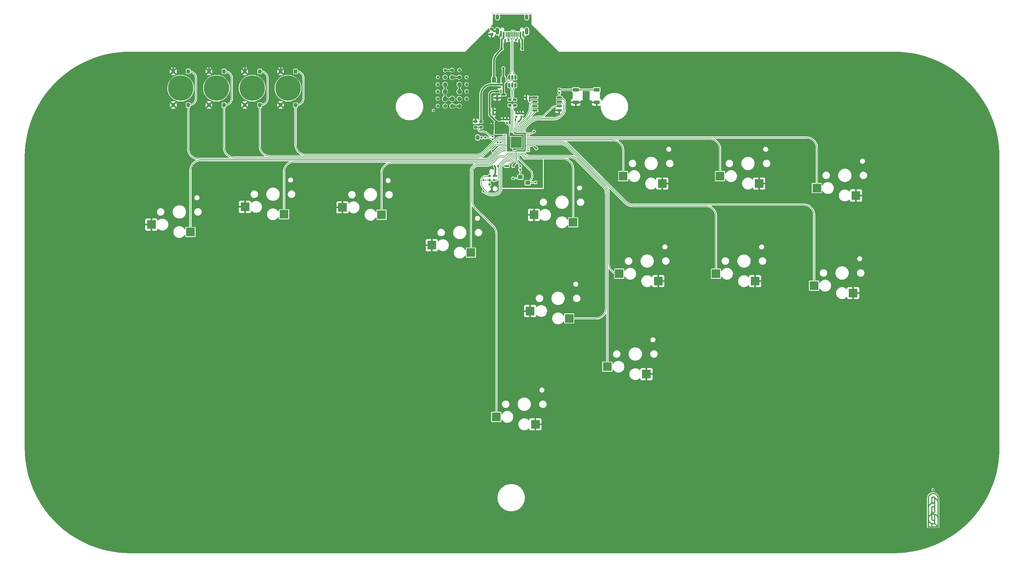
<source format=gbr>
%TF.GenerationSoftware,KiCad,Pcbnew,7.0.10*%
%TF.CreationDate,2024-01-11T05:44:04-06:00*%
%TF.ProjectId,hitbox no passthrough,68697462-6f78-4206-9e6f-207061737374,rev?*%
%TF.SameCoordinates,Original*%
%TF.FileFunction,Copper,L2,Bot*%
%TF.FilePolarity,Positive*%
%FSLAX46Y46*%
G04 Gerber Fmt 4.6, Leading zero omitted, Abs format (unit mm)*
G04 Created by KiCad (PCBNEW 7.0.10) date 2024-01-11 05:44:04*
%MOMM*%
%LPD*%
G01*
G04 APERTURE LIST*
G04 Aperture macros list*
%AMRoundRect*
0 Rectangle with rounded corners*
0 $1 Rounding radius*
0 $2 $3 $4 $5 $6 $7 $8 $9 X,Y pos of 4 corners*
0 Add a 4 corners polygon primitive as box body*
4,1,4,$2,$3,$4,$5,$6,$7,$8,$9,$2,$3,0*
0 Add four circle primitives for the rounded corners*
1,1,$1+$1,$2,$3*
1,1,$1+$1,$4,$5*
1,1,$1+$1,$6,$7*
1,1,$1+$1,$8,$9*
0 Add four rect primitives between the rounded corners*
20,1,$1+$1,$2,$3,$4,$5,0*
20,1,$1+$1,$4,$5,$6,$7,0*
20,1,$1+$1,$6,$7,$8,$9,0*
20,1,$1+$1,$8,$9,$2,$3,0*%
G04 Aperture macros list end*
%TA.AperFunction,NonConductor*%
%ADD10C,0.100000*%
%TD*%
%TA.AperFunction,EtchedComponent*%
%ADD11C,0.010000*%
%TD*%
%TA.AperFunction,WasherPad*%
%ADD12C,7.500000*%
%TD*%
%TA.AperFunction,SMDPad,CuDef*%
%ADD13RoundRect,0.126247X-0.354753X0.495253X-0.354753X-0.495253X0.354753X-0.495253X0.354753X0.495253X0*%
%TD*%
%TA.AperFunction,SMDPad,CuDef*%
%ADD14R,2.600000X2.600000*%
%TD*%
%TA.AperFunction,ConnectorPad*%
%ADD15C,0.787400*%
%TD*%
%TA.AperFunction,SMDPad,CuDef*%
%ADD16RoundRect,0.140000X-0.021213X0.219203X-0.219203X0.021213X0.021213X-0.219203X0.219203X-0.021213X0*%
%TD*%
%TA.AperFunction,SMDPad,CuDef*%
%ADD17R,0.600000X1.450000*%
%TD*%
%TA.AperFunction,SMDPad,CuDef*%
%ADD18R,0.300000X1.450000*%
%TD*%
%TA.AperFunction,ComponentPad*%
%ADD19O,1.000000X1.600000*%
%TD*%
%TA.AperFunction,ComponentPad*%
%ADD20O,1.000000X2.100000*%
%TD*%
%TA.AperFunction,SMDPad,CuDef*%
%ADD21RoundRect,0.140000X0.170000X-0.140000X0.170000X0.140000X-0.170000X0.140000X-0.170000X-0.140000X0*%
%TD*%
%TA.AperFunction,SMDPad,CuDef*%
%ADD22RoundRect,0.140000X0.140000X0.170000X-0.140000X0.170000X-0.140000X-0.170000X0.140000X-0.170000X0*%
%TD*%
%TA.AperFunction,SMDPad,CuDef*%
%ADD23RoundRect,0.200000X-0.275000X0.200000X-0.275000X-0.200000X0.275000X-0.200000X0.275000X0.200000X0*%
%TD*%
%TA.AperFunction,SMDPad,CuDef*%
%ADD24RoundRect,0.135000X0.135000X0.185000X-0.135000X0.185000X-0.135000X-0.185000X0.135000X-0.185000X0*%
%TD*%
%TA.AperFunction,SMDPad,CuDef*%
%ADD25RoundRect,0.150000X-0.587500X-0.150000X0.587500X-0.150000X0.587500X0.150000X-0.587500X0.150000X0*%
%TD*%
%TA.AperFunction,SMDPad,CuDef*%
%ADD26RoundRect,0.150000X0.150000X-0.512500X0.150000X0.512500X-0.150000X0.512500X-0.150000X-0.512500X0*%
%TD*%
%TA.AperFunction,SMDPad,CuDef*%
%ADD27RoundRect,0.135000X0.185000X-0.135000X0.185000X0.135000X-0.185000X0.135000X-0.185000X-0.135000X0*%
%TD*%
%TA.AperFunction,SMDPad,CuDef*%
%ADD28RoundRect,0.140000X-0.140000X-0.170000X0.140000X-0.170000X0.140000X0.170000X-0.140000X0.170000X0*%
%TD*%
%TA.AperFunction,SMDPad,CuDef*%
%ADD29RoundRect,0.243750X-0.243750X-0.456250X0.243750X-0.456250X0.243750X0.456250X-0.243750X0.456250X0*%
%TD*%
%TA.AperFunction,SMDPad,CuDef*%
%ADD30R,1.800000X1.100000*%
%TD*%
%TA.AperFunction,SMDPad,CuDef*%
%ADD31RoundRect,0.150000X0.650000X0.150000X-0.650000X0.150000X-0.650000X-0.150000X0.650000X-0.150000X0*%
%TD*%
%TA.AperFunction,SMDPad,CuDef*%
%ADD32R,1.400000X1.200000*%
%TD*%
%TA.AperFunction,SMDPad,CuDef*%
%ADD33RoundRect,0.140000X-0.170000X0.140000X-0.170000X-0.140000X0.170000X-0.140000X0.170000X0.140000X0*%
%TD*%
%TA.AperFunction,SMDPad,CuDef*%
%ADD34RoundRect,0.140000X-0.219203X-0.021213X-0.021213X-0.219203X0.219203X0.021213X0.021213X0.219203X0*%
%TD*%
%TA.AperFunction,SMDPad,CuDef*%
%ADD35RoundRect,0.135000X-0.135000X-0.185000X0.135000X-0.185000X0.135000X0.185000X-0.135000X0.185000X0*%
%TD*%
%TA.AperFunction,SMDPad,CuDef*%
%ADD36RoundRect,0.135000X-0.185000X0.135000X-0.185000X-0.135000X0.185000X-0.135000X0.185000X0.135000X0*%
%TD*%
%TA.AperFunction,SMDPad,CuDef*%
%ADD37RoundRect,0.050000X0.387500X0.050000X-0.387500X0.050000X-0.387500X-0.050000X0.387500X-0.050000X0*%
%TD*%
%TA.AperFunction,SMDPad,CuDef*%
%ADD38RoundRect,0.050000X0.050000X0.387500X-0.050000X0.387500X-0.050000X-0.387500X0.050000X-0.387500X0*%
%TD*%
%TA.AperFunction,ComponentPad*%
%ADD39C,0.600000*%
%TD*%
%TA.AperFunction,SMDPad,CuDef*%
%ADD40RoundRect,0.144000X1.456000X1.456000X-1.456000X1.456000X-1.456000X-1.456000X1.456000X-1.456000X0*%
%TD*%
%TA.AperFunction,SMDPad,CuDef*%
%ADD41RoundRect,0.200000X0.275000X-0.200000X0.275000X0.200000X-0.275000X0.200000X-0.275000X-0.200000X0*%
%TD*%
%TA.AperFunction,SMDPad,CuDef*%
%ADD42RoundRect,0.250000X-0.375000X-0.625000X0.375000X-0.625000X0.375000X0.625000X-0.375000X0.625000X0*%
%TD*%
%TA.AperFunction,ViaPad*%
%ADD43C,0.600000*%
%TD*%
%TA.AperFunction,ViaPad*%
%ADD44C,0.800000*%
%TD*%
%TA.AperFunction,Conductor*%
%ADD45C,0.200000*%
%TD*%
%TA.AperFunction,Conductor*%
%ADD46C,0.500000*%
%TD*%
%TA.AperFunction,Conductor*%
%ADD47C,0.381000*%
%TD*%
%TA.AperFunction,Conductor*%
%ADD48C,0.254000*%
%TD*%
%TA.AperFunction,Conductor*%
%ADD49C,0.250000*%
%TD*%
G04 APERTURE END LIST*
D10*
X142411625Y-12967367D02*
X154411710Y-12967367D01*
%TO.C,H2*%
D11*
X272893101Y-153696764D02*
X272903098Y-153700417D01*
X272916131Y-153707928D01*
X272932068Y-153719192D01*
X272950775Y-153734102D01*
X272972121Y-153752554D01*
X272995971Y-153774441D01*
X273022194Y-153799657D01*
X273030322Y-153807677D01*
X273059230Y-153836961D01*
X273086029Y-153865327D01*
X273110335Y-153892340D01*
X273131765Y-153917565D01*
X273149935Y-153940565D01*
X273164459Y-153960907D01*
X273168973Y-153967983D01*
X273173859Y-153977503D01*
X273176031Y-153986055D01*
X273175355Y-153994594D01*
X273171701Y-154004070D01*
X273164936Y-154015438D01*
X273154928Y-154029650D01*
X273148036Y-154038803D01*
X273132288Y-154058348D01*
X273114040Y-154079546D01*
X273093811Y-154101892D01*
X273072121Y-154124876D01*
X273049490Y-154147990D01*
X273026436Y-154170727D01*
X273003480Y-154192579D01*
X272981141Y-154213037D01*
X272959939Y-154231593D01*
X272940392Y-154247740D01*
X272923021Y-154260969D01*
X272908346Y-154270773D01*
X272900208Y-154275251D01*
X272892820Y-154278546D01*
X272888060Y-154279784D01*
X272881206Y-154278411D01*
X272870277Y-154273558D01*
X272856702Y-154265532D01*
X272840869Y-154254680D01*
X272823165Y-154241349D01*
X272803977Y-154225885D01*
X272783695Y-154208634D01*
X272762705Y-154189944D01*
X272741395Y-154170161D01*
X272720154Y-154149631D01*
X272699368Y-154128701D01*
X272679427Y-154107716D01*
X272660717Y-154087025D01*
X272643626Y-154066972D01*
X272628542Y-154047906D01*
X272619163Y-154035179D01*
X272609126Y-154020235D01*
X272602285Y-154007757D01*
X272598418Y-153997080D01*
X272597307Y-153987542D01*
X272598731Y-153978477D01*
X272602471Y-153969223D01*
X272604804Y-153964884D01*
X272613685Y-153950910D01*
X272625812Y-153934331D01*
X272640717Y-153915637D01*
X272657932Y-153895319D01*
X272676990Y-153873869D01*
X272697423Y-153851776D01*
X272718762Y-153829532D01*
X272740541Y-153807627D01*
X272762291Y-153786552D01*
X272783545Y-153766799D01*
X272803834Y-153748857D01*
X272822692Y-153733218D01*
X272839650Y-153720372D01*
X272854748Y-153710277D01*
X272870403Y-153701697D01*
X272883090Y-153697180D01*
X272892836Y-153696713D01*
X272893101Y-153696764D01*
%TA.AperFunction,EtchedComponent*%
G36*
X272893101Y-153696764D02*
G01*
X272903098Y-153700417D01*
X272916131Y-153707928D01*
X272932068Y-153719192D01*
X272950775Y-153734102D01*
X272972121Y-153752554D01*
X272995971Y-153774441D01*
X273022194Y-153799657D01*
X273030322Y-153807677D01*
X273059230Y-153836961D01*
X273086029Y-153865327D01*
X273110335Y-153892340D01*
X273131765Y-153917565D01*
X273149935Y-153940565D01*
X273164459Y-153960907D01*
X273168973Y-153967983D01*
X273173859Y-153977503D01*
X273176031Y-153986055D01*
X273175355Y-153994594D01*
X273171701Y-154004070D01*
X273164936Y-154015438D01*
X273154928Y-154029650D01*
X273148036Y-154038803D01*
X273132288Y-154058348D01*
X273114040Y-154079546D01*
X273093811Y-154101892D01*
X273072121Y-154124876D01*
X273049490Y-154147990D01*
X273026436Y-154170727D01*
X273003480Y-154192579D01*
X272981141Y-154213037D01*
X272959939Y-154231593D01*
X272940392Y-154247740D01*
X272923021Y-154260969D01*
X272908346Y-154270773D01*
X272900208Y-154275251D01*
X272892820Y-154278546D01*
X272888060Y-154279784D01*
X272881206Y-154278411D01*
X272870277Y-154273558D01*
X272856702Y-154265532D01*
X272840869Y-154254680D01*
X272823165Y-154241349D01*
X272803977Y-154225885D01*
X272783695Y-154208634D01*
X272762705Y-154189944D01*
X272741395Y-154170161D01*
X272720154Y-154149631D01*
X272699368Y-154128701D01*
X272679427Y-154107716D01*
X272660717Y-154087025D01*
X272643626Y-154066972D01*
X272628542Y-154047906D01*
X272619163Y-154035179D01*
X272609126Y-154020235D01*
X272602285Y-154007757D01*
X272598418Y-153997080D01*
X272597307Y-153987542D01*
X272598731Y-153978477D01*
X272602471Y-153969223D01*
X272604804Y-153964884D01*
X272613685Y-153950910D01*
X272625812Y-153934331D01*
X272640717Y-153915637D01*
X272657932Y-153895319D01*
X272676990Y-153873869D01*
X272697423Y-153851776D01*
X272718762Y-153829532D01*
X272740541Y-153807627D01*
X272762291Y-153786552D01*
X272783545Y-153766799D01*
X272803834Y-153748857D01*
X272822692Y-153733218D01*
X272839650Y-153720372D01*
X272854748Y-153710277D01*
X272870403Y-153701697D01*
X272883090Y-153697180D01*
X272892836Y-153696713D01*
X272893101Y-153696764D01*
G37*
%TD.AperFunction*%
X274471382Y-156622761D02*
X274471472Y-156649515D01*
X274471558Y-156678213D01*
X274471641Y-156708927D01*
X274471721Y-156741726D01*
X274471798Y-156776684D01*
X274471872Y-156813871D01*
X274471944Y-156853357D01*
X274472013Y-156895216D01*
X274472079Y-156939517D01*
X274472143Y-156986332D01*
X274472204Y-157035733D01*
X274472263Y-157087790D01*
X274472320Y-157142575D01*
X274472375Y-157200160D01*
X274472428Y-157260615D01*
X274472478Y-157324011D01*
X274472527Y-157390421D01*
X274472574Y-157459915D01*
X274472619Y-157532564D01*
X274472662Y-157608441D01*
X274472704Y-157687615D01*
X274472745Y-157770159D01*
X274472784Y-157856144D01*
X274472822Y-157945640D01*
X274472858Y-158038720D01*
X274472893Y-158135454D01*
X274472928Y-158235914D01*
X274472961Y-158340171D01*
X274472993Y-158448296D01*
X274473025Y-158560361D01*
X274473056Y-158676437D01*
X274473086Y-158796595D01*
X274473115Y-158920907D01*
X274473144Y-159049443D01*
X274473173Y-159182275D01*
X274473201Y-159319474D01*
X274473230Y-159461112D01*
X274473258Y-159607260D01*
X274473285Y-159757988D01*
X274473313Y-159913369D01*
X274473341Y-160073474D01*
X274473370Y-160238374D01*
X274473398Y-160408139D01*
X274473427Y-160582843D01*
X274473456Y-160762555D01*
X274473613Y-161722795D01*
X274473862Y-163261240D01*
X274474118Y-164844970D01*
X274474160Y-165105320D01*
X271296578Y-165105320D01*
X271296624Y-164848780D01*
X272558980Y-164848780D01*
X273015545Y-164848161D01*
X273040890Y-164848126D01*
X273094883Y-164848041D01*
X273150405Y-164847944D01*
X273206948Y-164847836D01*
X273264003Y-164847717D01*
X273321061Y-164847589D01*
X273377616Y-164847454D01*
X273433157Y-164847312D01*
X273487177Y-164847166D01*
X273539167Y-164847015D01*
X273588619Y-164846863D01*
X273635025Y-164846709D01*
X273677876Y-164846556D01*
X273716663Y-164846405D01*
X273750879Y-164846256D01*
X274029648Y-164844970D01*
X273661654Y-164476983D01*
X273293661Y-164108996D01*
X273250806Y-164119401D01*
X273237789Y-164122494D01*
X273187575Y-164133164D01*
X273135689Y-164142171D01*
X273081039Y-164149689D01*
X273022530Y-164155892D01*
X273020957Y-164156032D01*
X273006164Y-164157006D01*
X272987260Y-164157798D01*
X272965079Y-164158409D01*
X272940456Y-164158839D01*
X272914228Y-164159088D01*
X272887229Y-164159157D01*
X272860294Y-164159046D01*
X272834260Y-164158755D01*
X272809961Y-164158284D01*
X272788233Y-164157634D01*
X272769911Y-164156805D01*
X272755830Y-164155798D01*
X272754036Y-164155628D01*
X272732498Y-164153401D01*
X272709055Y-164150678D01*
X272684578Y-164147584D01*
X272659935Y-164144246D01*
X272635998Y-164140788D01*
X272613635Y-164137335D01*
X272593717Y-164134014D01*
X272577114Y-164130948D01*
X272564695Y-164128265D01*
X272558980Y-164126869D01*
X272558980Y-164848780D01*
X271296624Y-164848780D01*
X271296624Y-164846240D01*
X271555680Y-164846240D01*
X272299900Y-164846240D01*
X272299900Y-164046973D01*
X272267515Y-164033381D01*
X272250454Y-164025932D01*
X272228753Y-164015915D01*
X272204803Y-164004425D01*
X272179720Y-163992020D01*
X272154617Y-163979260D01*
X272130611Y-163966706D01*
X272108817Y-163954916D01*
X272090350Y-163944451D01*
X272083819Y-163940607D01*
X272019665Y-163900521D01*
X271956742Y-163857041D01*
X271895818Y-163810775D01*
X271837659Y-163762329D01*
X271783034Y-163712312D01*
X271732709Y-163661330D01*
X271723646Y-163651556D01*
X271690384Y-163614363D01*
X271658236Y-163576376D01*
X271627958Y-163538532D01*
X271600304Y-163501768D01*
X271576031Y-163467020D01*
X271570178Y-163458309D01*
X271564336Y-163449723D01*
X271559990Y-163443460D01*
X271557795Y-163440476D01*
X271557732Y-163440718D01*
X271557555Y-163444758D01*
X271557382Y-163453604D01*
X271557214Y-163467052D01*
X271557051Y-163484898D01*
X271556894Y-163506939D01*
X271556745Y-163532972D01*
X271556602Y-163562794D01*
X271556467Y-163596201D01*
X271556341Y-163632990D01*
X271556224Y-163672957D01*
X271556116Y-163715900D01*
X271556019Y-163761614D01*
X271555933Y-163809897D01*
X271555858Y-163860546D01*
X271555796Y-163913356D01*
X271555746Y-163968125D01*
X271555710Y-164024650D01*
X271555688Y-164082726D01*
X271555680Y-164142151D01*
X271555680Y-164846240D01*
X271296624Y-164846240D01*
X271297036Y-162551398D01*
X271556808Y-162551398D01*
X271556809Y-162577653D01*
X271557047Y-162604072D01*
X271557514Y-162629802D01*
X271558208Y-162653994D01*
X271559122Y-162675797D01*
X271560253Y-162694359D01*
X271561596Y-162708830D01*
X271571959Y-162780975D01*
X271588103Y-162862240D01*
X271608739Y-162941246D01*
X271633906Y-163018125D01*
X271663645Y-163093008D01*
X271697995Y-163166030D01*
X271719440Y-163206466D01*
X271761132Y-163276713D01*
X271806991Y-163344224D01*
X271856829Y-163408799D01*
X271910456Y-163470240D01*
X271967681Y-163528347D01*
X272028316Y-163582922D01*
X272092171Y-163633765D01*
X272159055Y-163680677D01*
X272228780Y-163723459D01*
X272233792Y-163726297D01*
X272253961Y-163737296D01*
X272276743Y-163749181D01*
X272300970Y-163761382D01*
X272325472Y-163773326D01*
X272349083Y-163784441D01*
X272370634Y-163794154D01*
X272388957Y-163801895D01*
X272439729Y-163820818D01*
X272503183Y-163840790D01*
X272569612Y-163857997D01*
X272638211Y-163872254D01*
X272708172Y-163883377D01*
X272778690Y-163891181D01*
X272792560Y-163892164D01*
X272811599Y-163893103D01*
X272833606Y-163893869D01*
X272857776Y-163894460D01*
X272883305Y-163894872D01*
X272909388Y-163895100D01*
X272935221Y-163895140D01*
X272960000Y-163894990D01*
X272982921Y-163894644D01*
X273003178Y-163894100D01*
X273019969Y-163893352D01*
X273032488Y-163892399D01*
X273049547Y-163890399D01*
X273075662Y-163886750D01*
X273103883Y-163882257D01*
X273132600Y-163877193D01*
X273160205Y-163871832D01*
X273185090Y-163866447D01*
X273215570Y-163859413D01*
X273216856Y-163060365D01*
X273206053Y-163067734D01*
X273185311Y-163080862D01*
X273154489Y-163097596D01*
X273120845Y-163113215D01*
X273085660Y-163127178D01*
X273050217Y-163138943D01*
X273015795Y-163147972D01*
X273009356Y-163149373D01*
X272955638Y-163158226D01*
X272901882Y-163162131D01*
X272848398Y-163161179D01*
X272795496Y-163155459D01*
X272743487Y-163145062D01*
X272692681Y-163130076D01*
X272643391Y-163110592D01*
X272595925Y-163086700D01*
X272550595Y-163058489D01*
X272507712Y-163026050D01*
X272467585Y-162989471D01*
X272437108Y-162956702D01*
X272403647Y-162914134D01*
X272374600Y-162869103D01*
X272350019Y-162821725D01*
X272329957Y-162772114D01*
X272314466Y-162720386D01*
X272303596Y-162666656D01*
X272297399Y-162611040D01*
X272297353Y-162610288D01*
X272297078Y-162602777D01*
X272296815Y-162590360D01*
X272296566Y-162573183D01*
X272296332Y-162551395D01*
X272296113Y-162525145D01*
X272295909Y-162494581D01*
X272295721Y-162459851D01*
X272295550Y-162421104D01*
X272295397Y-162378488D01*
X272295261Y-162332150D01*
X272295144Y-162282240D01*
X272295046Y-162228906D01*
X272294968Y-162172296D01*
X272294910Y-162112559D01*
X272294873Y-162049842D01*
X272294858Y-161984295D01*
X272294854Y-161955886D01*
X272555170Y-161955886D01*
X272555171Y-161984387D01*
X272555173Y-162050748D01*
X272555179Y-162112294D01*
X272555190Y-162169214D01*
X272555208Y-162221697D01*
X272555233Y-162269930D01*
X272555267Y-162314103D01*
X272555311Y-162354404D01*
X272555366Y-162391022D01*
X272555435Y-162424145D01*
X272555517Y-162453961D01*
X272555615Y-162480659D01*
X272555729Y-162504428D01*
X272555860Y-162525455D01*
X272556012Y-162543931D01*
X272556183Y-162560043D01*
X272556376Y-162573979D01*
X272556592Y-162585928D01*
X272556832Y-162596079D01*
X272557098Y-162604620D01*
X272557391Y-162611740D01*
X272557711Y-162617628D01*
X272558061Y-162622470D01*
X272558442Y-162626458D01*
X272558854Y-162629777D01*
X272559300Y-162632619D01*
X272559780Y-162635170D01*
X272560770Y-162639913D01*
X272571844Y-162679825D01*
X272587202Y-162717399D01*
X272606572Y-162752367D01*
X272629685Y-162784463D01*
X272656267Y-162813422D01*
X272686048Y-162838977D01*
X272718756Y-162860862D01*
X272754119Y-162878811D01*
X272791867Y-162892558D01*
X272831728Y-162901836D01*
X272842369Y-162903290D01*
X272861610Y-162904763D01*
X272882875Y-162905332D01*
X272904408Y-162904998D01*
X272924452Y-162903766D01*
X272941250Y-162901638D01*
X272979537Y-162892506D01*
X273016810Y-162878727D01*
X273051789Y-162860789D01*
X273084185Y-162839005D01*
X273113709Y-162813689D01*
X273140072Y-162785155D01*
X273162986Y-162753715D01*
X273182162Y-162719685D01*
X273197310Y-162683376D01*
X273208142Y-162645104D01*
X273214368Y-162605180D01*
X273214401Y-162604810D01*
X273214723Y-162598509D01*
X273215018Y-162587655D01*
X273215285Y-162572213D01*
X273215525Y-162552147D01*
X273215738Y-162527422D01*
X273215923Y-162498004D01*
X273216082Y-162463857D01*
X273216213Y-162424945D01*
X273216318Y-162381235D01*
X273216396Y-162332690D01*
X273216447Y-162279277D01*
X273216472Y-162220958D01*
X273475920Y-162220958D01*
X273475920Y-163060365D01*
X273475920Y-163924995D01*
X273597810Y-164046973D01*
X273846737Y-164296082D01*
X274217553Y-164667170D01*
X274217562Y-163595290D01*
X274217562Y-163588075D01*
X274217564Y-163499141D01*
X274217567Y-163415124D01*
X274217570Y-163335874D01*
X274217570Y-163261240D01*
X274217566Y-163191071D01*
X274217556Y-163125216D01*
X274217538Y-163063525D01*
X274217511Y-163005847D01*
X274217473Y-162952032D01*
X274217422Y-162901927D01*
X274217356Y-162855384D01*
X274217274Y-162812250D01*
X274217174Y-162772376D01*
X274217054Y-162735611D01*
X274216913Y-162701803D01*
X274216748Y-162670802D01*
X274216558Y-162642457D01*
X274216342Y-162616618D01*
X274216097Y-162593134D01*
X274215821Y-162571854D01*
X274215514Y-162552627D01*
X274215173Y-162535303D01*
X274214797Y-162519731D01*
X274214384Y-162505760D01*
X274213931Y-162493239D01*
X274213438Y-162482018D01*
X274212903Y-162471946D01*
X274212323Y-162462872D01*
X274211698Y-162454645D01*
X274211024Y-162447116D01*
X274210302Y-162440132D01*
X274209529Y-162433543D01*
X274208702Y-162427199D01*
X274207822Y-162420949D01*
X274206884Y-162414641D01*
X274205889Y-162408126D01*
X274204834Y-162401252D01*
X274203718Y-162393870D01*
X274195249Y-162343420D01*
X274179961Y-162272611D01*
X274160820Y-162203410D01*
X274137578Y-162135034D01*
X274109987Y-162066701D01*
X274077797Y-161997630D01*
X274049458Y-161943559D01*
X274007592Y-161873054D01*
X273961683Y-161805624D01*
X273911726Y-161741264D01*
X273857720Y-161679969D01*
X273799659Y-161621735D01*
X273737540Y-161566557D01*
X273736359Y-161565570D01*
X273699855Y-161536413D01*
X273660717Y-161507488D01*
X273620090Y-161479556D01*
X273579118Y-161453377D01*
X273538946Y-161429711D01*
X273500719Y-161409318D01*
X273475920Y-161396873D01*
X273475920Y-162220958D01*
X273216472Y-162220958D01*
X273216471Y-162157701D01*
X273216443Y-162089468D01*
X273216389Y-162016226D01*
X273216308Y-161937940D01*
X273215570Y-161299130D01*
X273178740Y-161290850D01*
X273172017Y-161289352D01*
X273134371Y-161281518D01*
X273098560Y-161275134D01*
X273063439Y-161270072D01*
X273027863Y-161266204D01*
X272990688Y-161263402D01*
X272950769Y-161261538D01*
X272906960Y-161260484D01*
X272876509Y-161260187D01*
X272841840Y-161260366D01*
X272810146Y-161261220D01*
X272780270Y-161262816D01*
X272751058Y-161265218D01*
X272721352Y-161268490D01*
X272689998Y-161272699D01*
X272679535Y-161274284D01*
X272660418Y-161277454D01*
X272639749Y-161281153D01*
X272618845Y-161285128D01*
X272599019Y-161289124D01*
X272581590Y-161292891D01*
X272567870Y-161296174D01*
X272555170Y-161299462D01*
X272555170Y-161955886D01*
X272294854Y-161955886D01*
X272294852Y-161945726D01*
X272294832Y-161892290D01*
X272294798Y-161840364D01*
X272294751Y-161790171D01*
X272294692Y-161741934D01*
X272294622Y-161695876D01*
X272294541Y-161652220D01*
X272294450Y-161611190D01*
X272294349Y-161573008D01*
X272294240Y-161537898D01*
X272294122Y-161506083D01*
X272293997Y-161477787D01*
X272293865Y-161453231D01*
X272293727Y-161432639D01*
X272293583Y-161416235D01*
X272293435Y-161404242D01*
X272293282Y-161396882D01*
X272293126Y-161394380D01*
X272293001Y-161394399D01*
X272289726Y-161395802D01*
X272282997Y-161399096D01*
X272273718Y-161403830D01*
X272262794Y-161409550D01*
X272248528Y-161417220D01*
X272177992Y-161458564D01*
X272110347Y-161504012D01*
X272045759Y-161553396D01*
X271984391Y-161606545D01*
X271926408Y-161663293D01*
X271871974Y-161723469D01*
X271821253Y-161786906D01*
X271774409Y-161853434D01*
X271731607Y-161922885D01*
X271693010Y-161995090D01*
X271682293Y-162017135D01*
X271655600Y-162076526D01*
X271632391Y-162135576D01*
X271612425Y-162195116D01*
X271595462Y-162255979D01*
X271581261Y-162318998D01*
X271569582Y-162385004D01*
X271560185Y-162454830D01*
X271559249Y-162465027D01*
X271558262Y-162482120D01*
X271557529Y-162502780D01*
X271557046Y-162526156D01*
X271556808Y-162551398D01*
X271297036Y-162551398D01*
X271297357Y-160760015D01*
X271297377Y-160645820D01*
X271297409Y-160469022D01*
X271297441Y-160297188D01*
X271297473Y-160130247D01*
X271297500Y-159988322D01*
X271555958Y-159988322D01*
X271555965Y-160065630D01*
X271555983Y-160147589D01*
X271556012Y-160234285D01*
X271556053Y-160325804D01*
X271556104Y-160422231D01*
X271556167Y-160523652D01*
X271556950Y-161719215D01*
X271569650Y-161699721D01*
X271578350Y-161686845D01*
X271590515Y-161669720D01*
X271604684Y-161650442D01*
X271620170Y-161629908D01*
X271636291Y-161609014D01*
X271652362Y-161588656D01*
X271667698Y-161569729D01*
X271681615Y-161553130D01*
X271684948Y-161549273D01*
X271700524Y-161531819D01*
X271718639Y-161512255D01*
X271738456Y-161491433D01*
X271759140Y-161470204D01*
X271779853Y-161449420D01*
X271799761Y-161429930D01*
X271818025Y-161412587D01*
X271833810Y-161398242D01*
X271880839Y-161358363D01*
X271952831Y-161302866D01*
X272027710Y-161251547D01*
X272105507Y-161204384D01*
X272110246Y-161201710D01*
X272130775Y-161190496D01*
X272153848Y-161178378D01*
X272178309Y-161165930D01*
X272203000Y-161153726D01*
X272226763Y-161142340D01*
X272248443Y-161132346D01*
X272266880Y-161124319D01*
X272293550Y-161113197D01*
X272293842Y-160923481D01*
X272556440Y-160923481D01*
X272556441Y-160925272D01*
X272556459Y-160952149D01*
X272556520Y-160974389D01*
X272556637Y-160992407D01*
X272556825Y-161006620D01*
X272557098Y-161017445D01*
X272557470Y-161025298D01*
X272557956Y-161030597D01*
X272558568Y-161033757D01*
X272559322Y-161035195D01*
X272560231Y-161035328D01*
X272563270Y-161034522D01*
X272571021Y-161032953D01*
X272582371Y-161030899D01*
X272596514Y-161028487D01*
X272612649Y-161025843D01*
X272629972Y-161023094D01*
X272647680Y-161020368D01*
X272664970Y-161017791D01*
X272681039Y-161015491D01*
X272695084Y-161013594D01*
X272706300Y-161012228D01*
X272709785Y-161011849D01*
X272726231Y-161010198D01*
X272745154Y-161008468D01*
X272764480Y-161006843D01*
X272782135Y-161005507D01*
X272782921Y-161005452D01*
X272800450Y-161004564D01*
X272821898Y-161003967D01*
X272846366Y-161003647D01*
X272872953Y-161003590D01*
X272900761Y-161003783D01*
X272928890Y-161004212D01*
X272956439Y-161004864D01*
X272982509Y-161005725D01*
X273006201Y-161006782D01*
X273026615Y-161008022D01*
X273042850Y-161009429D01*
X273123592Y-161019941D01*
X273212568Y-161036017D01*
X273299256Y-161056589D01*
X273383778Y-161081700D01*
X273466257Y-161111396D01*
X273546814Y-161145721D01*
X273625573Y-161184719D01*
X273702654Y-161228436D01*
X273778180Y-161276915D01*
X273784931Y-161281532D01*
X273856257Y-161333574D01*
X273924796Y-161389595D01*
X273990201Y-161449261D01*
X274052124Y-161512240D01*
X274110221Y-161578200D01*
X274164142Y-161646809D01*
X274170038Y-161654856D01*
X274179979Y-161668675D01*
X274190265Y-161683207D01*
X274199423Y-161696382D01*
X274217547Y-161722795D01*
X274217134Y-159557259D01*
X274216720Y-157391723D01*
X273846488Y-157021497D01*
X273476256Y-156651272D01*
X273476212Y-157230578D01*
X273476146Y-158095363D01*
X273476116Y-158500021D01*
X273476111Y-158557684D01*
X273476096Y-158684941D01*
X273476075Y-158807182D01*
X273476049Y-158924454D01*
X273476018Y-159036801D01*
X273475981Y-159144268D01*
X273475939Y-159246901D01*
X273475891Y-159344744D01*
X273475837Y-159437843D01*
X273475777Y-159526243D01*
X273475711Y-159609989D01*
X273475640Y-159689126D01*
X273475562Y-159763700D01*
X273475478Y-159833754D01*
X273475388Y-159899335D01*
X273475292Y-159960488D01*
X273475192Y-160015730D01*
X273475190Y-160017257D01*
X273475081Y-160069688D01*
X273474965Y-160117826D01*
X273474844Y-160161717D01*
X273474715Y-160201404D01*
X273474580Y-160236934D01*
X273474438Y-160268351D01*
X273474290Y-160295701D01*
X273474134Y-160319028D01*
X273473972Y-160338378D01*
X273473802Y-160353797D01*
X273473626Y-160365328D01*
X273473442Y-160373017D01*
X273473251Y-160376910D01*
X273472214Y-160386506D01*
X273468328Y-160413690D01*
X273463091Y-160442030D01*
X273456913Y-160469448D01*
X273450202Y-160493865D01*
X273435201Y-160536682D01*
X273413292Y-160585605D01*
X273387269Y-160631927D01*
X273357381Y-160675441D01*
X273323874Y-160715940D01*
X273286995Y-160753219D01*
X273246992Y-160787070D01*
X273204113Y-160817289D01*
X273158604Y-160843668D01*
X273110713Y-160866002D01*
X273060687Y-160884083D01*
X273008774Y-160897706D01*
X272955220Y-160906665D01*
X272942246Y-160907890D01*
X272921799Y-160908961D01*
X272898881Y-160909426D01*
X272874952Y-160909297D01*
X272851474Y-160908587D01*
X272829906Y-160907308D01*
X272811710Y-160905472D01*
X272763633Y-160896962D01*
X272714992Y-160884073D01*
X272667428Y-160867254D01*
X272621992Y-160846877D01*
X272579734Y-160823314D01*
X272573914Y-160819726D01*
X272565779Y-160814809D01*
X272559984Y-160811434D01*
X272557509Y-160810180D01*
X272557340Y-160811610D01*
X272557130Y-160817586D01*
X272556939Y-160827746D01*
X272556773Y-160841580D01*
X272556635Y-160858580D01*
X272556530Y-160878236D01*
X272556464Y-160900040D01*
X272556440Y-160923481D01*
X272293842Y-160923481D01*
X272294717Y-160354250D01*
X272555170Y-160354250D01*
X272560902Y-160380128D01*
X272562829Y-160388529D01*
X272571118Y-160418694D01*
X272581087Y-160445778D01*
X272593361Y-160471308D01*
X272608564Y-160496814D01*
X272620741Y-160514277D01*
X272646574Y-160544742D01*
X272675839Y-160571821D01*
X272708077Y-160595200D01*
X272742831Y-160614569D01*
X272779645Y-160629612D01*
X272818060Y-160640020D01*
X272837447Y-160643376D01*
X272878125Y-160646661D01*
X272919273Y-160645055D01*
X272960300Y-160638564D01*
X272988641Y-160630854D01*
X273024348Y-160616689D01*
X273058199Y-160598224D01*
X273089795Y-160575829D01*
X273118737Y-160549870D01*
X273144625Y-160520715D01*
X273167061Y-160488731D01*
X273185646Y-160454287D01*
X273199981Y-160417750D01*
X273200840Y-160415113D01*
X273202582Y-160409893D01*
X273204181Y-160405116D01*
X273205644Y-160400560D01*
X273206977Y-160396004D01*
X273208185Y-160391228D01*
X273209275Y-160386010D01*
X273210253Y-160380129D01*
X273211125Y-160373366D01*
X273211897Y-160365499D01*
X273212574Y-160356306D01*
X273213164Y-160345568D01*
X273213672Y-160333063D01*
X273214104Y-160318570D01*
X273214466Y-160301869D01*
X273214765Y-160282738D01*
X273215005Y-160260957D01*
X273215194Y-160236305D01*
X273215338Y-160208561D01*
X273215442Y-160177504D01*
X273215512Y-160142914D01*
X273215555Y-160104568D01*
X273215577Y-160062247D01*
X273215583Y-160015730D01*
X273215580Y-159964795D01*
X273215574Y-159909222D01*
X273215570Y-159848790D01*
X273215569Y-159790086D01*
X273215562Y-159735286D01*
X273215549Y-159685135D01*
X273215528Y-159639413D01*
X273215496Y-159597905D01*
X273215452Y-159560391D01*
X273215393Y-159526655D01*
X273215318Y-159496479D01*
X273215226Y-159469645D01*
X273215113Y-159445935D01*
X273214978Y-159425133D01*
X273214820Y-159407019D01*
X273214636Y-159391377D01*
X273214424Y-159377989D01*
X273214183Y-159366637D01*
X273213910Y-159357104D01*
X273213604Y-159349172D01*
X273213263Y-159342623D01*
X273212884Y-159337240D01*
X273212467Y-159332804D01*
X273212008Y-159329099D01*
X273211507Y-159325907D01*
X273210961Y-159323010D01*
X273206888Y-159305153D01*
X273194415Y-159265857D01*
X273177756Y-159228914D01*
X273157178Y-159194608D01*
X273132949Y-159163229D01*
X273105338Y-159135063D01*
X273074610Y-159110397D01*
X273041033Y-159089519D01*
X273004875Y-159072716D01*
X272966403Y-159060276D01*
X272962643Y-159059332D01*
X272923373Y-159052205D01*
X272884422Y-159049926D01*
X272846114Y-159052288D01*
X272808772Y-159059079D01*
X272772721Y-159070089D01*
X272738284Y-159085108D01*
X272705784Y-159103927D01*
X272675545Y-159126334D01*
X272647890Y-159152120D01*
X272623143Y-159181075D01*
X272601628Y-159212988D01*
X272583668Y-159247650D01*
X272569587Y-159284850D01*
X272559708Y-159324379D01*
X272559275Y-159326799D01*
X272558773Y-159330105D01*
X272558313Y-159333914D01*
X272557893Y-159338443D01*
X272557513Y-159343911D01*
X272557170Y-159350535D01*
X272556861Y-159358535D01*
X272556586Y-159368126D01*
X272556342Y-159379529D01*
X272556128Y-159392960D01*
X272555941Y-159408637D01*
X272555780Y-159426779D01*
X272555643Y-159447603D01*
X272555528Y-159471328D01*
X272555433Y-159498171D01*
X272555356Y-159528350D01*
X272555296Y-159562083D01*
X272555250Y-159599589D01*
X272555216Y-159641085D01*
X272555193Y-159686789D01*
X272555179Y-159736919D01*
X272555172Y-159791693D01*
X272555170Y-159851330D01*
X272555170Y-160354250D01*
X272294717Y-160354250D01*
X272294923Y-160220643D01*
X272294937Y-160211374D01*
X272295058Y-160131280D01*
X272295169Y-160056084D01*
X272295273Y-159985622D01*
X272295372Y-159919730D01*
X272295469Y-159858244D01*
X272295566Y-159801000D01*
X272295667Y-159747834D01*
X272295773Y-159698582D01*
X272295887Y-159653081D01*
X272296012Y-159611165D01*
X272296150Y-159572673D01*
X272296304Y-159537438D01*
X272296476Y-159505298D01*
X272296670Y-159476089D01*
X272296887Y-159449646D01*
X272297130Y-159425806D01*
X272297402Y-159404405D01*
X272297705Y-159385279D01*
X272298041Y-159368264D01*
X272298414Y-159353196D01*
X272298827Y-159339911D01*
X272299280Y-159328245D01*
X272299778Y-159318034D01*
X272300322Y-159309115D01*
X272300915Y-159301323D01*
X272301561Y-159294495D01*
X272302260Y-159288466D01*
X272303017Y-159283073D01*
X272303833Y-159278152D01*
X272304710Y-159273538D01*
X272305653Y-159269069D01*
X272306662Y-159264579D01*
X272307742Y-159259905D01*
X272308893Y-159254883D01*
X272310120Y-159249350D01*
X272316447Y-159223728D01*
X272330722Y-159179788D01*
X272349112Y-159135823D01*
X272371159Y-159092778D01*
X272396405Y-159051600D01*
X272424393Y-159013234D01*
X272432803Y-159002929D01*
X272469125Y-158963369D01*
X272508855Y-158927423D01*
X272551709Y-158895255D01*
X272597399Y-158867028D01*
X272645642Y-158842906D01*
X272696150Y-158823051D01*
X272748638Y-158807628D01*
X272802820Y-158796800D01*
X272806768Y-158796229D01*
X272826820Y-158794155D01*
X272850176Y-158792801D01*
X272875449Y-158792168D01*
X272901249Y-158792254D01*
X272926187Y-158793060D01*
X272948874Y-158794585D01*
X272967920Y-158796829D01*
X273009452Y-158804653D01*
X273063046Y-158819036D01*
X273114479Y-158837864D01*
X273163500Y-158861042D01*
X273209855Y-158888474D01*
X273216840Y-158893064D01*
X273216840Y-158095363D01*
X273189535Y-158088903D01*
X273163148Y-158082921D01*
X273115664Y-158073593D01*
X273068490Y-158066309D01*
X273020329Y-158060910D01*
X272969882Y-158057235D01*
X272915850Y-158055124D01*
X272847626Y-158055148D01*
X272765993Y-158059735D01*
X272685350Y-158069302D01*
X272605745Y-158083838D01*
X272527224Y-158103333D01*
X272449834Y-158127777D01*
X272373621Y-158157160D01*
X272298630Y-158191472D01*
X272267711Y-158207204D01*
X272205847Y-158241665D01*
X272146925Y-158278807D01*
X272089739Y-158319416D01*
X272033083Y-158364275D01*
X272024289Y-158371793D01*
X272008298Y-158386160D01*
X271990163Y-158403112D01*
X271970629Y-158421905D01*
X271950439Y-158441796D01*
X271930336Y-158462040D01*
X271911065Y-158481894D01*
X271893369Y-158500615D01*
X271877991Y-158517459D01*
X271865676Y-158531682D01*
X271855756Y-158543745D01*
X271805625Y-158609346D01*
X271759814Y-158677437D01*
X271718403Y-158747823D01*
X271681469Y-158820315D01*
X271649091Y-158894719D01*
X271621345Y-158970844D01*
X271598310Y-159048499D01*
X271580065Y-159127491D01*
X271566685Y-159207628D01*
X271558251Y-159288720D01*
X271558223Y-159289119D01*
X271557983Y-159294351D01*
X271557757Y-159302605D01*
X271557545Y-159313966D01*
X271557346Y-159328520D01*
X271557162Y-159346353D01*
X271556992Y-159367550D01*
X271556835Y-159392198D01*
X271556691Y-159420382D01*
X271556561Y-159452188D01*
X271556444Y-159487702D01*
X271556340Y-159527009D01*
X271556249Y-159570195D01*
X271556171Y-159617346D01*
X271556105Y-159668548D01*
X271556051Y-159723887D01*
X271556010Y-159783448D01*
X271555981Y-159847317D01*
X271555964Y-159915580D01*
X271555958Y-159988322D01*
X271297500Y-159988322D01*
X271297504Y-159968128D01*
X271297535Y-159810762D01*
X271297566Y-159658075D01*
X271297597Y-159509998D01*
X271297628Y-159366460D01*
X271297660Y-159227390D01*
X271297691Y-159092716D01*
X271297723Y-158962368D01*
X271297755Y-158836275D01*
X271297788Y-158714365D01*
X271297822Y-158596569D01*
X271297856Y-158482815D01*
X271297891Y-158373031D01*
X271297927Y-158267148D01*
X271297963Y-158165094D01*
X271297976Y-158130927D01*
X271556038Y-158130927D01*
X271556040Y-158177160D01*
X271556046Y-158220109D01*
X271556057Y-158259574D01*
X271556073Y-158295355D01*
X271556095Y-158327254D01*
X271556121Y-158355070D01*
X271556153Y-158378604D01*
X271556189Y-158397656D01*
X271556231Y-158412028D01*
X271556279Y-158421519D01*
X271556950Y-158515709D01*
X271577033Y-158486820D01*
X271579509Y-158483293D01*
X271590493Y-158468211D01*
X271603956Y-158450390D01*
X271619220Y-158430681D01*
X271635608Y-158409938D01*
X271652441Y-158389014D01*
X271669040Y-158368761D01*
X271684728Y-158350032D01*
X271698826Y-158333680D01*
X271698852Y-158333649D01*
X271708965Y-158322425D01*
X271721620Y-158308808D01*
X271735726Y-158293948D01*
X271750190Y-158278995D01*
X271763922Y-158265100D01*
X271801605Y-158228678D01*
X271869058Y-158169045D01*
X271939711Y-158113320D01*
X272013431Y-158061594D01*
X272090082Y-158013961D01*
X272169530Y-157970512D01*
X272251640Y-157931339D01*
X272293550Y-157912743D01*
X272294975Y-157195476D01*
X272295090Y-157139156D01*
X272295247Y-157066736D01*
X272295406Y-156999164D01*
X272295567Y-156936302D01*
X272295731Y-156878018D01*
X272295900Y-156824175D01*
X272296070Y-156775587D01*
X272556783Y-156775587D01*
X272556791Y-156827911D01*
X272556832Y-156885055D01*
X272556906Y-156947105D01*
X272557013Y-157014150D01*
X272557885Y-157506910D01*
X272563562Y-157531659D01*
X272568178Y-157549848D01*
X272581526Y-157589029D01*
X272598938Y-157625315D01*
X272620571Y-157659008D01*
X272646584Y-157690410D01*
X272650186Y-157694214D01*
X272679147Y-157720696D01*
X272711499Y-157743737D01*
X272746665Y-157763016D01*
X272784071Y-157778212D01*
X272823140Y-157789004D01*
X272832586Y-157790773D01*
X272859023Y-157793692D01*
X272887819Y-157794415D01*
X272917405Y-157792994D01*
X272946214Y-157789484D01*
X272972679Y-157783937D01*
X273001032Y-157774811D01*
X273035467Y-157759393D01*
X273068616Y-157739866D01*
X273099689Y-157716766D01*
X273127898Y-157690628D01*
X273152454Y-157661988D01*
X273160115Y-157651233D01*
X273175485Y-157625820D01*
X273189315Y-157597861D01*
X273200803Y-157569059D01*
X273209151Y-157541120D01*
X273210088Y-157537158D01*
X273211241Y-157531913D01*
X273212297Y-157526464D01*
X273213260Y-157520587D01*
X273214134Y-157514063D01*
X273214922Y-157506669D01*
X273215629Y-157498183D01*
X273216258Y-157488385D01*
X273216812Y-157477052D01*
X273217296Y-157463963D01*
X273217714Y-157448897D01*
X273218068Y-157431631D01*
X273218364Y-157411945D01*
X273218604Y-157389616D01*
X273218792Y-157364422D01*
X273218933Y-157336144D01*
X273219029Y-157304558D01*
X273219085Y-157269443D01*
X273219104Y-157230578D01*
X273219090Y-157187740D01*
X273219047Y-157140710D01*
X273218979Y-157089264D01*
X273218889Y-157033181D01*
X273218781Y-156972240D01*
X273218686Y-156920192D01*
X273218586Y-156866306D01*
X273218489Y-156817078D01*
X273218394Y-156772286D01*
X273218297Y-156731707D01*
X273218196Y-156695119D01*
X273218087Y-156662298D01*
X273217969Y-156633022D01*
X273217838Y-156607067D01*
X273217692Y-156584211D01*
X273217527Y-156564231D01*
X273217342Y-156546904D01*
X273217133Y-156532008D01*
X273216897Y-156519318D01*
X273216632Y-156508614D01*
X273216335Y-156499671D01*
X273216004Y-156492267D01*
X273215634Y-156486179D01*
X273215225Y-156481184D01*
X273214772Y-156477059D01*
X273214273Y-156473581D01*
X273213726Y-156470529D01*
X273213127Y-156467678D01*
X273212474Y-156464805D01*
X273201490Y-156425366D01*
X273187112Y-156388784D01*
X273169243Y-156355327D01*
X273147611Y-156324481D01*
X273121940Y-156295735D01*
X273099405Y-156274975D01*
X273067173Y-156250991D01*
X273032504Y-156231385D01*
X272995166Y-156216034D01*
X272954932Y-156204810D01*
X272935683Y-156201618D01*
X272913042Y-156199573D01*
X272888755Y-156198715D01*
X272864465Y-156199061D01*
X272841813Y-156200629D01*
X272822442Y-156203436D01*
X272790205Y-156211583D01*
X272752479Y-156225740D01*
X272716930Y-156244276D01*
X272683930Y-156266929D01*
X272653850Y-156293439D01*
X272627061Y-156323544D01*
X272603936Y-156356983D01*
X272591103Y-156380269D01*
X272575926Y-156416117D01*
X272565246Y-156453905D01*
X272558910Y-156494099D01*
X272558608Y-156498426D01*
X272558265Y-156507307D01*
X272557958Y-156520143D01*
X272557688Y-156537020D01*
X272557454Y-156558025D01*
X272557255Y-156583244D01*
X272557091Y-156612765D01*
X272556963Y-156646673D01*
X272556868Y-156685055D01*
X272556809Y-156727997D01*
X272556783Y-156775587D01*
X272296070Y-156775587D01*
X272296073Y-156774639D01*
X272296252Y-156729275D01*
X272296438Y-156687949D01*
X272296631Y-156650526D01*
X272296833Y-156616870D01*
X272297043Y-156586847D01*
X272297264Y-156560323D01*
X272297495Y-156537162D01*
X272297737Y-156517230D01*
X272297992Y-156500392D01*
X272298260Y-156486512D01*
X272298542Y-156475457D01*
X272298839Y-156467092D01*
X272299152Y-156461281D01*
X272299481Y-156457890D01*
X272307299Y-156413702D01*
X272317031Y-156372622D01*
X272328874Y-156334219D01*
X272343126Y-156297402D01*
X272350071Y-156281794D01*
X272374808Y-156234182D01*
X272403636Y-156189211D01*
X272436270Y-156147144D01*
X272472428Y-156108244D01*
X272511825Y-156072772D01*
X272554179Y-156040992D01*
X272599205Y-156013166D01*
X272646620Y-155989556D01*
X272696140Y-155970426D01*
X272700512Y-155968984D01*
X272738022Y-155957790D01*
X272773603Y-155949563D01*
X272808914Y-155944036D01*
X272845617Y-155940941D01*
X272885370Y-155940012D01*
X272895370Y-155940071D01*
X272924752Y-155940895D01*
X272951259Y-155942836D01*
X272976515Y-155946090D01*
X273002146Y-155950852D01*
X273029776Y-155957315D01*
X273032152Y-155957921D01*
X273083699Y-155973722D01*
X273133199Y-155993998D01*
X273180337Y-156018566D01*
X273224800Y-156047246D01*
X273266273Y-156079854D01*
X273304442Y-156116211D01*
X273304612Y-156116389D01*
X273309155Y-156121051D01*
X273317116Y-156129124D01*
X273328328Y-156140441D01*
X273342623Y-156154834D01*
X273359836Y-156172136D01*
X273379798Y-156192180D01*
X273402344Y-156214798D01*
X273427306Y-156239824D01*
X273454516Y-156267090D01*
X273483809Y-156296428D01*
X273515017Y-156327672D01*
X273547973Y-156360654D01*
X273582510Y-156395207D01*
X273618462Y-156431163D01*
X273655661Y-156468356D01*
X273693940Y-156506618D01*
X273733133Y-156545782D01*
X273773072Y-156585681D01*
X274213790Y-157025893D01*
X274214466Y-156744431D01*
X274214511Y-156724836D01*
X274214597Y-156680948D01*
X274214646Y-156641700D01*
X274214657Y-156606780D01*
X274214626Y-156575877D01*
X274214550Y-156548679D01*
X274214426Y-156524876D01*
X274214251Y-156504155D01*
X274214023Y-156486206D01*
X274213737Y-156470716D01*
X274213392Y-156457375D01*
X274212984Y-156445872D01*
X274212510Y-156435894D01*
X274211967Y-156427131D01*
X274211353Y-156419270D01*
X274210924Y-156414420D01*
X274201015Y-156332480D01*
X274186228Y-156251857D01*
X274166618Y-156172694D01*
X274142240Y-156095137D01*
X274113151Y-156019332D01*
X274079405Y-155945423D01*
X274041057Y-155873557D01*
X273998164Y-155803877D01*
X273950781Y-155736530D01*
X273932172Y-155712297D01*
X273879576Y-155649409D01*
X273823594Y-155590181D01*
X273764413Y-155534720D01*
X273702221Y-155483133D01*
X273637204Y-155435528D01*
X273569548Y-155392013D01*
X273499441Y-155352694D01*
X273427069Y-155317680D01*
X273352619Y-155287078D01*
X273276277Y-155260995D01*
X273198231Y-155239539D01*
X273118666Y-155222818D01*
X273037770Y-155210938D01*
X272971476Y-155204979D01*
X272890789Y-155202255D01*
X272810157Y-155204426D01*
X272729878Y-155211437D01*
X272650249Y-155223232D01*
X272571570Y-155239756D01*
X272494140Y-155260955D01*
X272418256Y-155286774D01*
X272344218Y-155317157D01*
X272272323Y-155352049D01*
X272252672Y-155362566D01*
X272180929Y-155404536D01*
X272112382Y-155450419D01*
X272047120Y-155500132D01*
X271985234Y-155553595D01*
X271926813Y-155610727D01*
X271871947Y-155671446D01*
X271820726Y-155735671D01*
X271773240Y-155803321D01*
X271737955Y-155859892D01*
X271698392Y-155931788D01*
X271663608Y-156005406D01*
X271633604Y-156080744D01*
X271608380Y-156157802D01*
X271587936Y-156236579D01*
X271572273Y-156317074D01*
X271571400Y-156322348D01*
X271570156Y-156329652D01*
X271568987Y-156336378D01*
X271567890Y-156342685D01*
X271566863Y-156348737D01*
X271565903Y-156354695D01*
X271565009Y-156360720D01*
X271564177Y-156366974D01*
X271563405Y-156373619D01*
X271562692Y-156380816D01*
X271562033Y-156388727D01*
X271561428Y-156397515D01*
X271560873Y-156407340D01*
X271560366Y-156418364D01*
X271559905Y-156430750D01*
X271559488Y-156444658D01*
X271559111Y-156460250D01*
X271558772Y-156477689D01*
X271558470Y-156497135D01*
X271558201Y-156518751D01*
X271557963Y-156542698D01*
X271557755Y-156569137D01*
X271557572Y-156598232D01*
X271557413Y-156630142D01*
X271557276Y-156665031D01*
X271557158Y-156703059D01*
X271557056Y-156744388D01*
X271556969Y-156789181D01*
X271556893Y-156837598D01*
X271556827Y-156889802D01*
X271556767Y-156945953D01*
X271556712Y-157006215D01*
X271556660Y-157070748D01*
X271556606Y-157139714D01*
X271556551Y-157213276D01*
X271556490Y-157291593D01*
X271556421Y-157374830D01*
X271556406Y-157392566D01*
X271556349Y-157462651D01*
X271556297Y-157531845D01*
X271556249Y-157599949D01*
X271556207Y-157666764D01*
X271556169Y-157732090D01*
X271556135Y-157795728D01*
X271556107Y-157857478D01*
X271556083Y-157917140D01*
X271556065Y-157974516D01*
X271556051Y-158029405D01*
X271556042Y-158081609D01*
X271556038Y-158130927D01*
X271297976Y-158130927D01*
X271298001Y-158066799D01*
X271298040Y-157972190D01*
X271298080Y-157881198D01*
X271298121Y-157793752D01*
X271298163Y-157709780D01*
X271298207Y-157629211D01*
X271298253Y-157551975D01*
X271298300Y-157478001D01*
X271298348Y-157407217D01*
X271298399Y-157339553D01*
X271298451Y-157274938D01*
X271298505Y-157213301D01*
X271298561Y-157154570D01*
X271298619Y-157098676D01*
X271298679Y-157045547D01*
X271298742Y-156995112D01*
X271298807Y-156947300D01*
X271298874Y-156902040D01*
X271298944Y-156859261D01*
X271299016Y-156818893D01*
X271299091Y-156780864D01*
X271299168Y-156745104D01*
X271299249Y-156711541D01*
X271299332Y-156680105D01*
X271299418Y-156650724D01*
X271299508Y-156623328D01*
X271299600Y-156597846D01*
X271299696Y-156574206D01*
X271299795Y-156552339D01*
X271299897Y-156532172D01*
X271300003Y-156513635D01*
X271300112Y-156496657D01*
X271300225Y-156481168D01*
X271300341Y-156467095D01*
X271300462Y-156454369D01*
X271300586Y-156442918D01*
X271300714Y-156432671D01*
X271300847Y-156423557D01*
X271300983Y-156415506D01*
X271301124Y-156408447D01*
X271301268Y-156402308D01*
X271301418Y-156397018D01*
X271301571Y-156392507D01*
X271301729Y-156388704D01*
X271301892Y-156385538D01*
X271302059Y-156382937D01*
X271302232Y-156380831D01*
X271302409Y-156379150D01*
X271309893Y-156321893D01*
X271319177Y-156262466D01*
X271329724Y-156206333D01*
X271341754Y-156152593D01*
X271355488Y-156100345D01*
X271371147Y-156048688D01*
X271388952Y-155996720D01*
X271409123Y-155943540D01*
X271415240Y-155928548D01*
X271426916Y-155901574D01*
X271440304Y-155872223D01*
X271454826Y-155841684D01*
X271469900Y-155811147D01*
X271484946Y-155781803D01*
X271499383Y-155754840D01*
X271512629Y-155731450D01*
X271536901Y-155691481D01*
X271586367Y-155617322D01*
X271639658Y-155546316D01*
X271696599Y-155478593D01*
X271757017Y-155414281D01*
X271820737Y-155353511D01*
X271887586Y-155296411D01*
X271957391Y-155243111D01*
X272029976Y-155193740D01*
X272105169Y-155148427D01*
X272182795Y-155107301D01*
X272262680Y-155070491D01*
X272344651Y-155038127D01*
X272428534Y-155010338D01*
X272514154Y-154987253D01*
X272585034Y-154972060D01*
X272667229Y-154958543D01*
X272752020Y-154948773D01*
X272757968Y-154948261D01*
X272782447Y-154946665D01*
X272810596Y-154945482D01*
X272841325Y-154944713D01*
X272873541Y-154944356D01*
X272906153Y-154944413D01*
X272938068Y-154944883D01*
X272968196Y-154945767D01*
X272995444Y-154947063D01*
X273018720Y-154948773D01*
X273095896Y-154957540D01*
X273185263Y-154972146D01*
X273272568Y-154991370D01*
X273357919Y-155015250D01*
X273441423Y-155043823D01*
X273523189Y-155077126D01*
X273603324Y-155115197D01*
X273681935Y-155158074D01*
X273759130Y-155205793D01*
X273803918Y-155236361D01*
X273871982Y-155287629D01*
X273937710Y-155343046D01*
X274000747Y-155402236D01*
X274060740Y-155464823D01*
X274117336Y-155530430D01*
X274170178Y-155598681D01*
X274218915Y-155669200D01*
X274263192Y-155741610D01*
X274265074Y-155744905D01*
X274305065Y-155819218D01*
X274340597Y-155894086D01*
X274371814Y-155969963D01*
X274398864Y-156047304D01*
X274421893Y-156126565D01*
X274441046Y-156208201D01*
X274456471Y-156292667D01*
X274468313Y-156380420D01*
X274468449Y-156381710D01*
X274468629Y-156383731D01*
X274468804Y-156386128D01*
X274468974Y-156388972D01*
X274469139Y-156392335D01*
X274469300Y-156396287D01*
X274469455Y-156400900D01*
X274469607Y-156406246D01*
X274469753Y-156412395D01*
X274469896Y-156419418D01*
X274470034Y-156427388D01*
X274470167Y-156436375D01*
X274470297Y-156446451D01*
X274470423Y-156457686D01*
X274470544Y-156470153D01*
X274470662Y-156483922D01*
X274470775Y-156499065D01*
X274470885Y-156515653D01*
X274470992Y-156533757D01*
X274471095Y-156553448D01*
X274471194Y-156574799D01*
X274471290Y-156597879D01*
X274471323Y-156606780D01*
X274471382Y-156622761D01*
%TA.AperFunction,EtchedComponent*%
G36*
X274471382Y-156622761D02*
G01*
X274471472Y-156649515D01*
X274471558Y-156678213D01*
X274471641Y-156708927D01*
X274471721Y-156741726D01*
X274471798Y-156776684D01*
X274471872Y-156813871D01*
X274471944Y-156853357D01*
X274472013Y-156895216D01*
X274472079Y-156939517D01*
X274472143Y-156986332D01*
X274472204Y-157035733D01*
X274472263Y-157087790D01*
X274472320Y-157142575D01*
X274472375Y-157200160D01*
X274472428Y-157260615D01*
X274472478Y-157324011D01*
X274472527Y-157390421D01*
X274472574Y-157459915D01*
X274472619Y-157532564D01*
X274472662Y-157608441D01*
X274472704Y-157687615D01*
X274472745Y-157770159D01*
X274472784Y-157856144D01*
X274472822Y-157945640D01*
X274472858Y-158038720D01*
X274472893Y-158135454D01*
X274472928Y-158235914D01*
X274472961Y-158340171D01*
X274472993Y-158448296D01*
X274473025Y-158560361D01*
X274473056Y-158676437D01*
X274473086Y-158796595D01*
X274473115Y-158920907D01*
X274473144Y-159049443D01*
X274473173Y-159182275D01*
X274473201Y-159319474D01*
X274473230Y-159461112D01*
X274473258Y-159607260D01*
X274473285Y-159757988D01*
X274473313Y-159913369D01*
X274473341Y-160073474D01*
X274473370Y-160238374D01*
X274473398Y-160408139D01*
X274473427Y-160582843D01*
X274473456Y-160762555D01*
X274473613Y-161722795D01*
X274473862Y-163261240D01*
X274474118Y-164844970D01*
X274474160Y-165105320D01*
X271296578Y-165105320D01*
X271296624Y-164848780D01*
X272558980Y-164848780D01*
X273015545Y-164848161D01*
X273040890Y-164848126D01*
X273094883Y-164848041D01*
X273150405Y-164847944D01*
X273206948Y-164847836D01*
X273264003Y-164847717D01*
X273321061Y-164847589D01*
X273377616Y-164847454D01*
X273433157Y-164847312D01*
X273487177Y-164847166D01*
X273539167Y-164847015D01*
X273588619Y-164846863D01*
X273635025Y-164846709D01*
X273677876Y-164846556D01*
X273716663Y-164846405D01*
X273750879Y-164846256D01*
X274029648Y-164844970D01*
X273661654Y-164476983D01*
X273293661Y-164108996D01*
X273250806Y-164119401D01*
X273237789Y-164122494D01*
X273187575Y-164133164D01*
X273135689Y-164142171D01*
X273081039Y-164149689D01*
X273022530Y-164155892D01*
X273020957Y-164156032D01*
X273006164Y-164157006D01*
X272987260Y-164157798D01*
X272965079Y-164158409D01*
X272940456Y-164158839D01*
X272914228Y-164159088D01*
X272887229Y-164159157D01*
X272860294Y-164159046D01*
X272834260Y-164158755D01*
X272809961Y-164158284D01*
X272788233Y-164157634D01*
X272769911Y-164156805D01*
X272755830Y-164155798D01*
X272754036Y-164155628D01*
X272732498Y-164153401D01*
X272709055Y-164150678D01*
X272684578Y-164147584D01*
X272659935Y-164144246D01*
X272635998Y-164140788D01*
X272613635Y-164137335D01*
X272593717Y-164134014D01*
X272577114Y-164130948D01*
X272564695Y-164128265D01*
X272558980Y-164126869D01*
X272558980Y-164848780D01*
X271296624Y-164848780D01*
X271296624Y-164846240D01*
X271555680Y-164846240D01*
X272299900Y-164846240D01*
X272299900Y-164046973D01*
X272267515Y-164033381D01*
X272250454Y-164025932D01*
X272228753Y-164015915D01*
X272204803Y-164004425D01*
X272179720Y-163992020D01*
X272154617Y-163979260D01*
X272130611Y-163966706D01*
X272108817Y-163954916D01*
X272090350Y-163944451D01*
X272083819Y-163940607D01*
X272019665Y-163900521D01*
X271956742Y-163857041D01*
X271895818Y-163810775D01*
X271837659Y-163762329D01*
X271783034Y-163712312D01*
X271732709Y-163661330D01*
X271723646Y-163651556D01*
X271690384Y-163614363D01*
X271658236Y-163576376D01*
X271627958Y-163538532D01*
X271600304Y-163501768D01*
X271576031Y-163467020D01*
X271570178Y-163458309D01*
X271564336Y-163449723D01*
X271559990Y-163443460D01*
X271557795Y-163440476D01*
X271557732Y-163440718D01*
X271557555Y-163444758D01*
X271557382Y-163453604D01*
X271557214Y-163467052D01*
X271557051Y-163484898D01*
X271556894Y-163506939D01*
X271556745Y-163532972D01*
X271556602Y-163562794D01*
X271556467Y-163596201D01*
X271556341Y-163632990D01*
X271556224Y-163672957D01*
X271556116Y-163715900D01*
X271556019Y-163761614D01*
X271555933Y-163809897D01*
X271555858Y-163860546D01*
X271555796Y-163913356D01*
X271555746Y-163968125D01*
X271555710Y-164024650D01*
X271555688Y-164082726D01*
X271555680Y-164142151D01*
X271555680Y-164846240D01*
X271296624Y-164846240D01*
X271297036Y-162551398D01*
X271556808Y-162551398D01*
X271556809Y-162577653D01*
X271557047Y-162604072D01*
X271557514Y-162629802D01*
X271558208Y-162653994D01*
X271559122Y-162675797D01*
X271560253Y-162694359D01*
X271561596Y-162708830D01*
X271571959Y-162780975D01*
X271588103Y-162862240D01*
X271608739Y-162941246D01*
X271633906Y-163018125D01*
X271663645Y-163093008D01*
X271697995Y-163166030D01*
X271719440Y-163206466D01*
X271761132Y-163276713D01*
X271806991Y-163344224D01*
X271856829Y-163408799D01*
X271910456Y-163470240D01*
X271967681Y-163528347D01*
X272028316Y-163582922D01*
X272092171Y-163633765D01*
X272159055Y-163680677D01*
X272228780Y-163723459D01*
X272233792Y-163726297D01*
X272253961Y-163737296D01*
X272276743Y-163749181D01*
X272300970Y-163761382D01*
X272325472Y-163773326D01*
X272349083Y-163784441D01*
X272370634Y-163794154D01*
X272388957Y-163801895D01*
X272439729Y-163820818D01*
X272503183Y-163840790D01*
X272569612Y-163857997D01*
X272638211Y-163872254D01*
X272708172Y-163883377D01*
X272778690Y-163891181D01*
X272792560Y-163892164D01*
X272811599Y-163893103D01*
X272833606Y-163893869D01*
X272857776Y-163894460D01*
X272883305Y-163894872D01*
X272909388Y-163895100D01*
X272935221Y-163895140D01*
X272960000Y-163894990D01*
X272982921Y-163894644D01*
X273003178Y-163894100D01*
X273019969Y-163893352D01*
X273032488Y-163892399D01*
X273049547Y-163890399D01*
X273075662Y-163886750D01*
X273103883Y-163882257D01*
X273132600Y-163877193D01*
X273160205Y-163871832D01*
X273185090Y-163866447D01*
X273215570Y-163859413D01*
X273216856Y-163060365D01*
X273206053Y-163067734D01*
X273185311Y-163080862D01*
X273154489Y-163097596D01*
X273120845Y-163113215D01*
X273085660Y-163127178D01*
X273050217Y-163138943D01*
X273015795Y-163147972D01*
X273009356Y-163149373D01*
X272955638Y-163158226D01*
X272901882Y-163162131D01*
X272848398Y-163161179D01*
X272795496Y-163155459D01*
X272743487Y-163145062D01*
X272692681Y-163130076D01*
X272643391Y-163110592D01*
X272595925Y-163086700D01*
X272550595Y-163058489D01*
X272507712Y-163026050D01*
X272467585Y-162989471D01*
X272437108Y-162956702D01*
X272403647Y-162914134D01*
X272374600Y-162869103D01*
X272350019Y-162821725D01*
X272329957Y-162772114D01*
X272314466Y-162720386D01*
X272303596Y-162666656D01*
X272297399Y-162611040D01*
X272297353Y-162610288D01*
X272297078Y-162602777D01*
X272296815Y-162590360D01*
X272296566Y-162573183D01*
X272296332Y-162551395D01*
X272296113Y-162525145D01*
X272295909Y-162494581D01*
X272295721Y-162459851D01*
X272295550Y-162421104D01*
X272295397Y-162378488D01*
X272295261Y-162332150D01*
X272295144Y-162282240D01*
X272295046Y-162228906D01*
X272294968Y-162172296D01*
X272294910Y-162112559D01*
X272294873Y-162049842D01*
X272294858Y-161984295D01*
X272294854Y-161955886D01*
X272555170Y-161955886D01*
X272555171Y-161984387D01*
X272555173Y-162050748D01*
X272555179Y-162112294D01*
X272555190Y-162169214D01*
X272555208Y-162221697D01*
X272555233Y-162269930D01*
X272555267Y-162314103D01*
X272555311Y-162354404D01*
X272555366Y-162391022D01*
X272555435Y-162424145D01*
X272555517Y-162453961D01*
X272555615Y-162480659D01*
X272555729Y-162504428D01*
X272555860Y-162525455D01*
X272556012Y-162543931D01*
X272556183Y-162560043D01*
X272556376Y-162573979D01*
X272556592Y-162585928D01*
X272556832Y-162596079D01*
X272557098Y-162604620D01*
X272557391Y-162611740D01*
X272557711Y-162617628D01*
X272558061Y-162622470D01*
X272558442Y-162626458D01*
X272558854Y-162629777D01*
X272559300Y-162632619D01*
X272559780Y-162635170D01*
X272560770Y-162639913D01*
X272571844Y-162679825D01*
X272587202Y-162717399D01*
X272606572Y-162752367D01*
X272629685Y-162784463D01*
X272656267Y-162813422D01*
X272686048Y-162838977D01*
X272718756Y-162860862D01*
X272754119Y-162878811D01*
X272791867Y-162892558D01*
X272831728Y-162901836D01*
X272842369Y-162903290D01*
X272861610Y-162904763D01*
X272882875Y-162905332D01*
X272904408Y-162904998D01*
X272924452Y-162903766D01*
X272941250Y-162901638D01*
X272979537Y-162892506D01*
X273016810Y-162878727D01*
X273051789Y-162860789D01*
X273084185Y-162839005D01*
X273113709Y-162813689D01*
X273140072Y-162785155D01*
X273162986Y-162753715D01*
X273182162Y-162719685D01*
X273197310Y-162683376D01*
X273208142Y-162645104D01*
X273214368Y-162605180D01*
X273214401Y-162604810D01*
X273214723Y-162598509D01*
X273215018Y-162587655D01*
X273215285Y-162572213D01*
X273215525Y-162552147D01*
X273215738Y-162527422D01*
X273215923Y-162498004D01*
X273216082Y-162463857D01*
X273216213Y-162424945D01*
X273216318Y-162381235D01*
X273216396Y-162332690D01*
X273216447Y-162279277D01*
X273216472Y-162220958D01*
X273475920Y-162220958D01*
X273475920Y-163060365D01*
X273475920Y-163924995D01*
X273597810Y-164046973D01*
X273846737Y-164296082D01*
X274217553Y-164667170D01*
X274217562Y-163595290D01*
X274217562Y-163588075D01*
X274217564Y-163499141D01*
X274217567Y-163415124D01*
X274217570Y-163335874D01*
X274217570Y-163261240D01*
X274217566Y-163191071D01*
X274217556Y-163125216D01*
X274217538Y-163063525D01*
X274217511Y-163005847D01*
X274217473Y-162952032D01*
X274217422Y-162901927D01*
X274217356Y-162855384D01*
X274217274Y-162812250D01*
X274217174Y-162772376D01*
X274217054Y-162735611D01*
X274216913Y-162701803D01*
X274216748Y-162670802D01*
X274216558Y-162642457D01*
X274216342Y-162616618D01*
X274216097Y-162593134D01*
X274215821Y-162571854D01*
X274215514Y-162552627D01*
X274215173Y-162535303D01*
X274214797Y-162519731D01*
X274214384Y-162505760D01*
X274213931Y-162493239D01*
X274213438Y-162482018D01*
X274212903Y-162471946D01*
X274212323Y-162462872D01*
X274211698Y-162454645D01*
X274211024Y-162447116D01*
X274210302Y-162440132D01*
X274209529Y-162433543D01*
X274208702Y-162427199D01*
X274207822Y-162420949D01*
X274206884Y-162414641D01*
X274205889Y-162408126D01*
X274204834Y-162401252D01*
X274203718Y-162393870D01*
X274195249Y-162343420D01*
X274179961Y-162272611D01*
X274160820Y-162203410D01*
X274137578Y-162135034D01*
X274109987Y-162066701D01*
X274077797Y-161997630D01*
X274049458Y-161943559D01*
X274007592Y-161873054D01*
X273961683Y-161805624D01*
X273911726Y-161741264D01*
X273857720Y-161679969D01*
X273799659Y-161621735D01*
X273737540Y-161566557D01*
X273736359Y-161565570D01*
X273699855Y-161536413D01*
X273660717Y-161507488D01*
X273620090Y-161479556D01*
X273579118Y-161453377D01*
X273538946Y-161429711D01*
X273500719Y-161409318D01*
X273475920Y-161396873D01*
X273475920Y-162220958D01*
X273216472Y-162220958D01*
X273216471Y-162157701D01*
X273216443Y-162089468D01*
X273216389Y-162016226D01*
X273216308Y-161937940D01*
X273215570Y-161299130D01*
X273178740Y-161290850D01*
X273172017Y-161289352D01*
X273134371Y-161281518D01*
X273098560Y-161275134D01*
X273063439Y-161270072D01*
X273027863Y-161266204D01*
X272990688Y-161263402D01*
X272950769Y-161261538D01*
X272906960Y-161260484D01*
X272876509Y-161260187D01*
X272841840Y-161260366D01*
X272810146Y-161261220D01*
X272780270Y-161262816D01*
X272751058Y-161265218D01*
X272721352Y-161268490D01*
X272689998Y-161272699D01*
X272679535Y-161274284D01*
X272660418Y-161277454D01*
X272639749Y-161281153D01*
X272618845Y-161285128D01*
X272599019Y-161289124D01*
X272581590Y-161292891D01*
X272567870Y-161296174D01*
X272555170Y-161299462D01*
X272555170Y-161955886D01*
X272294854Y-161955886D01*
X272294852Y-161945726D01*
X272294832Y-161892290D01*
X272294798Y-161840364D01*
X272294751Y-161790171D01*
X272294692Y-161741934D01*
X272294622Y-161695876D01*
X272294541Y-161652220D01*
X272294450Y-161611190D01*
X272294349Y-161573008D01*
X272294240Y-161537898D01*
X272294122Y-161506083D01*
X272293997Y-161477787D01*
X272293865Y-161453231D01*
X272293727Y-161432639D01*
X272293583Y-161416235D01*
X272293435Y-161404242D01*
X272293282Y-161396882D01*
X272293126Y-161394380D01*
X272293001Y-161394399D01*
X272289726Y-161395802D01*
X272282997Y-161399096D01*
X272273718Y-161403830D01*
X272262794Y-161409550D01*
X272248528Y-161417220D01*
X272177992Y-161458564D01*
X272110347Y-161504012D01*
X272045759Y-161553396D01*
X271984391Y-161606545D01*
X271926408Y-161663293D01*
X271871974Y-161723469D01*
X271821253Y-161786906D01*
X271774409Y-161853434D01*
X271731607Y-161922885D01*
X271693010Y-161995090D01*
X271682293Y-162017135D01*
X271655600Y-162076526D01*
X271632391Y-162135576D01*
X271612425Y-162195116D01*
X271595462Y-162255979D01*
X271581261Y-162318998D01*
X271569582Y-162385004D01*
X271560185Y-162454830D01*
X271559249Y-162465027D01*
X271558262Y-162482120D01*
X271557529Y-162502780D01*
X271557046Y-162526156D01*
X271556808Y-162551398D01*
X271297036Y-162551398D01*
X271297357Y-160760015D01*
X271297377Y-160645820D01*
X271297409Y-160469022D01*
X271297441Y-160297188D01*
X271297473Y-160130247D01*
X271297500Y-159988322D01*
X271555958Y-159988322D01*
X271555965Y-160065630D01*
X271555983Y-160147589D01*
X271556012Y-160234285D01*
X271556053Y-160325804D01*
X271556104Y-160422231D01*
X271556167Y-160523652D01*
X271556950Y-161719215D01*
X271569650Y-161699721D01*
X271578350Y-161686845D01*
X271590515Y-161669720D01*
X271604684Y-161650442D01*
X271620170Y-161629908D01*
X271636291Y-161609014D01*
X271652362Y-161588656D01*
X271667698Y-161569729D01*
X271681615Y-161553130D01*
X271684948Y-161549273D01*
X271700524Y-161531819D01*
X271718639Y-161512255D01*
X271738456Y-161491433D01*
X271759140Y-161470204D01*
X271779853Y-161449420D01*
X271799761Y-161429930D01*
X271818025Y-161412587D01*
X271833810Y-161398242D01*
X271880839Y-161358363D01*
X271952831Y-161302866D01*
X272027710Y-161251547D01*
X272105507Y-161204384D01*
X272110246Y-161201710D01*
X272130775Y-161190496D01*
X272153848Y-161178378D01*
X272178309Y-161165930D01*
X272203000Y-161153726D01*
X272226763Y-161142340D01*
X272248443Y-161132346D01*
X272266880Y-161124319D01*
X272293550Y-161113197D01*
X272293842Y-160923481D01*
X272556440Y-160923481D01*
X272556441Y-160925272D01*
X272556459Y-160952149D01*
X272556520Y-160974389D01*
X272556637Y-160992407D01*
X272556825Y-161006620D01*
X272557098Y-161017445D01*
X272557470Y-161025298D01*
X272557956Y-161030597D01*
X272558568Y-161033757D01*
X272559322Y-161035195D01*
X272560231Y-161035328D01*
X272563270Y-161034522D01*
X272571021Y-161032953D01*
X272582371Y-161030899D01*
X272596514Y-161028487D01*
X272612649Y-161025843D01*
X272629972Y-161023094D01*
X272647680Y-161020368D01*
X272664970Y-161017791D01*
X272681039Y-161015491D01*
X272695084Y-161013594D01*
X272706300Y-161012228D01*
X272709785Y-161011849D01*
X272726231Y-161010198D01*
X272745154Y-161008468D01*
X272764480Y-161006843D01*
X272782135Y-161005507D01*
X272782921Y-161005452D01*
X272800450Y-161004564D01*
X272821898Y-161003967D01*
X272846366Y-161003647D01*
X272872953Y-161003590D01*
X272900761Y-161003783D01*
X272928890Y-161004212D01*
X272956439Y-161004864D01*
X272982509Y-161005725D01*
X273006201Y-161006782D01*
X273026615Y-161008022D01*
X273042850Y-161009429D01*
X273123592Y-161019941D01*
X273212568Y-161036017D01*
X273299256Y-161056589D01*
X273383778Y-161081700D01*
X273466257Y-161111396D01*
X273546814Y-161145721D01*
X273625573Y-161184719D01*
X273702654Y-161228436D01*
X273778180Y-161276915D01*
X273784931Y-161281532D01*
X273856257Y-161333574D01*
X273924796Y-161389595D01*
X273990201Y-161449261D01*
X274052124Y-161512240D01*
X274110221Y-161578200D01*
X274164142Y-161646809D01*
X274170038Y-161654856D01*
X274179979Y-161668675D01*
X274190265Y-161683207D01*
X274199423Y-161696382D01*
X274217547Y-161722795D01*
X274217134Y-159557259D01*
X274216720Y-157391723D01*
X273846488Y-157021497D01*
X273476256Y-156651272D01*
X273476212Y-157230578D01*
X273476146Y-158095363D01*
X273476116Y-158500021D01*
X273476111Y-158557684D01*
X273476096Y-158684941D01*
X273476075Y-158807182D01*
X273476049Y-158924454D01*
X273476018Y-159036801D01*
X273475981Y-159144268D01*
X273475939Y-159246901D01*
X273475891Y-159344744D01*
X273475837Y-159437843D01*
X273475777Y-159526243D01*
X273475711Y-159609989D01*
X273475640Y-159689126D01*
X273475562Y-159763700D01*
X273475478Y-159833754D01*
X273475388Y-159899335D01*
X273475292Y-159960488D01*
X273475192Y-160015730D01*
X273475190Y-160017257D01*
X273475081Y-160069688D01*
X273474965Y-160117826D01*
X273474844Y-160161717D01*
X273474715Y-160201404D01*
X273474580Y-160236934D01*
X273474438Y-160268351D01*
X273474290Y-160295701D01*
X273474134Y-160319028D01*
X273473972Y-160338378D01*
X273473802Y-160353797D01*
X273473626Y-160365328D01*
X273473442Y-160373017D01*
X273473251Y-160376910D01*
X273472214Y-160386506D01*
X273468328Y-160413690D01*
X273463091Y-160442030D01*
X273456913Y-160469448D01*
X273450202Y-160493865D01*
X273435201Y-160536682D01*
X273413292Y-160585605D01*
X273387269Y-160631927D01*
X273357381Y-160675441D01*
X273323874Y-160715940D01*
X273286995Y-160753219D01*
X273246992Y-160787070D01*
X273204113Y-160817289D01*
X273158604Y-160843668D01*
X273110713Y-160866002D01*
X273060687Y-160884083D01*
X273008774Y-160897706D01*
X272955220Y-160906665D01*
X272942246Y-160907890D01*
X272921799Y-160908961D01*
X272898881Y-160909426D01*
X272874952Y-160909297D01*
X272851474Y-160908587D01*
X272829906Y-160907308D01*
X272811710Y-160905472D01*
X272763633Y-160896962D01*
X272714992Y-160884073D01*
X272667428Y-160867254D01*
X272621992Y-160846877D01*
X272579734Y-160823314D01*
X272573914Y-160819726D01*
X272565779Y-160814809D01*
X272559984Y-160811434D01*
X272557509Y-160810180D01*
X272557340Y-160811610D01*
X272557130Y-160817586D01*
X272556939Y-160827746D01*
X272556773Y-160841580D01*
X272556635Y-160858580D01*
X272556530Y-160878236D01*
X272556464Y-160900040D01*
X272556440Y-160923481D01*
X272293842Y-160923481D01*
X272294717Y-160354250D01*
X272555170Y-160354250D01*
X272560902Y-160380128D01*
X272562829Y-160388529D01*
X272571118Y-160418694D01*
X272581087Y-160445778D01*
X272593361Y-160471308D01*
X272608564Y-160496814D01*
X272620741Y-160514277D01*
X272646574Y-160544742D01*
X272675839Y-160571821D01*
X272708077Y-160595200D01*
X272742831Y-160614569D01*
X272779645Y-160629612D01*
X272818060Y-160640020D01*
X272837447Y-160643376D01*
X272878125Y-160646661D01*
X272919273Y-160645055D01*
X272960300Y-160638564D01*
X272988641Y-160630854D01*
X273024348Y-160616689D01*
X273058199Y-160598224D01*
X273089795Y-160575829D01*
X273118737Y-160549870D01*
X273144625Y-160520715D01*
X273167061Y-160488731D01*
X273185646Y-160454287D01*
X273199981Y-160417750D01*
X273200840Y-160415113D01*
X273202582Y-160409893D01*
X273204181Y-160405116D01*
X273205644Y-160400560D01*
X273206977Y-160396004D01*
X273208185Y-160391228D01*
X273209275Y-160386010D01*
X273210253Y-160380129D01*
X273211125Y-160373366D01*
X273211897Y-160365499D01*
X273212574Y-160356306D01*
X273213164Y-160345568D01*
X273213672Y-160333063D01*
X273214104Y-160318570D01*
X273214466Y-160301869D01*
X273214765Y-160282738D01*
X273215005Y-160260957D01*
X273215194Y-160236305D01*
X273215338Y-160208561D01*
X273215442Y-160177504D01*
X273215512Y-160142914D01*
X273215555Y-160104568D01*
X273215577Y-160062247D01*
X273215583Y-160015730D01*
X273215580Y-159964795D01*
X273215574Y-159909222D01*
X273215570Y-159848790D01*
X273215569Y-159790086D01*
X273215562Y-159735286D01*
X273215549Y-159685135D01*
X273215528Y-159639413D01*
X273215496Y-159597905D01*
X273215452Y-159560391D01*
X273215393Y-159526655D01*
X273215318Y-159496479D01*
X273215226Y-159469645D01*
X273215113Y-159445935D01*
X273214978Y-159425133D01*
X273214820Y-159407019D01*
X273214636Y-159391377D01*
X273214424Y-159377989D01*
X273214183Y-159366637D01*
X273213910Y-159357104D01*
X273213604Y-159349172D01*
X273213263Y-159342623D01*
X273212884Y-159337240D01*
X273212467Y-159332804D01*
X273212008Y-159329099D01*
X273211507Y-159325907D01*
X273210961Y-159323010D01*
X273206888Y-159305153D01*
X273194415Y-159265857D01*
X273177756Y-159228914D01*
X273157178Y-159194608D01*
X273132949Y-159163229D01*
X273105338Y-159135063D01*
X273074610Y-159110397D01*
X273041033Y-159089519D01*
X273004875Y-159072716D01*
X272966403Y-159060276D01*
X272962643Y-159059332D01*
X272923373Y-159052205D01*
X272884422Y-159049926D01*
X272846114Y-159052288D01*
X272808772Y-159059079D01*
X272772721Y-159070089D01*
X272738284Y-159085108D01*
X272705784Y-159103927D01*
X272675545Y-159126334D01*
X272647890Y-159152120D01*
X272623143Y-159181075D01*
X272601628Y-159212988D01*
X272583668Y-159247650D01*
X272569587Y-159284850D01*
X272559708Y-159324379D01*
X272559275Y-159326799D01*
X272558773Y-159330105D01*
X272558313Y-159333914D01*
X272557893Y-159338443D01*
X272557513Y-159343911D01*
X272557170Y-159350535D01*
X272556861Y-159358535D01*
X272556586Y-159368126D01*
X272556342Y-159379529D01*
X272556128Y-159392960D01*
X272555941Y-159408637D01*
X272555780Y-159426779D01*
X272555643Y-159447603D01*
X272555528Y-159471328D01*
X272555433Y-159498171D01*
X272555356Y-159528350D01*
X272555296Y-159562083D01*
X272555250Y-159599589D01*
X272555216Y-159641085D01*
X272555193Y-159686789D01*
X272555179Y-159736919D01*
X272555172Y-159791693D01*
X272555170Y-159851330D01*
X272555170Y-160354250D01*
X272294717Y-160354250D01*
X272294923Y-160220643D01*
X272294937Y-160211374D01*
X272295058Y-160131280D01*
X272295169Y-160056084D01*
X272295273Y-159985622D01*
X272295372Y-159919730D01*
X272295469Y-159858244D01*
X272295566Y-159801000D01*
X272295667Y-159747834D01*
X272295773Y-159698582D01*
X272295887Y-159653081D01*
X272296012Y-159611165D01*
X272296150Y-159572673D01*
X272296304Y-159537438D01*
X272296476Y-159505298D01*
X272296670Y-159476089D01*
X272296887Y-159449646D01*
X272297130Y-159425806D01*
X272297402Y-159404405D01*
X272297705Y-159385279D01*
X272298041Y-159368264D01*
X272298414Y-159353196D01*
X272298827Y-159339911D01*
X272299280Y-159328245D01*
X272299778Y-159318034D01*
X272300322Y-159309115D01*
X272300915Y-159301323D01*
X272301561Y-159294495D01*
X272302260Y-159288466D01*
X272303017Y-159283073D01*
X272303833Y-159278152D01*
X272304710Y-159273538D01*
X272305653Y-159269069D01*
X272306662Y-159264579D01*
X272307742Y-159259905D01*
X272308893Y-159254883D01*
X272310120Y-159249350D01*
X272316447Y-159223728D01*
X272330722Y-159179788D01*
X272349112Y-159135823D01*
X272371159Y-159092778D01*
X272396405Y-159051600D01*
X272424393Y-159013234D01*
X272432803Y-159002929D01*
X272469125Y-158963369D01*
X272508855Y-158927423D01*
X272551709Y-158895255D01*
X272597399Y-158867028D01*
X272645642Y-158842906D01*
X272696150Y-158823051D01*
X272748638Y-158807628D01*
X272802820Y-158796800D01*
X272806768Y-158796229D01*
X272826820Y-158794155D01*
X272850176Y-158792801D01*
X272875449Y-158792168D01*
X272901249Y-158792254D01*
X272926187Y-158793060D01*
X272948874Y-158794585D01*
X272967920Y-158796829D01*
X273009452Y-158804653D01*
X273063046Y-158819036D01*
X273114479Y-158837864D01*
X273163500Y-158861042D01*
X273209855Y-158888474D01*
X273216840Y-158893064D01*
X273216840Y-158095363D01*
X273189535Y-158088903D01*
X273163148Y-158082921D01*
X273115664Y-158073593D01*
X273068490Y-158066309D01*
X273020329Y-158060910D01*
X272969882Y-158057235D01*
X272915850Y-158055124D01*
X272847626Y-158055148D01*
X272765993Y-158059735D01*
X272685350Y-158069302D01*
X272605745Y-158083838D01*
X272527224Y-158103333D01*
X272449834Y-158127777D01*
X272373621Y-158157160D01*
X272298630Y-158191472D01*
X272267711Y-158207204D01*
X272205847Y-158241665D01*
X272146925Y-158278807D01*
X272089739Y-158319416D01*
X272033083Y-158364275D01*
X272024289Y-158371793D01*
X272008298Y-158386160D01*
X271990163Y-158403112D01*
X271970629Y-158421905D01*
X271950439Y-158441796D01*
X271930336Y-158462040D01*
X271911065Y-158481894D01*
X271893369Y-158500615D01*
X271877991Y-158517459D01*
X271865676Y-158531682D01*
X271855756Y-158543745D01*
X271805625Y-158609346D01*
X271759814Y-158677437D01*
X271718403Y-158747823D01*
X271681469Y-158820315D01*
X271649091Y-158894719D01*
X271621345Y-158970844D01*
X271598310Y-159048499D01*
X271580065Y-159127491D01*
X271566685Y-159207628D01*
X271558251Y-159288720D01*
X271558223Y-159289119D01*
X271557983Y-159294351D01*
X271557757Y-159302605D01*
X271557545Y-159313966D01*
X271557346Y-159328520D01*
X271557162Y-159346353D01*
X271556992Y-159367550D01*
X271556835Y-159392198D01*
X271556691Y-159420382D01*
X271556561Y-159452188D01*
X271556444Y-159487702D01*
X271556340Y-159527009D01*
X271556249Y-159570195D01*
X271556171Y-159617346D01*
X271556105Y-159668548D01*
X271556051Y-159723887D01*
X271556010Y-159783448D01*
X271555981Y-159847317D01*
X271555964Y-159915580D01*
X271555958Y-159988322D01*
X271297500Y-159988322D01*
X271297504Y-159968128D01*
X271297535Y-159810762D01*
X271297566Y-159658075D01*
X271297597Y-159509998D01*
X271297628Y-159366460D01*
X271297660Y-159227390D01*
X271297691Y-159092716D01*
X271297723Y-158962368D01*
X271297755Y-158836275D01*
X271297788Y-158714365D01*
X271297822Y-158596569D01*
X271297856Y-158482815D01*
X271297891Y-158373031D01*
X271297927Y-158267148D01*
X271297963Y-158165094D01*
X271297976Y-158130927D01*
X271556038Y-158130927D01*
X271556040Y-158177160D01*
X271556046Y-158220109D01*
X271556057Y-158259574D01*
X271556073Y-158295355D01*
X271556095Y-158327254D01*
X271556121Y-158355070D01*
X271556153Y-158378604D01*
X271556189Y-158397656D01*
X271556231Y-158412028D01*
X271556279Y-158421519D01*
X271556950Y-158515709D01*
X271577033Y-158486820D01*
X271579509Y-158483293D01*
X271590493Y-158468211D01*
X271603956Y-158450390D01*
X271619220Y-158430681D01*
X271635608Y-158409938D01*
X271652441Y-158389014D01*
X271669040Y-158368761D01*
X271684728Y-158350032D01*
X271698826Y-158333680D01*
X271698852Y-158333649D01*
X271708965Y-158322425D01*
X271721620Y-158308808D01*
X271735726Y-158293948D01*
X271750190Y-158278995D01*
X271763922Y-158265100D01*
X271801605Y-158228678D01*
X271869058Y-158169045D01*
X271939711Y-158113320D01*
X272013431Y-158061594D01*
X272090082Y-158013961D01*
X272169530Y-157970512D01*
X272251640Y-157931339D01*
X272293550Y-157912743D01*
X272294975Y-157195476D01*
X272295090Y-157139156D01*
X272295247Y-157066736D01*
X272295406Y-156999164D01*
X272295567Y-156936302D01*
X272295731Y-156878018D01*
X272295900Y-156824175D01*
X272296070Y-156775587D01*
X272556783Y-156775587D01*
X272556791Y-156827911D01*
X272556832Y-156885055D01*
X272556906Y-156947105D01*
X272557013Y-157014150D01*
X272557885Y-157506910D01*
X272563562Y-157531659D01*
X272568178Y-157549848D01*
X272581526Y-157589029D01*
X272598938Y-157625315D01*
X272620571Y-157659008D01*
X272646584Y-157690410D01*
X272650186Y-157694214D01*
X272679147Y-157720696D01*
X272711499Y-157743737D01*
X272746665Y-157763016D01*
X272784071Y-157778212D01*
X272823140Y-157789004D01*
X272832586Y-157790773D01*
X272859023Y-157793692D01*
X272887819Y-157794415D01*
X272917405Y-157792994D01*
X272946214Y-157789484D01*
X272972679Y-157783937D01*
X273001032Y-157774811D01*
X273035467Y-157759393D01*
X273068616Y-157739866D01*
X273099689Y-157716766D01*
X273127898Y-157690628D01*
X273152454Y-157661988D01*
X273160115Y-157651233D01*
X273175485Y-157625820D01*
X273189315Y-157597861D01*
X273200803Y-157569059D01*
X273209151Y-157541120D01*
X273210088Y-157537158D01*
X273211241Y-157531913D01*
X273212297Y-157526464D01*
X273213260Y-157520587D01*
X273214134Y-157514063D01*
X273214922Y-157506669D01*
X273215629Y-157498183D01*
X273216258Y-157488385D01*
X273216812Y-157477052D01*
X273217296Y-157463963D01*
X273217714Y-157448897D01*
X273218068Y-157431631D01*
X273218364Y-157411945D01*
X273218604Y-157389616D01*
X273218792Y-157364422D01*
X273218933Y-157336144D01*
X273219029Y-157304558D01*
X273219085Y-157269443D01*
X273219104Y-157230578D01*
X273219090Y-157187740D01*
X273219047Y-157140710D01*
X273218979Y-157089264D01*
X273218889Y-157033181D01*
X273218781Y-156972240D01*
X273218686Y-156920192D01*
X273218586Y-156866306D01*
X273218489Y-156817078D01*
X273218394Y-156772286D01*
X273218297Y-156731707D01*
X273218196Y-156695119D01*
X273218087Y-156662298D01*
X273217969Y-156633022D01*
X273217838Y-156607067D01*
X273217692Y-156584211D01*
X273217527Y-156564231D01*
X273217342Y-156546904D01*
X273217133Y-156532008D01*
X273216897Y-156519318D01*
X273216632Y-156508614D01*
X273216335Y-156499671D01*
X273216004Y-156492267D01*
X273215634Y-156486179D01*
X273215225Y-156481184D01*
X273214772Y-156477059D01*
X273214273Y-156473581D01*
X273213726Y-156470529D01*
X273213127Y-156467678D01*
X273212474Y-156464805D01*
X273201490Y-156425366D01*
X273187112Y-156388784D01*
X273169243Y-156355327D01*
X273147611Y-156324481D01*
X273121940Y-156295735D01*
X273099405Y-156274975D01*
X273067173Y-156250991D01*
X273032504Y-156231385D01*
X272995166Y-156216034D01*
X272954932Y-156204810D01*
X272935683Y-156201618D01*
X272913042Y-156199573D01*
X272888755Y-156198715D01*
X272864465Y-156199061D01*
X272841813Y-156200629D01*
X272822442Y-156203436D01*
X272790205Y-156211583D01*
X272752479Y-156225740D01*
X272716930Y-156244276D01*
X272683930Y-156266929D01*
X272653850Y-156293439D01*
X272627061Y-156323544D01*
X272603936Y-156356983D01*
X272591103Y-156380269D01*
X272575926Y-156416117D01*
X272565246Y-156453905D01*
X272558910Y-156494099D01*
X272558608Y-156498426D01*
X272558265Y-156507307D01*
X272557958Y-156520143D01*
X272557688Y-156537020D01*
X272557454Y-156558025D01*
X272557255Y-156583244D01*
X272557091Y-156612765D01*
X272556963Y-156646673D01*
X272556868Y-156685055D01*
X272556809Y-156727997D01*
X272556783Y-156775587D01*
X272296070Y-156775587D01*
X272296073Y-156774639D01*
X272296252Y-156729275D01*
X272296438Y-156687949D01*
X272296631Y-156650526D01*
X272296833Y-156616870D01*
X272297043Y-156586847D01*
X272297264Y-156560323D01*
X272297495Y-156537162D01*
X272297737Y-156517230D01*
X272297992Y-156500392D01*
X272298260Y-156486512D01*
X272298542Y-156475457D01*
X272298839Y-156467092D01*
X272299152Y-156461281D01*
X272299481Y-156457890D01*
X272307299Y-156413702D01*
X272317031Y-156372622D01*
X272328874Y-156334219D01*
X272343126Y-156297402D01*
X272350071Y-156281794D01*
X272374808Y-156234182D01*
X272403636Y-156189211D01*
X272436270Y-156147144D01*
X272472428Y-156108244D01*
X272511825Y-156072772D01*
X272554179Y-156040992D01*
X272599205Y-156013166D01*
X272646620Y-155989556D01*
X272696140Y-155970426D01*
X272700512Y-155968984D01*
X272738022Y-155957790D01*
X272773603Y-155949563D01*
X272808914Y-155944036D01*
X272845617Y-155940941D01*
X272885370Y-155940012D01*
X272895370Y-155940071D01*
X272924752Y-155940895D01*
X272951259Y-155942836D01*
X272976515Y-155946090D01*
X273002146Y-155950852D01*
X273029776Y-155957315D01*
X273032152Y-155957921D01*
X273083699Y-155973722D01*
X273133199Y-155993998D01*
X273180337Y-156018566D01*
X273224800Y-156047246D01*
X273266273Y-156079854D01*
X273304442Y-156116211D01*
X273304612Y-156116389D01*
X273309155Y-156121051D01*
X273317116Y-156129124D01*
X273328328Y-156140441D01*
X273342623Y-156154834D01*
X273359836Y-156172136D01*
X273379798Y-156192180D01*
X273402344Y-156214798D01*
X273427306Y-156239824D01*
X273454516Y-156267090D01*
X273483809Y-156296428D01*
X273515017Y-156327672D01*
X273547973Y-156360654D01*
X273582510Y-156395207D01*
X273618462Y-156431163D01*
X273655661Y-156468356D01*
X273693940Y-156506618D01*
X273733133Y-156545782D01*
X273773072Y-156585681D01*
X274213790Y-157025893D01*
X274214466Y-156744431D01*
X274214511Y-156724836D01*
X274214597Y-156680948D01*
X274214646Y-156641700D01*
X274214657Y-156606780D01*
X274214626Y-156575877D01*
X274214550Y-156548679D01*
X274214426Y-156524876D01*
X274214251Y-156504155D01*
X274214023Y-156486206D01*
X274213737Y-156470716D01*
X274213392Y-156457375D01*
X274212984Y-156445872D01*
X274212510Y-156435894D01*
X274211967Y-156427131D01*
X274211353Y-156419270D01*
X274210924Y-156414420D01*
X274201015Y-156332480D01*
X274186228Y-156251857D01*
X274166618Y-156172694D01*
X274142240Y-156095137D01*
X274113151Y-156019332D01*
X274079405Y-155945423D01*
X274041057Y-155873557D01*
X273998164Y-155803877D01*
X273950781Y-155736530D01*
X273932172Y-155712297D01*
X273879576Y-155649409D01*
X273823594Y-155590181D01*
X273764413Y-155534720D01*
X273702221Y-155483133D01*
X273637204Y-155435528D01*
X273569548Y-155392013D01*
X273499441Y-155352694D01*
X273427069Y-155317680D01*
X273352619Y-155287078D01*
X273276277Y-155260995D01*
X273198231Y-155239539D01*
X273118666Y-155222818D01*
X273037770Y-155210938D01*
X272971476Y-155204979D01*
X272890789Y-155202255D01*
X272810157Y-155204426D01*
X272729878Y-155211437D01*
X272650249Y-155223232D01*
X272571570Y-155239756D01*
X272494140Y-155260955D01*
X272418256Y-155286774D01*
X272344218Y-155317157D01*
X272272323Y-155352049D01*
X272252672Y-155362566D01*
X272180929Y-155404536D01*
X272112382Y-155450419D01*
X272047120Y-155500132D01*
X271985234Y-155553595D01*
X271926813Y-155610727D01*
X271871947Y-155671446D01*
X271820726Y-155735671D01*
X271773240Y-155803321D01*
X271737955Y-155859892D01*
X271698392Y-155931788D01*
X271663608Y-156005406D01*
X271633604Y-156080744D01*
X271608380Y-156157802D01*
X271587936Y-156236579D01*
X271572273Y-156317074D01*
X271571400Y-156322348D01*
X271570156Y-156329652D01*
X271568987Y-156336378D01*
X271567890Y-156342685D01*
X271566863Y-156348737D01*
X271565903Y-156354695D01*
X271565009Y-156360720D01*
X271564177Y-156366974D01*
X271563405Y-156373619D01*
X271562692Y-156380816D01*
X271562033Y-156388727D01*
X271561428Y-156397515D01*
X271560873Y-156407340D01*
X271560366Y-156418364D01*
X271559905Y-156430750D01*
X271559488Y-156444658D01*
X271559111Y-156460250D01*
X271558772Y-156477689D01*
X271558470Y-156497135D01*
X271558201Y-156518751D01*
X271557963Y-156542698D01*
X271557755Y-156569137D01*
X271557572Y-156598232D01*
X271557413Y-156630142D01*
X271557276Y-156665031D01*
X271557158Y-156703059D01*
X271557056Y-156744388D01*
X271556969Y-156789181D01*
X271556893Y-156837598D01*
X271556827Y-156889802D01*
X271556767Y-156945953D01*
X271556712Y-157006215D01*
X271556660Y-157070748D01*
X271556606Y-157139714D01*
X271556551Y-157213276D01*
X271556490Y-157291593D01*
X271556421Y-157374830D01*
X271556406Y-157392566D01*
X271556349Y-157462651D01*
X271556297Y-157531845D01*
X271556249Y-157599949D01*
X271556207Y-157666764D01*
X271556169Y-157732090D01*
X271556135Y-157795728D01*
X271556107Y-157857478D01*
X271556083Y-157917140D01*
X271556065Y-157974516D01*
X271556051Y-158029405D01*
X271556042Y-158081609D01*
X271556038Y-158130927D01*
X271297976Y-158130927D01*
X271298001Y-158066799D01*
X271298040Y-157972190D01*
X271298080Y-157881198D01*
X271298121Y-157793752D01*
X271298163Y-157709780D01*
X271298207Y-157629211D01*
X271298253Y-157551975D01*
X271298300Y-157478001D01*
X271298348Y-157407217D01*
X271298399Y-157339553D01*
X271298451Y-157274938D01*
X271298505Y-157213301D01*
X271298561Y-157154570D01*
X271298619Y-157098676D01*
X271298679Y-157045547D01*
X271298742Y-156995112D01*
X271298807Y-156947300D01*
X271298874Y-156902040D01*
X271298944Y-156859261D01*
X271299016Y-156818893D01*
X271299091Y-156780864D01*
X271299168Y-156745104D01*
X271299249Y-156711541D01*
X271299332Y-156680105D01*
X271299418Y-156650724D01*
X271299508Y-156623328D01*
X271299600Y-156597846D01*
X271299696Y-156574206D01*
X271299795Y-156552339D01*
X271299897Y-156532172D01*
X271300003Y-156513635D01*
X271300112Y-156496657D01*
X271300225Y-156481168D01*
X271300341Y-156467095D01*
X271300462Y-156454369D01*
X271300586Y-156442918D01*
X271300714Y-156432671D01*
X271300847Y-156423557D01*
X271300983Y-156415506D01*
X271301124Y-156408447D01*
X271301268Y-156402308D01*
X271301418Y-156397018D01*
X271301571Y-156392507D01*
X271301729Y-156388704D01*
X271301892Y-156385538D01*
X271302059Y-156382937D01*
X271302232Y-156380831D01*
X271302409Y-156379150D01*
X271309893Y-156321893D01*
X271319177Y-156262466D01*
X271329724Y-156206333D01*
X271341754Y-156152593D01*
X271355488Y-156100345D01*
X271371147Y-156048688D01*
X271388952Y-155996720D01*
X271409123Y-155943540D01*
X271415240Y-155928548D01*
X271426916Y-155901574D01*
X271440304Y-155872223D01*
X271454826Y-155841684D01*
X271469900Y-155811147D01*
X271484946Y-155781803D01*
X271499383Y-155754840D01*
X271512629Y-155731450D01*
X271536901Y-155691481D01*
X271586367Y-155617322D01*
X271639658Y-155546316D01*
X271696599Y-155478593D01*
X271757017Y-155414281D01*
X271820737Y-155353511D01*
X271887586Y-155296411D01*
X271957391Y-155243111D01*
X272029976Y-155193740D01*
X272105169Y-155148427D01*
X272182795Y-155107301D01*
X272262680Y-155070491D01*
X272344651Y-155038127D01*
X272428534Y-155010338D01*
X272514154Y-154987253D01*
X272585034Y-154972060D01*
X272667229Y-154958543D01*
X272752020Y-154948773D01*
X272757968Y-154948261D01*
X272782447Y-154946665D01*
X272810596Y-154945482D01*
X272841325Y-154944713D01*
X272873541Y-154944356D01*
X272906153Y-154944413D01*
X272938068Y-154944883D01*
X272968196Y-154945767D01*
X272995444Y-154947063D01*
X273018720Y-154948773D01*
X273095896Y-154957540D01*
X273185263Y-154972146D01*
X273272568Y-154991370D01*
X273357919Y-155015250D01*
X273441423Y-155043823D01*
X273523189Y-155077126D01*
X273603324Y-155115197D01*
X273681935Y-155158074D01*
X273759130Y-155205793D01*
X273803918Y-155236361D01*
X273871982Y-155287629D01*
X273937710Y-155343046D01*
X274000747Y-155402236D01*
X274060740Y-155464823D01*
X274117336Y-155530430D01*
X274170178Y-155598681D01*
X274218915Y-155669200D01*
X274263192Y-155741610D01*
X274265074Y-155744905D01*
X274305065Y-155819218D01*
X274340597Y-155894086D01*
X274371814Y-155969963D01*
X274398864Y-156047304D01*
X274421893Y-156126565D01*
X274441046Y-156208201D01*
X274456471Y-156292667D01*
X274468313Y-156380420D01*
X274468449Y-156381710D01*
X274468629Y-156383731D01*
X274468804Y-156386128D01*
X274468974Y-156388972D01*
X274469139Y-156392335D01*
X274469300Y-156396287D01*
X274469455Y-156400900D01*
X274469607Y-156406246D01*
X274469753Y-156412395D01*
X274469896Y-156419418D01*
X274470034Y-156427388D01*
X274470167Y-156436375D01*
X274470297Y-156446451D01*
X274470423Y-156457686D01*
X274470544Y-156470153D01*
X274470662Y-156483922D01*
X274470775Y-156499065D01*
X274470885Y-156515653D01*
X274470992Y-156533757D01*
X274471095Y-156553448D01*
X274471194Y-156574799D01*
X274471290Y-156597879D01*
X274471323Y-156606780D01*
X274471382Y-156622761D01*
G37*
%TD.AperFunction*%
%TO.C,H4*%
X125155793Y-41412843D02*
X125174707Y-41413307D01*
X125190412Y-41414508D01*
X125204244Y-41416699D01*
X125217542Y-41420129D01*
X125231642Y-41425051D01*
X125247883Y-41431717D01*
X125251850Y-41433459D01*
X125283514Y-41450394D01*
X125312289Y-41471319D01*
X125337894Y-41495886D01*
X125360048Y-41523747D01*
X125378469Y-41554553D01*
X125392875Y-41587957D01*
X125402986Y-41623610D01*
X125404476Y-41632400D01*
X125405977Y-41650567D01*
X125406149Y-41670999D01*
X125405050Y-41692041D01*
X125402739Y-41712034D01*
X125399273Y-41729321D01*
X125395713Y-41741699D01*
X125382632Y-41775215D01*
X125365369Y-41806330D01*
X125344286Y-41834702D01*
X125319747Y-41859984D01*
X125292116Y-41881834D01*
X125261756Y-41899908D01*
X125229029Y-41913862D01*
X125194300Y-41923351D01*
X125193969Y-41923417D01*
X125178069Y-41925578D01*
X125159158Y-41926643D01*
X125139139Y-41926614D01*
X125119917Y-41925492D01*
X125103393Y-41923279D01*
X125089481Y-41920245D01*
X125056228Y-41909611D01*
X125025266Y-41894914D01*
X124996847Y-41876541D01*
X124971224Y-41854876D01*
X124948652Y-41830307D01*
X124929384Y-41803218D01*
X124913672Y-41773996D01*
X124901770Y-41743027D01*
X124893932Y-41710696D01*
X124890410Y-41677390D01*
X124891458Y-41643494D01*
X124897330Y-41609393D01*
X124898795Y-41603969D01*
X124904833Y-41586427D01*
X124912988Y-41567168D01*
X124922468Y-41547849D01*
X124932479Y-41530127D01*
X124942227Y-41515660D01*
X124960116Y-41494552D01*
X124986839Y-41469733D01*
X125016710Y-41448588D01*
X125049208Y-41431476D01*
X125083810Y-41418752D01*
X125091823Y-41416556D01*
X125099578Y-41414917D01*
X125107869Y-41413829D01*
X125117831Y-41413185D01*
X125130599Y-41412880D01*
X125147310Y-41412808D01*
X125155793Y-41412843D01*
%TA.AperFunction,EtchedComponent*%
G36*
X125155793Y-41412843D02*
G01*
X125174707Y-41413307D01*
X125190412Y-41414508D01*
X125204244Y-41416699D01*
X125217542Y-41420129D01*
X125231642Y-41425051D01*
X125247883Y-41431717D01*
X125251850Y-41433459D01*
X125283514Y-41450394D01*
X125312289Y-41471319D01*
X125337894Y-41495886D01*
X125360048Y-41523747D01*
X125378469Y-41554553D01*
X125392875Y-41587957D01*
X125402986Y-41623610D01*
X125404476Y-41632400D01*
X125405977Y-41650567D01*
X125406149Y-41670999D01*
X125405050Y-41692041D01*
X125402739Y-41712034D01*
X125399273Y-41729321D01*
X125395713Y-41741699D01*
X125382632Y-41775215D01*
X125365369Y-41806330D01*
X125344286Y-41834702D01*
X125319747Y-41859984D01*
X125292116Y-41881834D01*
X125261756Y-41899908D01*
X125229029Y-41913862D01*
X125194300Y-41923351D01*
X125193969Y-41923417D01*
X125178069Y-41925578D01*
X125159158Y-41926643D01*
X125139139Y-41926614D01*
X125119917Y-41925492D01*
X125103393Y-41923279D01*
X125089481Y-41920245D01*
X125056228Y-41909611D01*
X125025266Y-41894914D01*
X124996847Y-41876541D01*
X124971224Y-41854876D01*
X124948652Y-41830307D01*
X124929384Y-41803218D01*
X124913672Y-41773996D01*
X124901770Y-41743027D01*
X124893932Y-41710696D01*
X124890410Y-41677390D01*
X124891458Y-41643494D01*
X124897330Y-41609393D01*
X124898795Y-41603969D01*
X124904833Y-41586427D01*
X124912988Y-41567168D01*
X124922468Y-41547849D01*
X124932479Y-41530127D01*
X124942227Y-41515660D01*
X124960116Y-41494552D01*
X124986839Y-41469733D01*
X125016710Y-41448588D01*
X125049208Y-41431476D01*
X125083810Y-41418752D01*
X125091823Y-41416556D01*
X125099578Y-41414917D01*
X125107869Y-41413829D01*
X125117831Y-41413185D01*
X125130599Y-41412880D01*
X125147310Y-41412808D01*
X125155793Y-41412843D01*
G37*
%TD.AperFunction*%
X134979309Y-31489445D02*
X135020252Y-31496576D01*
X135060108Y-31508346D01*
X135098317Y-31524712D01*
X135106510Y-31528952D01*
X135142581Y-31550984D01*
X135175736Y-31576859D01*
X135205682Y-31606188D01*
X135232128Y-31638580D01*
X135254784Y-31673644D01*
X135273356Y-31710990D01*
X135287554Y-31750228D01*
X135297087Y-31790967D01*
X135298934Y-31805017D01*
X135300363Y-31825454D01*
X135300871Y-31847818D01*
X135300459Y-31870419D01*
X135299132Y-31891565D01*
X135296891Y-31909567D01*
X135296300Y-31912867D01*
X135293167Y-31927655D01*
X135289211Y-31943551D01*
X135285142Y-31957640D01*
X135271287Y-31994331D01*
X135252100Y-32031932D01*
X135228959Y-32066741D01*
X135202157Y-32098512D01*
X135171988Y-32126999D01*
X135138746Y-32151957D01*
X135102724Y-32173141D01*
X135064217Y-32190306D01*
X135023518Y-32203207D01*
X134980920Y-32211598D01*
X134974728Y-32212287D01*
X134958671Y-32213118D01*
X134939808Y-32213151D01*
X134919631Y-32212452D01*
X134899630Y-32211086D01*
X134881294Y-32209116D01*
X134866115Y-32206608D01*
X134838244Y-32199606D01*
X134797953Y-32185179D01*
X134759725Y-32166172D01*
X134723839Y-32142732D01*
X134690573Y-32115003D01*
X134685777Y-32110437D01*
X134656253Y-32078402D01*
X134631012Y-32043654D01*
X134610127Y-32006321D01*
X134593670Y-31966532D01*
X134581715Y-31924413D01*
X134579052Y-31909243D01*
X134576892Y-31888670D01*
X134575680Y-31865975D01*
X134575426Y-31842578D01*
X134576143Y-31819899D01*
X134577843Y-31799360D01*
X134580537Y-31782380D01*
X134582064Y-31775612D01*
X134594444Y-31733278D01*
X134611040Y-31693420D01*
X134631636Y-31656282D01*
X134656014Y-31622108D01*
X134683959Y-31591144D01*
X134715252Y-31563633D01*
X134749678Y-31539822D01*
X134787019Y-31519953D01*
X134827058Y-31504273D01*
X134855551Y-31496308D01*
X134896399Y-31489268D01*
X134937839Y-31486995D01*
X134979309Y-31489445D01*
%TA.AperFunction,EtchedComponent*%
G36*
X134979309Y-31489445D02*
G01*
X135020252Y-31496576D01*
X135060108Y-31508346D01*
X135098317Y-31524712D01*
X135106510Y-31528952D01*
X135142581Y-31550984D01*
X135175736Y-31576859D01*
X135205682Y-31606188D01*
X135232128Y-31638580D01*
X135254784Y-31673644D01*
X135273356Y-31710990D01*
X135287554Y-31750228D01*
X135297087Y-31790967D01*
X135298934Y-31805017D01*
X135300363Y-31825454D01*
X135300871Y-31847818D01*
X135300459Y-31870419D01*
X135299132Y-31891565D01*
X135296891Y-31909567D01*
X135296300Y-31912867D01*
X135293167Y-31927655D01*
X135289211Y-31943551D01*
X135285142Y-31957640D01*
X135271287Y-31994331D01*
X135252100Y-32031932D01*
X135228959Y-32066741D01*
X135202157Y-32098512D01*
X135171988Y-32126999D01*
X135138746Y-32151957D01*
X135102724Y-32173141D01*
X135064217Y-32190306D01*
X135023518Y-32203207D01*
X134980920Y-32211598D01*
X134974728Y-32212287D01*
X134958671Y-32213118D01*
X134939808Y-32213151D01*
X134919631Y-32212452D01*
X134899630Y-32211086D01*
X134881294Y-32209116D01*
X134866115Y-32206608D01*
X134838244Y-32199606D01*
X134797953Y-32185179D01*
X134759725Y-32166172D01*
X134723839Y-32142732D01*
X134690573Y-32115003D01*
X134685777Y-32110437D01*
X134656253Y-32078402D01*
X134631012Y-32043654D01*
X134610127Y-32006321D01*
X134593670Y-31966532D01*
X134581715Y-31924413D01*
X134579052Y-31909243D01*
X134576892Y-31888670D01*
X134575680Y-31865975D01*
X134575426Y-31842578D01*
X134576143Y-31819899D01*
X134577843Y-31799360D01*
X134580537Y-31782380D01*
X134582064Y-31775612D01*
X134594444Y-31733278D01*
X134611040Y-31693420D01*
X134631636Y-31656282D01*
X134656014Y-31622108D01*
X134683959Y-31591144D01*
X134715252Y-31563633D01*
X134749678Y-31539822D01*
X134787019Y-31519953D01*
X134827058Y-31504273D01*
X134855551Y-31496308D01*
X134896399Y-31489268D01*
X134937839Y-31486995D01*
X134979309Y-31489445D01*
G37*
%TD.AperFunction*%
X135003468Y-35633958D02*
X135020622Y-35635369D01*
X135024859Y-35635904D01*
X135072247Y-35644554D01*
X135117716Y-35657706D01*
X135161036Y-35675113D01*
X135201975Y-35696525D01*
X135240302Y-35721695D01*
X135275788Y-35750373D01*
X135308201Y-35782310D01*
X135337311Y-35817258D01*
X135362886Y-35854969D01*
X135384696Y-35895193D01*
X135402511Y-35937681D01*
X135416099Y-35982186D01*
X135425230Y-36028459D01*
X135429672Y-36076250D01*
X135429540Y-36118191D01*
X135424763Y-36165811D01*
X135415147Y-36212381D01*
X135400809Y-36257595D01*
X135381865Y-36301149D01*
X135358433Y-36342736D01*
X135330628Y-36382053D01*
X135298569Y-36418794D01*
X135298237Y-36419137D01*
X135263194Y-36451735D01*
X135225184Y-36480324D01*
X135184559Y-36504738D01*
X135141671Y-36524813D01*
X135096873Y-36540384D01*
X135050516Y-36551285D01*
X135002954Y-36557352D01*
X134960391Y-36558602D01*
X134913011Y-36555423D01*
X134866695Y-36547547D01*
X134821754Y-36535152D01*
X134778499Y-36518417D01*
X134737239Y-36497522D01*
X134698285Y-36472647D01*
X134661948Y-36443970D01*
X134628538Y-36411672D01*
X134598365Y-36375932D01*
X134571740Y-36336930D01*
X134548972Y-36294844D01*
X134541759Y-36278944D01*
X134524933Y-36233717D01*
X134513007Y-36187524D01*
X134505985Y-36140653D01*
X134503869Y-36093392D01*
X134506663Y-36046029D01*
X134514371Y-35998852D01*
X134526995Y-35952147D01*
X134544539Y-35906203D01*
X134553794Y-35886536D01*
X134576947Y-35845905D01*
X134604390Y-35807579D01*
X134635791Y-35771954D01*
X134670819Y-35739424D01*
X134709140Y-35710384D01*
X134709243Y-35710314D01*
X134738626Y-35692366D01*
X134771614Y-35675829D01*
X134806806Y-35661283D01*
X134842801Y-35649307D01*
X134878198Y-35640481D01*
X134878450Y-35640430D01*
X134894898Y-35637825D01*
X134914973Y-35635763D01*
X134937272Y-35634295D01*
X134960390Y-35633471D01*
X134982923Y-35633342D01*
X135003468Y-35633958D01*
%TA.AperFunction,EtchedComponent*%
G36*
X135003468Y-35633958D02*
G01*
X135020622Y-35635369D01*
X135024859Y-35635904D01*
X135072247Y-35644554D01*
X135117716Y-35657706D01*
X135161036Y-35675113D01*
X135201975Y-35696525D01*
X135240302Y-35721695D01*
X135275788Y-35750373D01*
X135308201Y-35782310D01*
X135337311Y-35817258D01*
X135362886Y-35854969D01*
X135384696Y-35895193D01*
X135402511Y-35937681D01*
X135416099Y-35982186D01*
X135425230Y-36028459D01*
X135429672Y-36076250D01*
X135429540Y-36118191D01*
X135424763Y-36165811D01*
X135415147Y-36212381D01*
X135400809Y-36257595D01*
X135381865Y-36301149D01*
X135358433Y-36342736D01*
X135330628Y-36382053D01*
X135298569Y-36418794D01*
X135298237Y-36419137D01*
X135263194Y-36451735D01*
X135225184Y-36480324D01*
X135184559Y-36504738D01*
X135141671Y-36524813D01*
X135096873Y-36540384D01*
X135050516Y-36551285D01*
X135002954Y-36557352D01*
X134960391Y-36558602D01*
X134913011Y-36555423D01*
X134866695Y-36547547D01*
X134821754Y-36535152D01*
X134778499Y-36518417D01*
X134737239Y-36497522D01*
X134698285Y-36472647D01*
X134661948Y-36443970D01*
X134628538Y-36411672D01*
X134598365Y-36375932D01*
X134571740Y-36336930D01*
X134548972Y-36294844D01*
X134541759Y-36278944D01*
X134524933Y-36233717D01*
X134513007Y-36187524D01*
X134505985Y-36140653D01*
X134503869Y-36093392D01*
X134506663Y-36046029D01*
X134514371Y-35998852D01*
X134526995Y-35952147D01*
X134544539Y-35906203D01*
X134553794Y-35886536D01*
X134576947Y-35845905D01*
X134604390Y-35807579D01*
X134635791Y-35771954D01*
X134670819Y-35739424D01*
X134709140Y-35710384D01*
X134709243Y-35710314D01*
X134738626Y-35692366D01*
X134771614Y-35675829D01*
X134806806Y-35661283D01*
X134842801Y-35649307D01*
X134878198Y-35640481D01*
X134878450Y-35640430D01*
X134894898Y-35637825D01*
X134914973Y-35635763D01*
X134937272Y-35634295D01*
X134960390Y-35633471D01*
X134982923Y-35633342D01*
X135003468Y-35633958D01*
G37*
%TD.AperFunction*%
X126496131Y-39921762D02*
X126538879Y-39929193D01*
X126580443Y-39940933D01*
X126620500Y-39956797D01*
X126658723Y-39976596D01*
X126694790Y-40000144D01*
X126728374Y-40027253D01*
X126759153Y-40057738D01*
X126786801Y-40091410D01*
X126810994Y-40128083D01*
X126831407Y-40167569D01*
X126847716Y-40209682D01*
X126852478Y-40224762D01*
X126857563Y-40242882D01*
X126861317Y-40259721D01*
X126863925Y-40276546D01*
X126865572Y-40294629D01*
X126866446Y-40315237D01*
X126866731Y-40339640D01*
X126866730Y-40353238D01*
X126866588Y-40369503D01*
X126866212Y-40382455D01*
X126865529Y-40393139D01*
X126864463Y-40402603D01*
X126862940Y-40411895D01*
X126860887Y-40422061D01*
X126859425Y-40428670D01*
X126846593Y-40473999D01*
X126829412Y-40516717D01*
X126807836Y-40556911D01*
X126781820Y-40594666D01*
X126751320Y-40630066D01*
X126745636Y-40635907D01*
X126711015Y-40667405D01*
X126673950Y-40694533D01*
X126634625Y-40717197D01*
X126593225Y-40735300D01*
X126549936Y-40748747D01*
X126504940Y-40757442D01*
X126494707Y-40758720D01*
X126449592Y-40761332D01*
X126405112Y-40759110D01*
X126361580Y-40752251D01*
X126319311Y-40740952D01*
X126278618Y-40725408D01*
X126239817Y-40705815D01*
X126203222Y-40682370D01*
X126169146Y-40655270D01*
X126137904Y-40624709D01*
X126109811Y-40590885D01*
X126085179Y-40553994D01*
X126064325Y-40514232D01*
X126047561Y-40471796D01*
X126037032Y-40434083D01*
X126029603Y-40390341D01*
X126026841Y-40345833D01*
X126028718Y-40301147D01*
X126035206Y-40256872D01*
X126046277Y-40213596D01*
X126061903Y-40171908D01*
X126078327Y-40138607D01*
X126102336Y-40099960D01*
X126130154Y-40064321D01*
X126161465Y-40031951D01*
X126195952Y-40003108D01*
X126233300Y-39978052D01*
X126273192Y-39957041D01*
X126315311Y-39940335D01*
X126359342Y-39928192D01*
X126364030Y-39927200D01*
X126408382Y-39920579D01*
X126452524Y-39918828D01*
X126496131Y-39921762D01*
%TA.AperFunction,EtchedComponent*%
G36*
X126496131Y-39921762D02*
G01*
X126538879Y-39929193D01*
X126580443Y-39940933D01*
X126620500Y-39956797D01*
X126658723Y-39976596D01*
X126694790Y-40000144D01*
X126728374Y-40027253D01*
X126759153Y-40057738D01*
X126786801Y-40091410D01*
X126810994Y-40128083D01*
X126831407Y-40167569D01*
X126847716Y-40209682D01*
X126852478Y-40224762D01*
X126857563Y-40242882D01*
X126861317Y-40259721D01*
X126863925Y-40276546D01*
X126865572Y-40294629D01*
X126866446Y-40315237D01*
X126866731Y-40339640D01*
X126866730Y-40353238D01*
X126866588Y-40369503D01*
X126866212Y-40382455D01*
X126865529Y-40393139D01*
X126864463Y-40402603D01*
X126862940Y-40411895D01*
X126860887Y-40422061D01*
X126859425Y-40428670D01*
X126846593Y-40473999D01*
X126829412Y-40516717D01*
X126807836Y-40556911D01*
X126781820Y-40594666D01*
X126751320Y-40630066D01*
X126745636Y-40635907D01*
X126711015Y-40667405D01*
X126673950Y-40694533D01*
X126634625Y-40717197D01*
X126593225Y-40735300D01*
X126549936Y-40748747D01*
X126504940Y-40757442D01*
X126494707Y-40758720D01*
X126449592Y-40761332D01*
X126405112Y-40759110D01*
X126361580Y-40752251D01*
X126319311Y-40740952D01*
X126278618Y-40725408D01*
X126239817Y-40705815D01*
X126203222Y-40682370D01*
X126169146Y-40655270D01*
X126137904Y-40624709D01*
X126109811Y-40590885D01*
X126085179Y-40553994D01*
X126064325Y-40514232D01*
X126047561Y-40471796D01*
X126037032Y-40434083D01*
X126029603Y-40390341D01*
X126026841Y-40345833D01*
X126028718Y-40301147D01*
X126035206Y-40256872D01*
X126046277Y-40213596D01*
X126061903Y-40171908D01*
X126078327Y-40138607D01*
X126102336Y-40099960D01*
X126130154Y-40064321D01*
X126161465Y-40031951D01*
X126195952Y-40003108D01*
X126233300Y-39978052D01*
X126273192Y-39957041D01*
X126315311Y-39940335D01*
X126359342Y-39928192D01*
X126364030Y-39927200D01*
X126408382Y-39920579D01*
X126452524Y-39918828D01*
X126496131Y-39921762D01*
G37*
%TD.AperFunction*%
X128608279Y-31312980D02*
X128658843Y-31317615D01*
X128708113Y-31326927D01*
X128755837Y-31340701D01*
X128801767Y-31358718D01*
X128845651Y-31380761D01*
X128887240Y-31406612D01*
X128926284Y-31436054D01*
X128962531Y-31468870D01*
X128995733Y-31504841D01*
X129025638Y-31543751D01*
X129051996Y-31585381D01*
X129074558Y-31629515D01*
X129093073Y-31675934D01*
X129107290Y-31724421D01*
X129116961Y-31774760D01*
X129121174Y-31814385D01*
X129122297Y-31866050D01*
X129118458Y-31917027D01*
X129109721Y-31967101D01*
X129096147Y-32016058D01*
X129077798Y-32063683D01*
X129054736Y-32109763D01*
X129027024Y-32154083D01*
X128994724Y-32196429D01*
X128965966Y-32227917D01*
X128928940Y-32261747D01*
X128888694Y-32292126D01*
X128845716Y-32318786D01*
X128800499Y-32341454D01*
X128753534Y-32359861D01*
X128705310Y-32373736D01*
X128656320Y-32382810D01*
X128637526Y-32384729D01*
X128613681Y-32386040D01*
X128588056Y-32386524D01*
X128562338Y-32386179D01*
X128538219Y-32385003D01*
X128517386Y-32382992D01*
X128496624Y-32379880D01*
X128446045Y-32368796D01*
X128397275Y-32353100D01*
X128350566Y-32332974D01*
X128306172Y-32308601D01*
X128264344Y-32280163D01*
X128225334Y-32247842D01*
X128189394Y-32211820D01*
X128156777Y-32172279D01*
X128127735Y-32129402D01*
X128102519Y-32083370D01*
X128092198Y-32060992D01*
X128073779Y-32012452D01*
X128060251Y-31963028D01*
X128051614Y-31913003D01*
X128047868Y-31862659D01*
X128049014Y-31812276D01*
X128055050Y-31762138D01*
X128065978Y-31712526D01*
X128081797Y-31663723D01*
X128102507Y-31616010D01*
X128107138Y-31606776D01*
X128128252Y-31569032D01*
X128151558Y-31534424D01*
X128177999Y-31501650D01*
X128208519Y-31469406D01*
X128234524Y-31444937D01*
X128261046Y-31422784D01*
X128288060Y-31403336D01*
X128316920Y-31385624D01*
X128348980Y-31368675D01*
X128390671Y-31349954D01*
X128438045Y-31333396D01*
X128485954Y-31321703D01*
X128534854Y-31314767D01*
X128585200Y-31312480D01*
X128608279Y-31312980D01*
%TA.AperFunction,EtchedComponent*%
G36*
X128608279Y-31312980D02*
G01*
X128658843Y-31317615D01*
X128708113Y-31326927D01*
X128755837Y-31340701D01*
X128801767Y-31358718D01*
X128845651Y-31380761D01*
X128887240Y-31406612D01*
X128926284Y-31436054D01*
X128962531Y-31468870D01*
X128995733Y-31504841D01*
X129025638Y-31543751D01*
X129051996Y-31585381D01*
X129074558Y-31629515D01*
X129093073Y-31675934D01*
X129107290Y-31724421D01*
X129116961Y-31774760D01*
X129121174Y-31814385D01*
X129122297Y-31866050D01*
X129118458Y-31917027D01*
X129109721Y-31967101D01*
X129096147Y-32016058D01*
X129077798Y-32063683D01*
X129054736Y-32109763D01*
X129027024Y-32154083D01*
X128994724Y-32196429D01*
X128965966Y-32227917D01*
X128928940Y-32261747D01*
X128888694Y-32292126D01*
X128845716Y-32318786D01*
X128800499Y-32341454D01*
X128753534Y-32359861D01*
X128705310Y-32373736D01*
X128656320Y-32382810D01*
X128637526Y-32384729D01*
X128613681Y-32386040D01*
X128588056Y-32386524D01*
X128562338Y-32386179D01*
X128538219Y-32385003D01*
X128517386Y-32382992D01*
X128496624Y-32379880D01*
X128446045Y-32368796D01*
X128397275Y-32353100D01*
X128350566Y-32332974D01*
X128306172Y-32308601D01*
X128264344Y-32280163D01*
X128225334Y-32247842D01*
X128189394Y-32211820D01*
X128156777Y-32172279D01*
X128127735Y-32129402D01*
X128102519Y-32083370D01*
X128092198Y-32060992D01*
X128073779Y-32012452D01*
X128060251Y-31963028D01*
X128051614Y-31913003D01*
X128047868Y-31862659D01*
X128049014Y-31812276D01*
X128055050Y-31762138D01*
X128065978Y-31712526D01*
X128081797Y-31663723D01*
X128102507Y-31616010D01*
X128107138Y-31606776D01*
X128128252Y-31569032D01*
X128151558Y-31534424D01*
X128177999Y-31501650D01*
X128208519Y-31469406D01*
X128234524Y-31444937D01*
X128261046Y-31422784D01*
X128288060Y-31403336D01*
X128316920Y-31385624D01*
X128348980Y-31368675D01*
X128390671Y-31349954D01*
X128438045Y-31333396D01*
X128485954Y-31321703D01*
X128534854Y-31314767D01*
X128585200Y-31312480D01*
X128608279Y-31312980D01*
G37*
%TD.AperFunction*%
X134984071Y-33554243D02*
X135000400Y-33554470D01*
X135013433Y-33554903D01*
X135024138Y-33555609D01*
X135033479Y-33556655D01*
X135042422Y-33558108D01*
X135051935Y-33560035D01*
X135057795Y-33561338D01*
X135102296Y-33573763D01*
X135145076Y-33590155D01*
X135185322Y-33610163D01*
X135222220Y-33633436D01*
X135237784Y-33645426D01*
X135256108Y-33661369D01*
X135274873Y-33679286D01*
X135292898Y-33697999D01*
X135309004Y-33716330D01*
X135322012Y-33733100D01*
X135326492Y-33739581D01*
X135344125Y-33768417D01*
X135360269Y-33800034D01*
X135374285Y-33832969D01*
X135385536Y-33865755D01*
X135393383Y-33896930D01*
X135395319Y-33907267D01*
X135401234Y-33954976D01*
X135402103Y-34002177D01*
X135397940Y-34048774D01*
X135388756Y-34094667D01*
X135374565Y-34139758D01*
X135355380Y-34183950D01*
X135333176Y-34223324D01*
X135306631Y-34260493D01*
X135276451Y-34294424D01*
X135242942Y-34324893D01*
X135206411Y-34351676D01*
X135167166Y-34374546D01*
X135125514Y-34393281D01*
X135081761Y-34407656D01*
X135036214Y-34417446D01*
X135024190Y-34418942D01*
X135004996Y-34420257D01*
X134983167Y-34420854D01*
X134959983Y-34420760D01*
X134936725Y-34420003D01*
X134914675Y-34418610D01*
X134895113Y-34416610D01*
X134879320Y-34414030D01*
X134848121Y-34406302D01*
X134803367Y-34391056D01*
X134761161Y-34371550D01*
X134721716Y-34347950D01*
X134685239Y-34320419D01*
X134651941Y-34289122D01*
X134622031Y-34254223D01*
X134595718Y-34215886D01*
X134573214Y-34174275D01*
X134562239Y-34149078D01*
X134547721Y-34105863D01*
X134537887Y-34061480D01*
X134532711Y-34016365D01*
X134532169Y-33970953D01*
X134536233Y-33925680D01*
X134544878Y-33880982D01*
X134558079Y-33837294D01*
X134575809Y-33795051D01*
X134598044Y-33754690D01*
X134617112Y-33726628D01*
X134646411Y-33691156D01*
X134679193Y-33659191D01*
X134715181Y-33630921D01*
X134754099Y-33606534D01*
X134795671Y-33586220D01*
X134839620Y-33570166D01*
X134885670Y-33558561D01*
X134893854Y-33557119D01*
X134903699Y-33555882D01*
X134915035Y-33555017D01*
X134928758Y-33554475D01*
X134945764Y-33554206D01*
X134966950Y-33554164D01*
X134984071Y-33554243D01*
%TA.AperFunction,EtchedComponent*%
G36*
X134984071Y-33554243D02*
G01*
X135000400Y-33554470D01*
X135013433Y-33554903D01*
X135024138Y-33555609D01*
X135033479Y-33556655D01*
X135042422Y-33558108D01*
X135051935Y-33560035D01*
X135057795Y-33561338D01*
X135102296Y-33573763D01*
X135145076Y-33590155D01*
X135185322Y-33610163D01*
X135222220Y-33633436D01*
X135237784Y-33645426D01*
X135256108Y-33661369D01*
X135274873Y-33679286D01*
X135292898Y-33697999D01*
X135309004Y-33716330D01*
X135322012Y-33733100D01*
X135326492Y-33739581D01*
X135344125Y-33768417D01*
X135360269Y-33800034D01*
X135374285Y-33832969D01*
X135385536Y-33865755D01*
X135393383Y-33896930D01*
X135395319Y-33907267D01*
X135401234Y-33954976D01*
X135402103Y-34002177D01*
X135397940Y-34048774D01*
X135388756Y-34094667D01*
X135374565Y-34139758D01*
X135355380Y-34183950D01*
X135333176Y-34223324D01*
X135306631Y-34260493D01*
X135276451Y-34294424D01*
X135242942Y-34324893D01*
X135206411Y-34351676D01*
X135167166Y-34374546D01*
X135125514Y-34393281D01*
X135081761Y-34407656D01*
X135036214Y-34417446D01*
X135024190Y-34418942D01*
X135004996Y-34420257D01*
X134983167Y-34420854D01*
X134959983Y-34420760D01*
X134936725Y-34420003D01*
X134914675Y-34418610D01*
X134895113Y-34416610D01*
X134879320Y-34414030D01*
X134848121Y-34406302D01*
X134803367Y-34391056D01*
X134761161Y-34371550D01*
X134721716Y-34347950D01*
X134685239Y-34320419D01*
X134651941Y-34289122D01*
X134622031Y-34254223D01*
X134595718Y-34215886D01*
X134573214Y-34174275D01*
X134562239Y-34149078D01*
X134547721Y-34105863D01*
X134537887Y-34061480D01*
X134532711Y-34016365D01*
X134532169Y-33970953D01*
X134536233Y-33925680D01*
X134544878Y-33880982D01*
X134558079Y-33837294D01*
X134575809Y-33795051D01*
X134598044Y-33754690D01*
X134617112Y-33726628D01*
X134646411Y-33691156D01*
X134679193Y-33659191D01*
X134715181Y-33630921D01*
X134754099Y-33606534D01*
X134795671Y-33586220D01*
X134839620Y-33570166D01*
X134885670Y-33558561D01*
X134893854Y-33557119D01*
X134903699Y-33555882D01*
X134915035Y-33555017D01*
X134928758Y-33554475D01*
X134945764Y-33554206D01*
X134966950Y-33554164D01*
X134984071Y-33554243D01*
G37*
%TD.AperFunction*%
X126494615Y-35638878D02*
X126541280Y-35646329D01*
X126587490Y-35658793D01*
X126597097Y-35662204D01*
X126615435Y-35669746D01*
X126635791Y-35679109D01*
X126656828Y-35689616D01*
X126677212Y-35700590D01*
X126695608Y-35711356D01*
X126710680Y-35721235D01*
X126715632Y-35724881D01*
X126730621Y-35737056D01*
X126747339Y-35751961D01*
X126764822Y-35768632D01*
X126782106Y-35786104D01*
X126798226Y-35803412D01*
X126812217Y-35819592D01*
X126823115Y-35833680D01*
X126825654Y-35837331D01*
X126836795Y-35854857D01*
X126848390Y-35875175D01*
X126859745Y-35896911D01*
X126870163Y-35918688D01*
X126878950Y-35939133D01*
X126885410Y-35956870D01*
X126892894Y-35982981D01*
X126902299Y-36029771D01*
X126906720Y-36076702D01*
X126906195Y-36123492D01*
X126900764Y-36169860D01*
X126890467Y-36215525D01*
X126875343Y-36260205D01*
X126855431Y-36303621D01*
X126830772Y-36345490D01*
X126810780Y-36373493D01*
X126779687Y-36409762D01*
X126745223Y-36442513D01*
X126707736Y-36471537D01*
X126667574Y-36496620D01*
X126625087Y-36517554D01*
X126580624Y-36534126D01*
X126534532Y-36546127D01*
X126487160Y-36553344D01*
X126454918Y-36555056D01*
X126413436Y-36553351D01*
X126371233Y-36547586D01*
X126329310Y-36537954D01*
X126288667Y-36524645D01*
X126250304Y-36507854D01*
X126247813Y-36506598D01*
X126204862Y-36482040D01*
X126165217Y-36453746D01*
X126129055Y-36421952D01*
X126096556Y-36386892D01*
X126067896Y-36348801D01*
X126043254Y-36307914D01*
X126022807Y-36264467D01*
X126006733Y-36218693D01*
X125995210Y-36170828D01*
X125993852Y-36162157D01*
X125992086Y-36144234D01*
X125990985Y-36123355D01*
X125990548Y-36100827D01*
X125990774Y-36077958D01*
X125991660Y-36056054D01*
X125993206Y-36036422D01*
X125995409Y-36020370D01*
X126001982Y-35990116D01*
X126016035Y-35944343D01*
X126034490Y-35900618D01*
X126057099Y-35859223D01*
X126083618Y-35820441D01*
X126113802Y-35784552D01*
X126147404Y-35751839D01*
X126184179Y-35722582D01*
X126223882Y-35697064D01*
X126266266Y-35675566D01*
X126311087Y-35658370D01*
X126354471Y-35646599D01*
X126400954Y-35639012D01*
X126447754Y-35636439D01*
X126494615Y-35638878D01*
%TA.AperFunction,EtchedComponent*%
G36*
X126494615Y-35638878D02*
G01*
X126541280Y-35646329D01*
X126587490Y-35658793D01*
X126597097Y-35662204D01*
X126615435Y-35669746D01*
X126635791Y-35679109D01*
X126656828Y-35689616D01*
X126677212Y-35700590D01*
X126695608Y-35711356D01*
X126710680Y-35721235D01*
X126715632Y-35724881D01*
X126730621Y-35737056D01*
X126747339Y-35751961D01*
X126764822Y-35768632D01*
X126782106Y-35786104D01*
X126798226Y-35803412D01*
X126812217Y-35819592D01*
X126823115Y-35833680D01*
X126825654Y-35837331D01*
X126836795Y-35854857D01*
X126848390Y-35875175D01*
X126859745Y-35896911D01*
X126870163Y-35918688D01*
X126878950Y-35939133D01*
X126885410Y-35956870D01*
X126892894Y-35982981D01*
X126902299Y-36029771D01*
X126906720Y-36076702D01*
X126906195Y-36123492D01*
X126900764Y-36169860D01*
X126890467Y-36215525D01*
X126875343Y-36260205D01*
X126855431Y-36303621D01*
X126830772Y-36345490D01*
X126810780Y-36373493D01*
X126779687Y-36409762D01*
X126745223Y-36442513D01*
X126707736Y-36471537D01*
X126667574Y-36496620D01*
X126625087Y-36517554D01*
X126580624Y-36534126D01*
X126534532Y-36546127D01*
X126487160Y-36553344D01*
X126454918Y-36555056D01*
X126413436Y-36553351D01*
X126371233Y-36547586D01*
X126329310Y-36537954D01*
X126288667Y-36524645D01*
X126250304Y-36507854D01*
X126247813Y-36506598D01*
X126204862Y-36482040D01*
X126165217Y-36453746D01*
X126129055Y-36421952D01*
X126096556Y-36386892D01*
X126067896Y-36348801D01*
X126043254Y-36307914D01*
X126022807Y-36264467D01*
X126006733Y-36218693D01*
X125995210Y-36170828D01*
X125993852Y-36162157D01*
X125992086Y-36144234D01*
X125990985Y-36123355D01*
X125990548Y-36100827D01*
X125990774Y-36077958D01*
X125991660Y-36056054D01*
X125993206Y-36036422D01*
X125995409Y-36020370D01*
X126001982Y-35990116D01*
X126016035Y-35944343D01*
X126034490Y-35900618D01*
X126057099Y-35859223D01*
X126083618Y-35820441D01*
X126113802Y-35784552D01*
X126147404Y-35751839D01*
X126184179Y-35722582D01*
X126223882Y-35697064D01*
X126266266Y-35675566D01*
X126311087Y-35658370D01*
X126354471Y-35646599D01*
X126400954Y-35639012D01*
X126447754Y-35636439D01*
X126494615Y-35638878D01*
G37*
%TD.AperFunction*%
X132849277Y-29330183D02*
X132865221Y-29330394D01*
X132877943Y-29330818D01*
X132888407Y-29331520D01*
X132897578Y-29332566D01*
X132906421Y-29334024D01*
X132915900Y-29335958D01*
X132948286Y-29344214D01*
X132991840Y-29359520D01*
X133032630Y-29378912D01*
X133070462Y-29402196D01*
X133105141Y-29429174D01*
X133136473Y-29459651D01*
X133164261Y-29493431D01*
X133188312Y-29530319D01*
X133208431Y-29570118D01*
X133224422Y-29612634D01*
X133236091Y-29657670D01*
X133237365Y-29664603D01*
X133239926Y-29683950D01*
X133241795Y-29706151D01*
X133242915Y-29729664D01*
X133243227Y-29752951D01*
X133242673Y-29774470D01*
X133241194Y-29792681D01*
X133234530Y-29832739D01*
X133222644Y-29876945D01*
X133206301Y-29918726D01*
X133185511Y-29958062D01*
X133160281Y-29994934D01*
X133130621Y-30029324D01*
X133128619Y-30031394D01*
X133096614Y-30061293D01*
X133062875Y-30086863D01*
X133027061Y-30108260D01*
X132988829Y-30125640D01*
X132947838Y-30139162D01*
X132903746Y-30148982D01*
X132856210Y-30155256D01*
X132851955Y-30155546D01*
X132838725Y-30155748D01*
X132822404Y-30155314D01*
X132804357Y-30154327D01*
X132785949Y-30152873D01*
X132768547Y-30151036D01*
X132753517Y-30148901D01*
X132730855Y-30144282D01*
X132692952Y-30133263D01*
X132655329Y-30118458D01*
X132619355Y-30100435D01*
X132586405Y-30079763D01*
X132571523Y-30068303D01*
X132554346Y-30053304D01*
X132536677Y-30036382D01*
X132519698Y-30018718D01*
X132504591Y-30001495D01*
X132492537Y-29985895D01*
X132469220Y-29948600D01*
X132449764Y-29908371D01*
X132434723Y-29866382D01*
X132424133Y-29823079D01*
X132418035Y-29778907D01*
X132416464Y-29734312D01*
X132419460Y-29689738D01*
X132427060Y-29645633D01*
X132439302Y-29602441D01*
X132456225Y-29560607D01*
X132465074Y-29542873D01*
X132488263Y-29504288D01*
X132515181Y-29469046D01*
X132545640Y-29437295D01*
X132579450Y-29409181D01*
X132616425Y-29384850D01*
X132656375Y-29364450D01*
X132699113Y-29348127D01*
X132744450Y-29336027D01*
X132744925Y-29335926D01*
X132754673Y-29333966D01*
X132763631Y-29332495D01*
X132772778Y-29331445D01*
X132783091Y-29330749D01*
X132795548Y-29330341D01*
X132811129Y-29330153D01*
X132830810Y-29330119D01*
X132849277Y-29330183D01*
%TA.AperFunction,EtchedComponent*%
G36*
X132849277Y-29330183D02*
G01*
X132865221Y-29330394D01*
X132877943Y-29330818D01*
X132888407Y-29331520D01*
X132897578Y-29332566D01*
X132906421Y-29334024D01*
X132915900Y-29335958D01*
X132948286Y-29344214D01*
X132991840Y-29359520D01*
X133032630Y-29378912D01*
X133070462Y-29402196D01*
X133105141Y-29429174D01*
X133136473Y-29459651D01*
X133164261Y-29493431D01*
X133188312Y-29530319D01*
X133208431Y-29570118D01*
X133224422Y-29612634D01*
X133236091Y-29657670D01*
X133237365Y-29664603D01*
X133239926Y-29683950D01*
X133241795Y-29706151D01*
X133242915Y-29729664D01*
X133243227Y-29752951D01*
X133242673Y-29774470D01*
X133241194Y-29792681D01*
X133234530Y-29832739D01*
X133222644Y-29876945D01*
X133206301Y-29918726D01*
X133185511Y-29958062D01*
X133160281Y-29994934D01*
X133130621Y-30029324D01*
X133128619Y-30031394D01*
X133096614Y-30061293D01*
X133062875Y-30086863D01*
X133027061Y-30108260D01*
X132988829Y-30125640D01*
X132947838Y-30139162D01*
X132903746Y-30148982D01*
X132856210Y-30155256D01*
X132851955Y-30155546D01*
X132838725Y-30155748D01*
X132822404Y-30155314D01*
X132804357Y-30154327D01*
X132785949Y-30152873D01*
X132768547Y-30151036D01*
X132753517Y-30148901D01*
X132730855Y-30144282D01*
X132692952Y-30133263D01*
X132655329Y-30118458D01*
X132619355Y-30100435D01*
X132586405Y-30079763D01*
X132571523Y-30068303D01*
X132554346Y-30053304D01*
X132536677Y-30036382D01*
X132519698Y-30018718D01*
X132504591Y-30001495D01*
X132492537Y-29985895D01*
X132469220Y-29948600D01*
X132449764Y-29908371D01*
X132434723Y-29866382D01*
X132424133Y-29823079D01*
X132418035Y-29778907D01*
X132416464Y-29734312D01*
X132419460Y-29689738D01*
X132427060Y-29645633D01*
X132439302Y-29602441D01*
X132456225Y-29560607D01*
X132465074Y-29542873D01*
X132488263Y-29504288D01*
X132515181Y-29469046D01*
X132545640Y-29437295D01*
X132579450Y-29409181D01*
X132616425Y-29384850D01*
X132656375Y-29364450D01*
X132699113Y-29348127D01*
X132744450Y-29336027D01*
X132744925Y-29335926D01*
X132754673Y-29333966D01*
X132763631Y-29332495D01*
X132772778Y-29331445D01*
X132783091Y-29330749D01*
X132795548Y-29330341D01*
X132811129Y-29330153D01*
X132830810Y-29330119D01*
X132849277Y-29330183D01*
G37*
%TD.AperFunction*%
X128621595Y-39825625D02*
X128673131Y-39831503D01*
X128723254Y-39842244D01*
X128771999Y-39857862D01*
X128819402Y-39878369D01*
X128865497Y-39903778D01*
X128910320Y-39934101D01*
X128911697Y-39935132D01*
X128926418Y-39947049D01*
X128943118Y-39961895D01*
X128960794Y-39978669D01*
X128978445Y-39996368D01*
X128995069Y-40013991D01*
X129009662Y-40030536D01*
X129021225Y-40045000D01*
X129041279Y-40073787D01*
X129067922Y-40118994D01*
X129089934Y-40165749D01*
X129107273Y-40213774D01*
X129119902Y-40262789D01*
X129127780Y-40312516D01*
X129130867Y-40362675D01*
X129129125Y-40412987D01*
X129122514Y-40463175D01*
X129110993Y-40512957D01*
X129094524Y-40562056D01*
X129081627Y-40592678D01*
X129059369Y-40636336D01*
X129033447Y-40677270D01*
X129003402Y-40716182D01*
X128968775Y-40753770D01*
X128960872Y-40761542D01*
X128921043Y-40796545D01*
X128878600Y-40827316D01*
X128833794Y-40853733D01*
X128786879Y-40875676D01*
X128738106Y-40893022D01*
X128687729Y-40905651D01*
X128636000Y-40913442D01*
X128633641Y-40913668D01*
X128615654Y-40914714D01*
X128594476Y-40915036D01*
X128571696Y-40914679D01*
X128548901Y-40913685D01*
X128527679Y-40912098D01*
X128509620Y-40909962D01*
X128479458Y-40904580D01*
X128429106Y-40891664D01*
X128380749Y-40874295D01*
X128334615Y-40852698D01*
X128290934Y-40827101D01*
X128249938Y-40797729D01*
X128211855Y-40764809D01*
X128176916Y-40728568D01*
X128145351Y-40689231D01*
X128117390Y-40647025D01*
X128093263Y-40602176D01*
X128073201Y-40554911D01*
X128057432Y-40505455D01*
X128046187Y-40454036D01*
X128044345Y-40441343D01*
X128042092Y-40417679D01*
X128040774Y-40391592D01*
X128040400Y-40364565D01*
X128040981Y-40338079D01*
X128042528Y-40313613D01*
X128045051Y-40292650D01*
X128047969Y-40275996D01*
X128060170Y-40224528D01*
X128076866Y-40175263D01*
X128098153Y-40127904D01*
X128104908Y-40115013D01*
X128131863Y-40070241D01*
X128162477Y-40028642D01*
X128196465Y-39990389D01*
X128233539Y-39955651D01*
X128273412Y-39924600D01*
X128315797Y-39897408D01*
X128360407Y-39874244D01*
X128406956Y-39855280D01*
X128455155Y-39840687D01*
X128504719Y-39830636D01*
X128555360Y-39825298D01*
X128606790Y-39824844D01*
X128621595Y-39825625D01*
%TA.AperFunction,EtchedComponent*%
G36*
X128621595Y-39825625D02*
G01*
X128673131Y-39831503D01*
X128723254Y-39842244D01*
X128771999Y-39857862D01*
X128819402Y-39878369D01*
X128865497Y-39903778D01*
X128910320Y-39934101D01*
X128911697Y-39935132D01*
X128926418Y-39947049D01*
X128943118Y-39961895D01*
X128960794Y-39978669D01*
X128978445Y-39996368D01*
X128995069Y-40013991D01*
X129009662Y-40030536D01*
X129021225Y-40045000D01*
X129041279Y-40073787D01*
X129067922Y-40118994D01*
X129089934Y-40165749D01*
X129107273Y-40213774D01*
X129119902Y-40262789D01*
X129127780Y-40312516D01*
X129130867Y-40362675D01*
X129129125Y-40412987D01*
X129122514Y-40463175D01*
X129110993Y-40512957D01*
X129094524Y-40562056D01*
X129081627Y-40592678D01*
X129059369Y-40636336D01*
X129033447Y-40677270D01*
X129003402Y-40716182D01*
X128968775Y-40753770D01*
X128960872Y-40761542D01*
X128921043Y-40796545D01*
X128878600Y-40827316D01*
X128833794Y-40853733D01*
X128786879Y-40875676D01*
X128738106Y-40893022D01*
X128687729Y-40905651D01*
X128636000Y-40913442D01*
X128633641Y-40913668D01*
X128615654Y-40914714D01*
X128594476Y-40915036D01*
X128571696Y-40914679D01*
X128548901Y-40913685D01*
X128527679Y-40912098D01*
X128509620Y-40909962D01*
X128479458Y-40904580D01*
X128429106Y-40891664D01*
X128380749Y-40874295D01*
X128334615Y-40852698D01*
X128290934Y-40827101D01*
X128249938Y-40797729D01*
X128211855Y-40764809D01*
X128176916Y-40728568D01*
X128145351Y-40689231D01*
X128117390Y-40647025D01*
X128093263Y-40602176D01*
X128073201Y-40554911D01*
X128057432Y-40505455D01*
X128046187Y-40454036D01*
X128044345Y-40441343D01*
X128042092Y-40417679D01*
X128040774Y-40391592D01*
X128040400Y-40364565D01*
X128040981Y-40338079D01*
X128042528Y-40313613D01*
X128045051Y-40292650D01*
X128047969Y-40275996D01*
X128060170Y-40224528D01*
X128076866Y-40175263D01*
X128098153Y-40127904D01*
X128104908Y-40115013D01*
X128131863Y-40070241D01*
X128162477Y-40028642D01*
X128196465Y-39990389D01*
X128233539Y-39955651D01*
X128273412Y-39924600D01*
X128315797Y-39897408D01*
X128360407Y-39874244D01*
X128406956Y-39855280D01*
X128455155Y-39840687D01*
X128504719Y-39830636D01*
X128555360Y-39825298D01*
X128606790Y-39824844D01*
X128621595Y-39825625D01*
G37*
%TD.AperFunction*%
X126462436Y-31499289D02*
X126482276Y-31499852D01*
X126499298Y-31501117D01*
X126514838Y-31503288D01*
X126530228Y-31506565D01*
X126546804Y-31511150D01*
X126565900Y-31517244D01*
X126601754Y-31531590D01*
X126636851Y-31550801D01*
X126669325Y-31574041D01*
X126698860Y-31600981D01*
X126725136Y-31631294D01*
X126747836Y-31664654D01*
X126766643Y-31700731D01*
X126781239Y-31739200D01*
X126785983Y-31755000D01*
X126789604Y-31768976D01*
X126792227Y-31782207D01*
X126794005Y-31795857D01*
X126795087Y-31811090D01*
X126795625Y-31829069D01*
X126795770Y-31850960D01*
X126795759Y-31859515D01*
X126795617Y-31876438D01*
X126795246Y-31889817D01*
X126794567Y-31900728D01*
X126793497Y-31910246D01*
X126791957Y-31919449D01*
X126789864Y-31929411D01*
X126780138Y-31964724D01*
X126764831Y-32003552D01*
X126745505Y-32039588D01*
X126722409Y-32072616D01*
X126695795Y-32102420D01*
X126665911Y-32128782D01*
X126633008Y-32151486D01*
X126597336Y-32170315D01*
X126559145Y-32185051D01*
X126518685Y-32195480D01*
X126476206Y-32201382D01*
X126473908Y-32201562D01*
X126443988Y-32202453D01*
X126412580Y-32201016D01*
X126382422Y-32197369D01*
X126375051Y-32196076D01*
X126334844Y-32186119D01*
X126296671Y-32171745D01*
X126260843Y-32153216D01*
X126227671Y-32130794D01*
X126197466Y-32104741D01*
X126170537Y-32075321D01*
X126147197Y-32042795D01*
X126127755Y-32007426D01*
X126112522Y-31969476D01*
X126107748Y-31954675D01*
X126102979Y-31938086D01*
X126099505Y-31922845D01*
X126097133Y-31907667D01*
X126095675Y-31891271D01*
X126094939Y-31872373D01*
X126094735Y-31849690D01*
X126094741Y-31844172D01*
X126094928Y-31825139D01*
X126095416Y-31809949D01*
X126096269Y-31797622D01*
X126097548Y-31787172D01*
X126099317Y-31777618D01*
X126101336Y-31768684D01*
X126113147Y-31727990D01*
X126128639Y-31690582D01*
X126148019Y-31656077D01*
X126171497Y-31624091D01*
X126199282Y-31594241D01*
X126220077Y-31575791D01*
X126253585Y-31551688D01*
X126289922Y-31531737D01*
X126328819Y-31516101D01*
X126333992Y-31514392D01*
X126351785Y-31509005D01*
X126368264Y-31505004D01*
X126384702Y-31502206D01*
X126402374Y-31500429D01*
X126422556Y-31499490D01*
X126446520Y-31499205D01*
X126462436Y-31499289D01*
%TA.AperFunction,EtchedComponent*%
G36*
X126462436Y-31499289D02*
G01*
X126482276Y-31499852D01*
X126499298Y-31501117D01*
X126514838Y-31503288D01*
X126530228Y-31506565D01*
X126546804Y-31511150D01*
X126565900Y-31517244D01*
X126601754Y-31531590D01*
X126636851Y-31550801D01*
X126669325Y-31574041D01*
X126698860Y-31600981D01*
X126725136Y-31631294D01*
X126747836Y-31664654D01*
X126766643Y-31700731D01*
X126781239Y-31739200D01*
X126785983Y-31755000D01*
X126789604Y-31768976D01*
X126792227Y-31782207D01*
X126794005Y-31795857D01*
X126795087Y-31811090D01*
X126795625Y-31829069D01*
X126795770Y-31850960D01*
X126795759Y-31859515D01*
X126795617Y-31876438D01*
X126795246Y-31889817D01*
X126794567Y-31900728D01*
X126793497Y-31910246D01*
X126791957Y-31919449D01*
X126789864Y-31929411D01*
X126780138Y-31964724D01*
X126764831Y-32003552D01*
X126745505Y-32039588D01*
X126722409Y-32072616D01*
X126695795Y-32102420D01*
X126665911Y-32128782D01*
X126633008Y-32151486D01*
X126597336Y-32170315D01*
X126559145Y-32185051D01*
X126518685Y-32195480D01*
X126476206Y-32201382D01*
X126473908Y-32201562D01*
X126443988Y-32202453D01*
X126412580Y-32201016D01*
X126382422Y-32197369D01*
X126375051Y-32196076D01*
X126334844Y-32186119D01*
X126296671Y-32171745D01*
X126260843Y-32153216D01*
X126227671Y-32130794D01*
X126197466Y-32104741D01*
X126170537Y-32075321D01*
X126147197Y-32042795D01*
X126127755Y-32007426D01*
X126112522Y-31969476D01*
X126107748Y-31954675D01*
X126102979Y-31938086D01*
X126099505Y-31922845D01*
X126097133Y-31907667D01*
X126095675Y-31891271D01*
X126094939Y-31872373D01*
X126094735Y-31849690D01*
X126094741Y-31844172D01*
X126094928Y-31825139D01*
X126095416Y-31809949D01*
X126096269Y-31797622D01*
X126097548Y-31787172D01*
X126099317Y-31777618D01*
X126101336Y-31768684D01*
X126113147Y-31727990D01*
X126128639Y-31690582D01*
X126148019Y-31656077D01*
X126171497Y-31624091D01*
X126199282Y-31594241D01*
X126220077Y-31575791D01*
X126253585Y-31551688D01*
X126289922Y-31531737D01*
X126328819Y-31516101D01*
X126333992Y-31514392D01*
X126351785Y-31509005D01*
X126368264Y-31505004D01*
X126384702Y-31502206D01*
X126402374Y-31500429D01*
X126422556Y-31499490D01*
X126446520Y-31499205D01*
X126462436Y-31499289D01*
G37*
%TD.AperFunction*%
X134994177Y-37796220D02*
X135010005Y-37796706D01*
X135023191Y-37797558D01*
X135034748Y-37798832D01*
X135045690Y-37800587D01*
X135054537Y-37802298D01*
X135100312Y-37814064D01*
X135143843Y-37830175D01*
X135184884Y-37850420D01*
X135223190Y-37874588D01*
X135258515Y-37902466D01*
X135290613Y-37933843D01*
X135319239Y-37968508D01*
X135344147Y-38006248D01*
X135365091Y-38046853D01*
X135381826Y-38090110D01*
X135385987Y-38103509D01*
X135397092Y-38149724D01*
X135403373Y-38196154D01*
X135404904Y-38242452D01*
X135401757Y-38288273D01*
X135394005Y-38333269D01*
X135381720Y-38377094D01*
X135364976Y-38419403D01*
X135343844Y-38459847D01*
X135318398Y-38498082D01*
X135288711Y-38533761D01*
X135287420Y-38535146D01*
X135255575Y-38565517D01*
X135220214Y-38592569D01*
X135181857Y-38616050D01*
X135141024Y-38635709D01*
X135098234Y-38651295D01*
X135054006Y-38662555D01*
X135008860Y-38669239D01*
X135000156Y-38669746D01*
X134986250Y-38669955D01*
X134969678Y-38669784D01*
X134951732Y-38669282D01*
X134933703Y-38668495D01*
X134916881Y-38667473D01*
X134902556Y-38666262D01*
X134892020Y-38664910D01*
X134852683Y-38656459D01*
X134807873Y-38642319D01*
X134765560Y-38623907D01*
X134725948Y-38601372D01*
X134689243Y-38574867D01*
X134655649Y-38544542D01*
X134625371Y-38510547D01*
X134598616Y-38473034D01*
X134575586Y-38432153D01*
X134569909Y-38420362D01*
X134554964Y-38384538D01*
X134543771Y-38348828D01*
X134536082Y-38312138D01*
X134531650Y-38273373D01*
X134530228Y-38231440D01*
X134530368Y-38213259D01*
X134531075Y-38192506D01*
X134532535Y-38174159D01*
X134534922Y-38156706D01*
X134538407Y-38138634D01*
X134543165Y-38118432D01*
X134543735Y-38116182D01*
X134557538Y-38072360D01*
X134575837Y-38030648D01*
X134598386Y-37991351D01*
X134624940Y-37954775D01*
X134655253Y-37921223D01*
X134689079Y-37891000D01*
X134726174Y-37864411D01*
X134766290Y-37841759D01*
X134767461Y-37841181D01*
X134794788Y-37828615D01*
X134821215Y-37818501D01*
X134848730Y-37810153D01*
X134879320Y-37802889D01*
X134889720Y-37800763D01*
X134899730Y-37798997D01*
X134909338Y-37797738D01*
X134919641Y-37796900D01*
X134931735Y-37796396D01*
X134946716Y-37796139D01*
X134965680Y-37796042D01*
X134974692Y-37796041D01*
X134994177Y-37796220D01*
%TA.AperFunction,EtchedComponent*%
G36*
X134994177Y-37796220D02*
G01*
X135010005Y-37796706D01*
X135023191Y-37797558D01*
X135034748Y-37798832D01*
X135045690Y-37800587D01*
X135054537Y-37802298D01*
X135100312Y-37814064D01*
X135143843Y-37830175D01*
X135184884Y-37850420D01*
X135223190Y-37874588D01*
X135258515Y-37902466D01*
X135290613Y-37933843D01*
X135319239Y-37968508D01*
X135344147Y-38006248D01*
X135365091Y-38046853D01*
X135381826Y-38090110D01*
X135385987Y-38103509D01*
X135397092Y-38149724D01*
X135403373Y-38196154D01*
X135404904Y-38242452D01*
X135401757Y-38288273D01*
X135394005Y-38333269D01*
X135381720Y-38377094D01*
X135364976Y-38419403D01*
X135343844Y-38459847D01*
X135318398Y-38498082D01*
X135288711Y-38533761D01*
X135287420Y-38535146D01*
X135255575Y-38565517D01*
X135220214Y-38592569D01*
X135181857Y-38616050D01*
X135141024Y-38635709D01*
X135098234Y-38651295D01*
X135054006Y-38662555D01*
X135008860Y-38669239D01*
X135000156Y-38669746D01*
X134986250Y-38669955D01*
X134969678Y-38669784D01*
X134951732Y-38669282D01*
X134933703Y-38668495D01*
X134916881Y-38667473D01*
X134902556Y-38666262D01*
X134892020Y-38664910D01*
X134852683Y-38656459D01*
X134807873Y-38642319D01*
X134765560Y-38623907D01*
X134725948Y-38601372D01*
X134689243Y-38574867D01*
X134655649Y-38544542D01*
X134625371Y-38510547D01*
X134598616Y-38473034D01*
X134575586Y-38432153D01*
X134569909Y-38420362D01*
X134554964Y-38384538D01*
X134543771Y-38348828D01*
X134536082Y-38312138D01*
X134531650Y-38273373D01*
X134530228Y-38231440D01*
X134530368Y-38213259D01*
X134531075Y-38192506D01*
X134532535Y-38174159D01*
X134534922Y-38156706D01*
X134538407Y-38138634D01*
X134543165Y-38118432D01*
X134543735Y-38116182D01*
X134557538Y-38072360D01*
X134575837Y-38030648D01*
X134598386Y-37991351D01*
X134624940Y-37954775D01*
X134655253Y-37921223D01*
X134689079Y-37891000D01*
X134726174Y-37864411D01*
X134766290Y-37841759D01*
X134767461Y-37841181D01*
X134794788Y-37828615D01*
X134821215Y-37818501D01*
X134848730Y-37810153D01*
X134879320Y-37802889D01*
X134889720Y-37800763D01*
X134899730Y-37798997D01*
X134909338Y-37797738D01*
X134919641Y-37796900D01*
X134931735Y-37796396D01*
X134946716Y-37796139D01*
X134965680Y-37796042D01*
X134974692Y-37796041D01*
X134994177Y-37796220D01*
G37*
%TD.AperFunction*%
X126468985Y-37801086D02*
X126484827Y-37801311D01*
X126497441Y-37801740D01*
X126507753Y-37802435D01*
X126516691Y-37803458D01*
X126525181Y-37804874D01*
X126534150Y-37806743D01*
X126554751Y-37811791D01*
X126600258Y-37826467D01*
X126643230Y-37845330D01*
X126683441Y-37868209D01*
X126720668Y-37894932D01*
X126754683Y-37925325D01*
X126785262Y-37959217D01*
X126812179Y-37996436D01*
X126835209Y-38036809D01*
X126839589Y-38045737D01*
X126855836Y-38083683D01*
X126867893Y-38121388D01*
X126876155Y-38160273D01*
X126881016Y-38201758D01*
X126882135Y-38227687D01*
X126880193Y-38272529D01*
X126873511Y-38317262D01*
X126862261Y-38361276D01*
X126846611Y-38403960D01*
X126826731Y-38444704D01*
X126802792Y-38482900D01*
X126788379Y-38501587D01*
X126770527Y-38521867D01*
X126750641Y-38542252D01*
X126729869Y-38561620D01*
X126709363Y-38578848D01*
X126690271Y-38592813D01*
X126687146Y-38594872D01*
X126645825Y-38618952D01*
X126602986Y-38638188D01*
X126558581Y-38652599D01*
X126512560Y-38662205D01*
X126498894Y-38663718D01*
X126480459Y-38664711D01*
X126459524Y-38665058D01*
X126437346Y-38664792D01*
X126415188Y-38663946D01*
X126394309Y-38662554D01*
X126375970Y-38660647D01*
X126361430Y-38658259D01*
X126340543Y-38653258D01*
X126296314Y-38639036D01*
X126254271Y-38620513D01*
X126214693Y-38597946D01*
X126177855Y-38571595D01*
X126144036Y-38541719D01*
X126113512Y-38508578D01*
X126086562Y-38472430D01*
X126063462Y-38433534D01*
X126044490Y-38392150D01*
X126029923Y-38348536D01*
X126023970Y-38324157D01*
X126016700Y-38278365D01*
X126014330Y-38232380D01*
X126016787Y-38186595D01*
X126023999Y-38141402D01*
X126035893Y-38097191D01*
X126052398Y-38054355D01*
X126073441Y-38013286D01*
X126098950Y-37974375D01*
X126101597Y-37970862D01*
X126114443Y-37955369D01*
X126130061Y-37938390D01*
X126147320Y-37921034D01*
X126165084Y-37904410D01*
X126182222Y-37889628D01*
X126197600Y-37877797D01*
X126203205Y-37873912D01*
X126239259Y-37852088D01*
X126278480Y-37833315D01*
X126319795Y-37818055D01*
X126362131Y-37806771D01*
X126363610Y-37806454D01*
X126372901Y-37804601D01*
X126381585Y-37803210D01*
X126390609Y-37802220D01*
X126400920Y-37801567D01*
X126413467Y-37801188D01*
X126429198Y-37801021D01*
X126449060Y-37801002D01*
X126468985Y-37801086D01*
%TA.AperFunction,EtchedComponent*%
G36*
X126468985Y-37801086D02*
G01*
X126484827Y-37801311D01*
X126497441Y-37801740D01*
X126507753Y-37802435D01*
X126516691Y-37803458D01*
X126525181Y-37804874D01*
X126534150Y-37806743D01*
X126554751Y-37811791D01*
X126600258Y-37826467D01*
X126643230Y-37845330D01*
X126683441Y-37868209D01*
X126720668Y-37894932D01*
X126754683Y-37925325D01*
X126785262Y-37959217D01*
X126812179Y-37996436D01*
X126835209Y-38036809D01*
X126839589Y-38045737D01*
X126855836Y-38083683D01*
X126867893Y-38121388D01*
X126876155Y-38160273D01*
X126881016Y-38201758D01*
X126882135Y-38227687D01*
X126880193Y-38272529D01*
X126873511Y-38317262D01*
X126862261Y-38361276D01*
X126846611Y-38403960D01*
X126826731Y-38444704D01*
X126802792Y-38482900D01*
X126788379Y-38501587D01*
X126770527Y-38521867D01*
X126750641Y-38542252D01*
X126729869Y-38561620D01*
X126709363Y-38578848D01*
X126690271Y-38592813D01*
X126687146Y-38594872D01*
X126645825Y-38618952D01*
X126602986Y-38638188D01*
X126558581Y-38652599D01*
X126512560Y-38662205D01*
X126498894Y-38663718D01*
X126480459Y-38664711D01*
X126459524Y-38665058D01*
X126437346Y-38664792D01*
X126415188Y-38663946D01*
X126394309Y-38662554D01*
X126375970Y-38660647D01*
X126361430Y-38658259D01*
X126340543Y-38653258D01*
X126296314Y-38639036D01*
X126254271Y-38620513D01*
X126214693Y-38597946D01*
X126177855Y-38571595D01*
X126144036Y-38541719D01*
X126113512Y-38508578D01*
X126086562Y-38472430D01*
X126063462Y-38433534D01*
X126044490Y-38392150D01*
X126029923Y-38348536D01*
X126023970Y-38324157D01*
X126016700Y-38278365D01*
X126014330Y-38232380D01*
X126016787Y-38186595D01*
X126023999Y-38141402D01*
X126035893Y-38097191D01*
X126052398Y-38054355D01*
X126073441Y-38013286D01*
X126098950Y-37974375D01*
X126101597Y-37970862D01*
X126114443Y-37955369D01*
X126130061Y-37938390D01*
X126147320Y-37921034D01*
X126165084Y-37904410D01*
X126182222Y-37889628D01*
X126197600Y-37877797D01*
X126203205Y-37873912D01*
X126239259Y-37852088D01*
X126278480Y-37833315D01*
X126319795Y-37818055D01*
X126362131Y-37806771D01*
X126363610Y-37806454D01*
X126372901Y-37804601D01*
X126381585Y-37803210D01*
X126390609Y-37802220D01*
X126400920Y-37801567D01*
X126413467Y-37801188D01*
X126429198Y-37801021D01*
X126449060Y-37801002D01*
X126468985Y-37801086D01*
G37*
%TD.AperFunction*%
X132889364Y-37601952D02*
X132940474Y-37608724D01*
X132989560Y-37619688D01*
X133017897Y-37628121D01*
X133070912Y-37647787D01*
X133121465Y-37671706D01*
X133169357Y-37699653D01*
X133214392Y-37731405D01*
X133256372Y-37766738D01*
X133295099Y-37805427D01*
X133330375Y-37847250D01*
X133362004Y-37891981D01*
X133389788Y-37939397D01*
X133413528Y-37989273D01*
X133433029Y-38041387D01*
X133448091Y-38095514D01*
X133458518Y-38151430D01*
X133459299Y-38157549D01*
X133460970Y-38176243D01*
X133462130Y-38197978D01*
X133462767Y-38221407D01*
X133462869Y-38245182D01*
X133462423Y-38267954D01*
X133461420Y-38288376D01*
X133459846Y-38305100D01*
X133458581Y-38314380D01*
X133448033Y-38370417D01*
X133432817Y-38424732D01*
X133413101Y-38477087D01*
X133389054Y-38527244D01*
X133360843Y-38574962D01*
X133328637Y-38620004D01*
X133292605Y-38662130D01*
X133252914Y-38701101D01*
X133209734Y-38736679D01*
X133163231Y-38768624D01*
X133113575Y-38796698D01*
X133089079Y-38808618D01*
X133047572Y-38826130D01*
X133005731Y-38840226D01*
X132962498Y-38851198D01*
X132916820Y-38859338D01*
X132867640Y-38864941D01*
X132857506Y-38865432D01*
X132843021Y-38865539D01*
X132825870Y-38865268D01*
X132807284Y-38864670D01*
X132788492Y-38863794D01*
X132770724Y-38862688D01*
X132755210Y-38861401D01*
X132743180Y-38859982D01*
X132730571Y-38857988D01*
X132674664Y-38846127D01*
X132620892Y-38829656D01*
X132569279Y-38808590D01*
X132519850Y-38782941D01*
X132472628Y-38752720D01*
X132427639Y-38717940D01*
X132384906Y-38678613D01*
X132364718Y-38657576D01*
X132327659Y-38613738D01*
X132295111Y-38567700D01*
X132267131Y-38519594D01*
X132243779Y-38469554D01*
X132225112Y-38417710D01*
X132211189Y-38364196D01*
X132202067Y-38309144D01*
X132197804Y-38252685D01*
X132197753Y-38251028D01*
X132198375Y-38195499D01*
X132203638Y-38141692D01*
X132213647Y-38089056D01*
X132228505Y-38037042D01*
X132248317Y-37985099D01*
X132262715Y-37953977D01*
X132289384Y-37905866D01*
X132320161Y-37860274D01*
X132354738Y-37817466D01*
X132392803Y-37777708D01*
X132434047Y-37741263D01*
X132478162Y-37708398D01*
X132524835Y-37679377D01*
X132573759Y-37654467D01*
X132624623Y-37633931D01*
X132677117Y-37618035D01*
X132681743Y-37616884D01*
X132732422Y-37606839D01*
X132784486Y-37601005D01*
X132837085Y-37599377D01*
X132889364Y-37601952D01*
%TA.AperFunction,EtchedComponent*%
G36*
X132889364Y-37601952D02*
G01*
X132940474Y-37608724D01*
X132989560Y-37619688D01*
X133017897Y-37628121D01*
X133070912Y-37647787D01*
X133121465Y-37671706D01*
X133169357Y-37699653D01*
X133214392Y-37731405D01*
X133256372Y-37766738D01*
X133295099Y-37805427D01*
X133330375Y-37847250D01*
X133362004Y-37891981D01*
X133389788Y-37939397D01*
X133413528Y-37989273D01*
X133433029Y-38041387D01*
X133448091Y-38095514D01*
X133458518Y-38151430D01*
X133459299Y-38157549D01*
X133460970Y-38176243D01*
X133462130Y-38197978D01*
X133462767Y-38221407D01*
X133462869Y-38245182D01*
X133462423Y-38267954D01*
X133461420Y-38288376D01*
X133459846Y-38305100D01*
X133458581Y-38314380D01*
X133448033Y-38370417D01*
X133432817Y-38424732D01*
X133413101Y-38477087D01*
X133389054Y-38527244D01*
X133360843Y-38574962D01*
X133328637Y-38620004D01*
X133292605Y-38662130D01*
X133252914Y-38701101D01*
X133209734Y-38736679D01*
X133163231Y-38768624D01*
X133113575Y-38796698D01*
X133089079Y-38808618D01*
X133047572Y-38826130D01*
X133005731Y-38840226D01*
X132962498Y-38851198D01*
X132916820Y-38859338D01*
X132867640Y-38864941D01*
X132857506Y-38865432D01*
X132843021Y-38865539D01*
X132825870Y-38865268D01*
X132807284Y-38864670D01*
X132788492Y-38863794D01*
X132770724Y-38862688D01*
X132755210Y-38861401D01*
X132743180Y-38859982D01*
X132730571Y-38857988D01*
X132674664Y-38846127D01*
X132620892Y-38829656D01*
X132569279Y-38808590D01*
X132519850Y-38782941D01*
X132472628Y-38752720D01*
X132427639Y-38717940D01*
X132384906Y-38678613D01*
X132364718Y-38657576D01*
X132327659Y-38613738D01*
X132295111Y-38567700D01*
X132267131Y-38519594D01*
X132243779Y-38469554D01*
X132225112Y-38417710D01*
X132211189Y-38364196D01*
X132202067Y-38309144D01*
X132197804Y-38252685D01*
X132197753Y-38251028D01*
X132198375Y-38195499D01*
X132203638Y-38141692D01*
X132213647Y-38089056D01*
X132228505Y-38037042D01*
X132248317Y-37985099D01*
X132262715Y-37953977D01*
X132289384Y-37905866D01*
X132320161Y-37860274D01*
X132354738Y-37817466D01*
X132392803Y-37777708D01*
X132434047Y-37741263D01*
X132478162Y-37708398D01*
X132524835Y-37679377D01*
X132573759Y-37654467D01*
X132624623Y-37633931D01*
X132677117Y-37618035D01*
X132681743Y-37616884D01*
X132732422Y-37606839D01*
X132784486Y-37601005D01*
X132837085Y-37599377D01*
X132889364Y-37601952D01*
G37*
%TD.AperFunction*%
X126455440Y-33556758D02*
X126472530Y-33556855D01*
X126485995Y-33557116D01*
X126496804Y-33557615D01*
X126505927Y-33558426D01*
X126514334Y-33559625D01*
X126522995Y-33561286D01*
X126532880Y-33563483D01*
X126543239Y-33565979D01*
X126589671Y-33580144D01*
X126633266Y-33598521D01*
X126674018Y-33621105D01*
X126711916Y-33647891D01*
X126746955Y-33678874D01*
X126779126Y-33714050D01*
X126796012Y-33735927D01*
X126820806Y-33774451D01*
X126841247Y-33815104D01*
X126857240Y-33857482D01*
X126868686Y-33901181D01*
X126875489Y-33945794D01*
X126877553Y-33990919D01*
X126874779Y-34036149D01*
X126867071Y-34081080D01*
X126864016Y-34093644D01*
X126850144Y-34137796D01*
X126831924Y-34179406D01*
X126809263Y-34218644D01*
X126782064Y-34255680D01*
X126750234Y-34290685D01*
X126731378Y-34308781D01*
X126708659Y-34328392D01*
X126686011Y-34345207D01*
X126662139Y-34360172D01*
X126635750Y-34374230D01*
X126604809Y-34388285D01*
X126570624Y-34400646D01*
X126534902Y-34410155D01*
X126496050Y-34417302D01*
X126495548Y-34417364D01*
X126489934Y-34417654D01*
X126480304Y-34417830D01*
X126467562Y-34417889D01*
X126452613Y-34417824D01*
X126436360Y-34417631D01*
X126426611Y-34417457D01*
X126408249Y-34416937D01*
X126393421Y-34416162D01*
X126381062Y-34415046D01*
X126370108Y-34413505D01*
X126359497Y-34411452D01*
X126350065Y-34409304D01*
X126305043Y-34396023D01*
X126262052Y-34378257D01*
X126221442Y-34356190D01*
X126183565Y-34330009D01*
X126148773Y-34299900D01*
X126145851Y-34297059D01*
X126134802Y-34286006D01*
X126124234Y-34275007D01*
X126115223Y-34265200D01*
X126108847Y-34257722D01*
X126088237Y-34229627D01*
X126063970Y-34189536D01*
X126044345Y-34147900D01*
X126029394Y-34105022D01*
X126019150Y-34061206D01*
X126013648Y-34016755D01*
X126012918Y-33971973D01*
X126016996Y-33927164D01*
X126025914Y-33882630D01*
X126039705Y-33838677D01*
X126058402Y-33795606D01*
X126066131Y-33780590D01*
X126080387Y-33755844D01*
X126095690Y-33733393D01*
X126113169Y-33711645D01*
X126133952Y-33689008D01*
X126157166Y-33666479D01*
X126192989Y-33637141D01*
X126231026Y-33612232D01*
X126271577Y-33591582D01*
X126314945Y-33575025D01*
X126361430Y-33562392D01*
X126369915Y-33560610D01*
X126378433Y-33559161D01*
X126387307Y-33558118D01*
X126397480Y-33557419D01*
X126409899Y-33557000D01*
X126425507Y-33556797D01*
X126445250Y-33556747D01*
X126455440Y-33556758D01*
%TA.AperFunction,EtchedComponent*%
G36*
X126455440Y-33556758D02*
G01*
X126472530Y-33556855D01*
X126485995Y-33557116D01*
X126496804Y-33557615D01*
X126505927Y-33558426D01*
X126514334Y-33559625D01*
X126522995Y-33561286D01*
X126532880Y-33563483D01*
X126543239Y-33565979D01*
X126589671Y-33580144D01*
X126633266Y-33598521D01*
X126674018Y-33621105D01*
X126711916Y-33647891D01*
X126746955Y-33678874D01*
X126779126Y-33714050D01*
X126796012Y-33735927D01*
X126820806Y-33774451D01*
X126841247Y-33815104D01*
X126857240Y-33857482D01*
X126868686Y-33901181D01*
X126875489Y-33945794D01*
X126877553Y-33990919D01*
X126874779Y-34036149D01*
X126867071Y-34081080D01*
X126864016Y-34093644D01*
X126850144Y-34137796D01*
X126831924Y-34179406D01*
X126809263Y-34218644D01*
X126782064Y-34255680D01*
X126750234Y-34290685D01*
X126731378Y-34308781D01*
X126708659Y-34328392D01*
X126686011Y-34345207D01*
X126662139Y-34360172D01*
X126635750Y-34374230D01*
X126604809Y-34388285D01*
X126570624Y-34400646D01*
X126534902Y-34410155D01*
X126496050Y-34417302D01*
X126495548Y-34417364D01*
X126489934Y-34417654D01*
X126480304Y-34417830D01*
X126467562Y-34417889D01*
X126452613Y-34417824D01*
X126436360Y-34417631D01*
X126426611Y-34417457D01*
X126408249Y-34416937D01*
X126393421Y-34416162D01*
X126381062Y-34415046D01*
X126370108Y-34413505D01*
X126359497Y-34411452D01*
X126350065Y-34409304D01*
X126305043Y-34396023D01*
X126262052Y-34378257D01*
X126221442Y-34356190D01*
X126183565Y-34330009D01*
X126148773Y-34299900D01*
X126145851Y-34297059D01*
X126134802Y-34286006D01*
X126124234Y-34275007D01*
X126115223Y-34265200D01*
X126108847Y-34257722D01*
X126088237Y-34229627D01*
X126063970Y-34189536D01*
X126044345Y-34147900D01*
X126029394Y-34105022D01*
X126019150Y-34061206D01*
X126013648Y-34016755D01*
X126012918Y-33971973D01*
X126016996Y-33927164D01*
X126025914Y-33882630D01*
X126039705Y-33838677D01*
X126058402Y-33795606D01*
X126066131Y-33780590D01*
X126080387Y-33755844D01*
X126095690Y-33733393D01*
X126113169Y-33711645D01*
X126133952Y-33689008D01*
X126157166Y-33666479D01*
X126192989Y-33637141D01*
X126231026Y-33612232D01*
X126271577Y-33591582D01*
X126314945Y-33575025D01*
X126361430Y-33562392D01*
X126369915Y-33560610D01*
X126378433Y-33559161D01*
X126387307Y-33558118D01*
X126397480Y-33557419D01*
X126409899Y-33557000D01*
X126425507Y-33556797D01*
X126445250Y-33556747D01*
X126455440Y-33556758D01*
G37*
%TD.AperFunction*%
X130740501Y-31246412D02*
X130794244Y-31253228D01*
X130847416Y-31265016D01*
X130899807Y-31281764D01*
X130951210Y-31303461D01*
X130990908Y-31324274D01*
X131034714Y-31352144D01*
X131077067Y-31384550D01*
X131118313Y-31421733D01*
X131127986Y-31430962D01*
X131162429Y-31461185D01*
X131199350Y-31489555D01*
X131239398Y-31516520D01*
X131283225Y-31542527D01*
X131331481Y-31568020D01*
X131379068Y-31590386D01*
X131437059Y-31613735D01*
X131496572Y-31633434D01*
X131558124Y-31649616D01*
X131622235Y-31662415D01*
X131689421Y-31671964D01*
X131760200Y-31678397D01*
X131776436Y-31679236D01*
X131810784Y-31679654D01*
X131848345Y-31678548D01*
X131888063Y-31675977D01*
X131928883Y-31672000D01*
X131969750Y-31666676D01*
X132000995Y-31661586D01*
X132070073Y-31646924D01*
X132138199Y-31627815D01*
X132204524Y-31604514D01*
X132268200Y-31577275D01*
X132291313Y-31565924D01*
X132317978Y-31551741D01*
X132344880Y-31536406D01*
X132371199Y-31520433D01*
X132396111Y-31504340D01*
X132418796Y-31488642D01*
X132438431Y-31473855D01*
X132454194Y-31460496D01*
X132463782Y-31451830D01*
X132506847Y-31416650D01*
X132551279Y-31386353D01*
X132597120Y-31360922D01*
X132644411Y-31340337D01*
X132693192Y-31324581D01*
X132743505Y-31313635D01*
X132795392Y-31307480D01*
X132836412Y-31306196D01*
X132886162Y-31309047D01*
X132934984Y-31316585D01*
X132982610Y-31328604D01*
X133028777Y-31344898D01*
X133073217Y-31365262D01*
X133115664Y-31389490D01*
X133155853Y-31417376D01*
X133193517Y-31448714D01*
X133228391Y-31483299D01*
X133260208Y-31520924D01*
X133288702Y-31561384D01*
X133313607Y-31604473D01*
X133334658Y-31649985D01*
X133351588Y-31697715D01*
X133364132Y-31747457D01*
X133366468Y-31759753D01*
X133372862Y-31809842D01*
X133374364Y-31859753D01*
X133371121Y-31909196D01*
X133363281Y-31957879D01*
X133350990Y-32005511D01*
X133334398Y-32051799D01*
X133313650Y-32096454D01*
X133288896Y-32139183D01*
X133260282Y-32179696D01*
X133227957Y-32217700D01*
X133192067Y-32252905D01*
X133152761Y-32285019D01*
X133110187Y-32313751D01*
X133064490Y-32338810D01*
X133046429Y-32347276D01*
X132997677Y-32366444D01*
X132948246Y-32380650D01*
X132898354Y-32389895D01*
X132848215Y-32394175D01*
X132798048Y-32393491D01*
X132748067Y-32387842D01*
X132698490Y-32377226D01*
X132649532Y-32361642D01*
X132601410Y-32341089D01*
X132597668Y-32339267D01*
X132563794Y-32321438D01*
X132532780Y-32302379D01*
X132502935Y-32280975D01*
X132472569Y-32256111D01*
X132470257Y-32254150D01*
X132460497Y-32246300D01*
X132448273Y-32236928D01*
X132434920Y-32227041D01*
X132421769Y-32217649D01*
X132402091Y-32204179D01*
X132338054Y-32164152D01*
X132272610Y-32128988D01*
X132205642Y-32098643D01*
X132137034Y-32073074D01*
X132066672Y-32052234D01*
X131994439Y-32036080D01*
X131920220Y-32024568D01*
X131902883Y-32022867D01*
X131879701Y-32021411D01*
X131853605Y-32020429D01*
X131825728Y-32019920D01*
X131797201Y-32019884D01*
X131769157Y-32020323D01*
X131742727Y-32021236D01*
X131719045Y-32022624D01*
X131699240Y-32024487D01*
X131672080Y-32028052D01*
X131602244Y-32040185D01*
X131534880Y-32056388D01*
X131469336Y-32076855D01*
X131404960Y-32101781D01*
X131341100Y-32131361D01*
X131319849Y-32142283D01*
X131279035Y-32164811D01*
X131239604Y-32188585D01*
X131202267Y-32213124D01*
X131167739Y-32237950D01*
X131136732Y-32262585D01*
X131109960Y-32286549D01*
X131107121Y-32289261D01*
X131065261Y-32325526D01*
X131020563Y-32357647D01*
X130973296Y-32385498D01*
X130923726Y-32408950D01*
X130872120Y-32427877D01*
X130818744Y-32442152D01*
X130763866Y-32451647D01*
X130759473Y-32452161D01*
X130739350Y-32453710D01*
X130715944Y-32454503D01*
X130690640Y-32454570D01*
X130664823Y-32453938D01*
X130639879Y-32452639D01*
X130617193Y-32450700D01*
X130598150Y-32448151D01*
X130594394Y-32447502D01*
X130540298Y-32435493D01*
X130488133Y-32418952D01*
X130438128Y-32398089D01*
X130390508Y-32373111D01*
X130345501Y-32344226D01*
X130303335Y-32311643D01*
X130264234Y-32275570D01*
X130228428Y-32236214D01*
X130196142Y-32193784D01*
X130167603Y-32148488D01*
X130143039Y-32100534D01*
X130122676Y-32050131D01*
X130106742Y-31997485D01*
X130103805Y-31985531D01*
X130096917Y-31952461D01*
X130092294Y-31920368D01*
X130089701Y-31887314D01*
X130088901Y-31851361D01*
X130088951Y-31840161D01*
X130089494Y-31815812D01*
X130090758Y-31794213D01*
X130092898Y-31773733D01*
X130096068Y-31752738D01*
X130100423Y-31729596D01*
X130112074Y-31682409D01*
X130129433Y-31631806D01*
X130151339Y-31582860D01*
X130177567Y-31535898D01*
X130207896Y-31491246D01*
X130242101Y-31449231D01*
X130279959Y-31410178D01*
X130321247Y-31374415D01*
X130365740Y-31342266D01*
X130367226Y-31341297D01*
X130385787Y-31330001D01*
X130407359Y-31318077D01*
X130430508Y-31306233D01*
X130453801Y-31295180D01*
X130475804Y-31285626D01*
X130495082Y-31278281D01*
X130523971Y-31269092D01*
X130577921Y-31255907D01*
X130632131Y-31247740D01*
X130686394Y-31244579D01*
X130740501Y-31246412D01*
%TA.AperFunction,EtchedComponent*%
G36*
X130740501Y-31246412D02*
G01*
X130794244Y-31253228D01*
X130847416Y-31265016D01*
X130899807Y-31281764D01*
X130951210Y-31303461D01*
X130990908Y-31324274D01*
X131034714Y-31352144D01*
X131077067Y-31384550D01*
X131118313Y-31421733D01*
X131127986Y-31430962D01*
X131162429Y-31461185D01*
X131199350Y-31489555D01*
X131239398Y-31516520D01*
X131283225Y-31542527D01*
X131331481Y-31568020D01*
X131379068Y-31590386D01*
X131437059Y-31613735D01*
X131496572Y-31633434D01*
X131558124Y-31649616D01*
X131622235Y-31662415D01*
X131689421Y-31671964D01*
X131760200Y-31678397D01*
X131776436Y-31679236D01*
X131810784Y-31679654D01*
X131848345Y-31678548D01*
X131888063Y-31675977D01*
X131928883Y-31672000D01*
X131969750Y-31666676D01*
X132000995Y-31661586D01*
X132070073Y-31646924D01*
X132138199Y-31627815D01*
X132204524Y-31604514D01*
X132268200Y-31577275D01*
X132291313Y-31565924D01*
X132317978Y-31551741D01*
X132344880Y-31536406D01*
X132371199Y-31520433D01*
X132396111Y-31504340D01*
X132418796Y-31488642D01*
X132438431Y-31473855D01*
X132454194Y-31460496D01*
X132463782Y-31451830D01*
X132506847Y-31416650D01*
X132551279Y-31386353D01*
X132597120Y-31360922D01*
X132644411Y-31340337D01*
X132693192Y-31324581D01*
X132743505Y-31313635D01*
X132795392Y-31307480D01*
X132836412Y-31306196D01*
X132886162Y-31309047D01*
X132934984Y-31316585D01*
X132982610Y-31328604D01*
X133028777Y-31344898D01*
X133073217Y-31365262D01*
X133115664Y-31389490D01*
X133155853Y-31417376D01*
X133193517Y-31448714D01*
X133228391Y-31483299D01*
X133260208Y-31520924D01*
X133288702Y-31561384D01*
X133313607Y-31604473D01*
X133334658Y-31649985D01*
X133351588Y-31697715D01*
X133364132Y-31747457D01*
X133366468Y-31759753D01*
X133372862Y-31809842D01*
X133374364Y-31859753D01*
X133371121Y-31909196D01*
X133363281Y-31957879D01*
X133350990Y-32005511D01*
X133334398Y-32051799D01*
X133313650Y-32096454D01*
X133288896Y-32139183D01*
X133260282Y-32179696D01*
X133227957Y-32217700D01*
X133192067Y-32252905D01*
X133152761Y-32285019D01*
X133110187Y-32313751D01*
X133064490Y-32338810D01*
X133046429Y-32347276D01*
X132997677Y-32366444D01*
X132948246Y-32380650D01*
X132898354Y-32389895D01*
X132848215Y-32394175D01*
X132798048Y-32393491D01*
X132748067Y-32387842D01*
X132698490Y-32377226D01*
X132649532Y-32361642D01*
X132601410Y-32341089D01*
X132597668Y-32339267D01*
X132563794Y-32321438D01*
X132532780Y-32302379D01*
X132502935Y-32280975D01*
X132472569Y-32256111D01*
X132470257Y-32254150D01*
X132460497Y-32246300D01*
X132448273Y-32236928D01*
X132434920Y-32227041D01*
X132421769Y-32217649D01*
X132402091Y-32204179D01*
X132338054Y-32164152D01*
X132272610Y-32128988D01*
X132205642Y-32098643D01*
X132137034Y-32073074D01*
X132066672Y-32052234D01*
X131994439Y-32036080D01*
X131920220Y-32024568D01*
X131902883Y-32022867D01*
X131879701Y-32021411D01*
X131853605Y-32020429D01*
X131825728Y-32019920D01*
X131797201Y-32019884D01*
X131769157Y-32020323D01*
X131742727Y-32021236D01*
X131719045Y-32022624D01*
X131699240Y-32024487D01*
X131672080Y-32028052D01*
X131602244Y-32040185D01*
X131534880Y-32056388D01*
X131469336Y-32076855D01*
X131404960Y-32101781D01*
X131341100Y-32131361D01*
X131319849Y-32142283D01*
X131279035Y-32164811D01*
X131239604Y-32188585D01*
X131202267Y-32213124D01*
X131167739Y-32237950D01*
X131136732Y-32262585D01*
X131109960Y-32286549D01*
X131107121Y-32289261D01*
X131065261Y-32325526D01*
X131020563Y-32357647D01*
X130973296Y-32385498D01*
X130923726Y-32408950D01*
X130872120Y-32427877D01*
X130818744Y-32442152D01*
X130763866Y-32451647D01*
X130759473Y-32452161D01*
X130739350Y-32453710D01*
X130715944Y-32454503D01*
X130690640Y-32454570D01*
X130664823Y-32453938D01*
X130639879Y-32452639D01*
X130617193Y-32450700D01*
X130598150Y-32448151D01*
X130594394Y-32447502D01*
X130540298Y-32435493D01*
X130488133Y-32418952D01*
X130438128Y-32398089D01*
X130390508Y-32373111D01*
X130345501Y-32344226D01*
X130303335Y-32311643D01*
X130264234Y-32275570D01*
X130228428Y-32236214D01*
X130196142Y-32193784D01*
X130167603Y-32148488D01*
X130143039Y-32100534D01*
X130122676Y-32050131D01*
X130106742Y-31997485D01*
X130103805Y-31985531D01*
X130096917Y-31952461D01*
X130092294Y-31920368D01*
X130089701Y-31887314D01*
X130088901Y-31851361D01*
X130088951Y-31840161D01*
X130089494Y-31815812D01*
X130090758Y-31794213D01*
X130092898Y-31773733D01*
X130096068Y-31752738D01*
X130100423Y-31729596D01*
X130112074Y-31682409D01*
X130129433Y-31631806D01*
X130151339Y-31582860D01*
X130177567Y-31535898D01*
X130207896Y-31491246D01*
X130242101Y-31449231D01*
X130279959Y-31410178D01*
X130321247Y-31374415D01*
X130365740Y-31342266D01*
X130367226Y-31341297D01*
X130385787Y-31330001D01*
X130407359Y-31318077D01*
X130430508Y-31306233D01*
X130453801Y-31295180D01*
X130475804Y-31285626D01*
X130495082Y-31278281D01*
X130523971Y-31269092D01*
X130577921Y-31255907D01*
X130632131Y-31247740D01*
X130686394Y-31244579D01*
X130740501Y-31246412D01*
G37*
%TD.AperFunction*%
X130747002Y-39755878D02*
X130801017Y-39763164D01*
X130854179Y-39775112D01*
X130906093Y-39791673D01*
X130956367Y-39812796D01*
X131004607Y-39838432D01*
X131019901Y-39847728D01*
X131046127Y-39865068D01*
X131071459Y-39883856D01*
X131097791Y-39905455D01*
X131107544Y-39913690D01*
X131128048Y-39930532D01*
X131150131Y-39948162D01*
X131172455Y-39965532D01*
X131193683Y-39981594D01*
X131212477Y-39995301D01*
X131251969Y-40022178D01*
X131314999Y-40060345D01*
X131379401Y-40093768D01*
X131445000Y-40122431D01*
X131511621Y-40146317D01*
X131579089Y-40165412D01*
X131647229Y-40179700D01*
X131715866Y-40189164D01*
X131784825Y-40193790D01*
X131853931Y-40193561D01*
X131923009Y-40188462D01*
X131991883Y-40178477D01*
X132060380Y-40163591D01*
X132128323Y-40143787D01*
X132195538Y-40119051D01*
X132261850Y-40089366D01*
X132287416Y-40076443D01*
X132326399Y-40055061D01*
X132363427Y-40032712D01*
X132397742Y-40009886D01*
X132428588Y-39987068D01*
X132455206Y-39964749D01*
X132459384Y-39960999D01*
X132471658Y-39950213D01*
X132483855Y-39939787D01*
X132494758Y-39930753D01*
X132503150Y-39924140D01*
X132543469Y-39896646D01*
X132587940Y-39871966D01*
X132634451Y-39851467D01*
X132682519Y-39835287D01*
X132731662Y-39823564D01*
X132781396Y-39816436D01*
X132831238Y-39814039D01*
X132880706Y-39816512D01*
X132919835Y-39821867D01*
X132970304Y-39833066D01*
X133018932Y-39848729D01*
X133065488Y-39868627D01*
X133109739Y-39892533D01*
X133151455Y-39920219D01*
X133190403Y-39951457D01*
X133226352Y-39986020D01*
X133259070Y-40023680D01*
X133288326Y-40064209D01*
X133313888Y-40107380D01*
X133335523Y-40152964D01*
X133353001Y-40200734D01*
X133366090Y-40250463D01*
X133374558Y-40301922D01*
X133376007Y-40317192D01*
X133377345Y-40343627D01*
X133377569Y-40371655D01*
X133376709Y-40399633D01*
X133374795Y-40425915D01*
X133371859Y-40448860D01*
X133367344Y-40472767D01*
X133354377Y-40522617D01*
X133336972Y-40571094D01*
X133315417Y-40617454D01*
X133290000Y-40660950D01*
X133267875Y-40692510D01*
X133234761Y-40732520D01*
X133198576Y-40768851D01*
X133159621Y-40801386D01*
X133118194Y-40830011D01*
X133074594Y-40854613D01*
X133029121Y-40875076D01*
X132982075Y-40891287D01*
X132933753Y-40903131D01*
X132884455Y-40910494D01*
X132834481Y-40913261D01*
X132784129Y-40911317D01*
X132733699Y-40904549D01*
X132683490Y-40892843D01*
X132661857Y-40886227D01*
X132613260Y-40867711D01*
X132567032Y-40844774D01*
X132523040Y-40817337D01*
X132481154Y-40785323D01*
X132441242Y-40748653D01*
X132423541Y-40732365D01*
X132397969Y-40712204D01*
X132368485Y-40691927D01*
X132335703Y-40671865D01*
X132300235Y-40652353D01*
X132262692Y-40633724D01*
X132223687Y-40616313D01*
X132183833Y-40600453D01*
X132143740Y-40586478D01*
X132135562Y-40583877D01*
X132077279Y-40567514D01*
X132017307Y-40554293D01*
X131956502Y-40544312D01*
X131895721Y-40537667D01*
X131835822Y-40534455D01*
X131777663Y-40534774D01*
X131722100Y-40538721D01*
X131698662Y-40541420D01*
X131634068Y-40550946D01*
X131572926Y-40563270D01*
X131514527Y-40578591D01*
X131458164Y-40597110D01*
X131403127Y-40619029D01*
X131348708Y-40644548D01*
X131335593Y-40651269D01*
X131296485Y-40672745D01*
X131258279Y-40696026D01*
X131220254Y-40721610D01*
X131181690Y-40749999D01*
X131141867Y-40781691D01*
X131100064Y-40817187D01*
X131093478Y-40822873D01*
X131082240Y-40832357D01*
X131071526Y-40841166D01*
X131062970Y-40847946D01*
X131043796Y-40861964D01*
X131002448Y-40888254D01*
X130958374Y-40911493D01*
X130912441Y-40931327D01*
X130865514Y-40947403D01*
X130818458Y-40959367D01*
X130772140Y-40966863D01*
X130766971Y-40967447D01*
X130755473Y-40968750D01*
X130745623Y-40969873D01*
X130739120Y-40970623D01*
X130738826Y-40970656D01*
X130730031Y-40971172D01*
X130717288Y-40971325D01*
X130701661Y-40971156D01*
X130684217Y-40970704D01*
X130666022Y-40970011D01*
X130648141Y-40969116D01*
X130631639Y-40968060D01*
X130617584Y-40966884D01*
X130607040Y-40965626D01*
X130581216Y-40961207D01*
X130525925Y-40948240D01*
X130473106Y-40930849D01*
X130422675Y-40908994D01*
X130374550Y-40882638D01*
X130328645Y-40851741D01*
X130284879Y-40816264D01*
X130252679Y-40785575D01*
X130216831Y-40745132D01*
X130185034Y-40701679D01*
X130157338Y-40655309D01*
X130133791Y-40606115D01*
X130114442Y-40554189D01*
X130099340Y-40499623D01*
X130088532Y-40442510D01*
X130087433Y-40432767D01*
X130086384Y-40417112D01*
X130085670Y-40398460D01*
X130085290Y-40377953D01*
X130085244Y-40356734D01*
X130085535Y-40335943D01*
X130086162Y-40316724D01*
X130087126Y-40300219D01*
X130088429Y-40287570D01*
X130095877Y-40244090D01*
X130109149Y-40189693D01*
X130126492Y-40138128D01*
X130148029Y-40089127D01*
X130173881Y-40042422D01*
X130204169Y-39997746D01*
X130239014Y-39954830D01*
X130249007Y-39943801D01*
X130287201Y-39906399D01*
X130328843Y-39872453D01*
X130373476Y-39842252D01*
X130420640Y-39816086D01*
X130469876Y-39794244D01*
X130520726Y-39777016D01*
X130530271Y-39774355D01*
X130583767Y-39762492D01*
X130637984Y-39755492D01*
X130692527Y-39753304D01*
X130747002Y-39755878D01*
%TA.AperFunction,EtchedComponent*%
G36*
X130747002Y-39755878D02*
G01*
X130801017Y-39763164D01*
X130854179Y-39775112D01*
X130906093Y-39791673D01*
X130956367Y-39812796D01*
X131004607Y-39838432D01*
X131019901Y-39847728D01*
X131046127Y-39865068D01*
X131071459Y-39883856D01*
X131097791Y-39905455D01*
X131107544Y-39913690D01*
X131128048Y-39930532D01*
X131150131Y-39948162D01*
X131172455Y-39965532D01*
X131193683Y-39981594D01*
X131212477Y-39995301D01*
X131251969Y-40022178D01*
X131314999Y-40060345D01*
X131379401Y-40093768D01*
X131445000Y-40122431D01*
X131511621Y-40146317D01*
X131579089Y-40165412D01*
X131647229Y-40179700D01*
X131715866Y-40189164D01*
X131784825Y-40193790D01*
X131853931Y-40193561D01*
X131923009Y-40188462D01*
X131991883Y-40178477D01*
X132060380Y-40163591D01*
X132128323Y-40143787D01*
X132195538Y-40119051D01*
X132261850Y-40089366D01*
X132287416Y-40076443D01*
X132326399Y-40055061D01*
X132363427Y-40032712D01*
X132397742Y-40009886D01*
X132428588Y-39987068D01*
X132455206Y-39964749D01*
X132459384Y-39960999D01*
X132471658Y-39950213D01*
X132483855Y-39939787D01*
X132494758Y-39930753D01*
X132503150Y-39924140D01*
X132543469Y-39896646D01*
X132587940Y-39871966D01*
X132634451Y-39851467D01*
X132682519Y-39835287D01*
X132731662Y-39823564D01*
X132781396Y-39816436D01*
X132831238Y-39814039D01*
X132880706Y-39816512D01*
X132919835Y-39821867D01*
X132970304Y-39833066D01*
X133018932Y-39848729D01*
X133065488Y-39868627D01*
X133109739Y-39892533D01*
X133151455Y-39920219D01*
X133190403Y-39951457D01*
X133226352Y-39986020D01*
X133259070Y-40023680D01*
X133288326Y-40064209D01*
X133313888Y-40107380D01*
X133335523Y-40152964D01*
X133353001Y-40200734D01*
X133366090Y-40250463D01*
X133374558Y-40301922D01*
X133376007Y-40317192D01*
X133377345Y-40343627D01*
X133377569Y-40371655D01*
X133376709Y-40399633D01*
X133374795Y-40425915D01*
X133371859Y-40448860D01*
X133367344Y-40472767D01*
X133354377Y-40522617D01*
X133336972Y-40571094D01*
X133315417Y-40617454D01*
X133290000Y-40660950D01*
X133267875Y-40692510D01*
X133234761Y-40732520D01*
X133198576Y-40768851D01*
X133159621Y-40801386D01*
X133118194Y-40830011D01*
X133074594Y-40854613D01*
X133029121Y-40875076D01*
X132982075Y-40891287D01*
X132933753Y-40903131D01*
X132884455Y-40910494D01*
X132834481Y-40913261D01*
X132784129Y-40911317D01*
X132733699Y-40904549D01*
X132683490Y-40892843D01*
X132661857Y-40886227D01*
X132613260Y-40867711D01*
X132567032Y-40844774D01*
X132523040Y-40817337D01*
X132481154Y-40785323D01*
X132441242Y-40748653D01*
X132423541Y-40732365D01*
X132397969Y-40712204D01*
X132368485Y-40691927D01*
X132335703Y-40671865D01*
X132300235Y-40652353D01*
X132262692Y-40633724D01*
X132223687Y-40616313D01*
X132183833Y-40600453D01*
X132143740Y-40586478D01*
X132135562Y-40583877D01*
X132077279Y-40567514D01*
X132017307Y-40554293D01*
X131956502Y-40544312D01*
X131895721Y-40537667D01*
X131835822Y-40534455D01*
X131777663Y-40534774D01*
X131722100Y-40538721D01*
X131698662Y-40541420D01*
X131634068Y-40550946D01*
X131572926Y-40563270D01*
X131514527Y-40578591D01*
X131458164Y-40597110D01*
X131403127Y-40619029D01*
X131348708Y-40644548D01*
X131335593Y-40651269D01*
X131296485Y-40672745D01*
X131258279Y-40696026D01*
X131220254Y-40721610D01*
X131181690Y-40749999D01*
X131141867Y-40781691D01*
X131100064Y-40817187D01*
X131093478Y-40822873D01*
X131082240Y-40832357D01*
X131071526Y-40841166D01*
X131062970Y-40847946D01*
X131043796Y-40861964D01*
X131002448Y-40888254D01*
X130958374Y-40911493D01*
X130912441Y-40931327D01*
X130865514Y-40947403D01*
X130818458Y-40959367D01*
X130772140Y-40966863D01*
X130766971Y-40967447D01*
X130755473Y-40968750D01*
X130745623Y-40969873D01*
X130739120Y-40970623D01*
X130738826Y-40970656D01*
X130730031Y-40971172D01*
X130717288Y-40971325D01*
X130701661Y-40971156D01*
X130684217Y-40970704D01*
X130666022Y-40970011D01*
X130648141Y-40969116D01*
X130631639Y-40968060D01*
X130617584Y-40966884D01*
X130607040Y-40965626D01*
X130581216Y-40961207D01*
X130525925Y-40948240D01*
X130473106Y-40930849D01*
X130422675Y-40908994D01*
X130374550Y-40882638D01*
X130328645Y-40851741D01*
X130284879Y-40816264D01*
X130252679Y-40785575D01*
X130216831Y-40745132D01*
X130185034Y-40701679D01*
X130157338Y-40655309D01*
X130133791Y-40606115D01*
X130114442Y-40554189D01*
X130099340Y-40499623D01*
X130088532Y-40442510D01*
X130087433Y-40432767D01*
X130086384Y-40417112D01*
X130085670Y-40398460D01*
X130085290Y-40377953D01*
X130085244Y-40356734D01*
X130085535Y-40335943D01*
X130086162Y-40316724D01*
X130087126Y-40300219D01*
X130088429Y-40287570D01*
X130095877Y-40244090D01*
X130109149Y-40189693D01*
X130126492Y-40138128D01*
X130148029Y-40089127D01*
X130173881Y-40042422D01*
X130204169Y-39997746D01*
X130239014Y-39954830D01*
X130249007Y-39943801D01*
X130287201Y-39906399D01*
X130328843Y-39872453D01*
X130373476Y-39842252D01*
X130420640Y-39816086D01*
X130469876Y-39794244D01*
X130520726Y-39777016D01*
X130530271Y-39774355D01*
X130583767Y-39762492D01*
X130637984Y-39755492D01*
X130692527Y-39753304D01*
X130747002Y-39755878D01*
G37*
%TD.AperFunction*%
X130705067Y-29273422D02*
X130732870Y-29274640D01*
X130759015Y-29276946D01*
X130781842Y-29280299D01*
X130804675Y-29285139D01*
X130851400Y-29298722D01*
X130895869Y-29316689D01*
X130937844Y-29338831D01*
X130977082Y-29364938D01*
X131013344Y-29394801D01*
X131046386Y-29428209D01*
X131075970Y-29464954D01*
X131101853Y-29504826D01*
X131123795Y-29547615D01*
X131141554Y-29593112D01*
X131149679Y-29619527D01*
X131156075Y-29645711D01*
X131160584Y-29671989D01*
X131163483Y-29699987D01*
X131165048Y-29731330D01*
X131165111Y-29733645D01*
X131164028Y-29784151D01*
X131158196Y-29832999D01*
X131147637Y-29880101D01*
X131132377Y-29925371D01*
X131112439Y-29968725D01*
X131087847Y-30010074D01*
X131063561Y-30043181D01*
X131031747Y-30078853D01*
X130996633Y-30110982D01*
X130958574Y-30139356D01*
X130917928Y-30163767D01*
X130875050Y-30184003D01*
X130830295Y-30199855D01*
X130784020Y-30211112D01*
X130736580Y-30217564D01*
X130729775Y-30218107D01*
X130707795Y-30219444D01*
X130688301Y-30219811D01*
X130669338Y-30219209D01*
X130648950Y-30217641D01*
X130632481Y-30215816D01*
X130583808Y-30207122D01*
X130536954Y-30193731D01*
X130492114Y-30175740D01*
X130449484Y-30153250D01*
X130409263Y-30126361D01*
X130371645Y-30095170D01*
X130336827Y-30059778D01*
X130318750Y-30039476D01*
X130267950Y-30014569D01*
X130238453Y-30000414D01*
X130207872Y-29986572D01*
X130178297Y-29974197D01*
X130148020Y-29962578D01*
X130115338Y-29951007D01*
X130090928Y-29942889D01*
X130044587Y-29928805D01*
X129997817Y-29916406D01*
X129949852Y-29905538D01*
X129899928Y-29896050D01*
X129847278Y-29887788D01*
X129791137Y-29880600D01*
X129730740Y-29874333D01*
X129716228Y-29873266D01*
X129695871Y-29872327D01*
X129672143Y-29871662D01*
X129645945Y-29871267D01*
X129618178Y-29871137D01*
X129589745Y-29871267D01*
X129561546Y-29871653D01*
X129534482Y-29872291D01*
X129509456Y-29873175D01*
X129487368Y-29874301D01*
X129469120Y-29875665D01*
X129440681Y-29878469D01*
X129365640Y-29887708D01*
X129294436Y-29899346D01*
X129226522Y-29913533D01*
X129161353Y-29930420D01*
X129098382Y-29950158D01*
X129037063Y-29972897D01*
X128976850Y-29998788D01*
X128917196Y-30027982D01*
X128908086Y-30032727D01*
X128889555Y-30042556D01*
X128874217Y-30051038D01*
X128861093Y-30058758D01*
X128849205Y-30066305D01*
X128837577Y-30074266D01*
X128825230Y-30083227D01*
X128800892Y-30099286D01*
X128771454Y-30114972D01*
X128739219Y-30128927D01*
X128705329Y-30140659D01*
X128670923Y-30149678D01*
X128662198Y-30151479D01*
X128653528Y-30152934D01*
X128644550Y-30153979D01*
X128634309Y-30154676D01*
X128621852Y-30155089D01*
X128606224Y-30155283D01*
X128586470Y-30155320D01*
X128581333Y-30155309D01*
X128557291Y-30154988D01*
X128536913Y-30154101D01*
X128519022Y-30152476D01*
X128502438Y-30149941D01*
X128485987Y-30146322D01*
X128468489Y-30141449D01*
X128448767Y-30135147D01*
X128423879Y-30125953D01*
X128383759Y-30107015D01*
X128346522Y-30084138D01*
X128312364Y-30057600D01*
X128281485Y-30027681D01*
X128254081Y-29994659D01*
X128230350Y-29958814D01*
X128210491Y-29920425D01*
X128194701Y-29879771D01*
X128183177Y-29837130D01*
X128176118Y-29792783D01*
X128173720Y-29747008D01*
X128173811Y-29737850D01*
X128177139Y-29691420D01*
X128185188Y-29646519D01*
X128197865Y-29603380D01*
X128215076Y-29562233D01*
X128236727Y-29523310D01*
X128262725Y-29486841D01*
X128292975Y-29453059D01*
X128307143Y-29439495D01*
X128341496Y-29411272D01*
X128378041Y-29387536D01*
X128416925Y-29368219D01*
X128458297Y-29353253D01*
X128502304Y-29342571D01*
X128549095Y-29336105D01*
X128581399Y-29334553D01*
X128624227Y-29336502D01*
X128667022Y-29342779D01*
X128709023Y-29353187D01*
X128749474Y-29367528D01*
X128787616Y-29385606D01*
X128822690Y-29407223D01*
X128828695Y-29411093D01*
X128839746Y-29417553D01*
X128854133Y-29425523D01*
X128871158Y-29434646D01*
X128890119Y-29444567D01*
X128910317Y-29454931D01*
X128931052Y-29465382D01*
X128951624Y-29475565D01*
X128971331Y-29485125D01*
X128989475Y-29493705D01*
X129005355Y-29500952D01*
X129018270Y-29506508D01*
X129034255Y-29512972D01*
X129093330Y-29535221D01*
X129152039Y-29554625D01*
X129211248Y-29571394D01*
X129271822Y-29585739D01*
X129334627Y-29597870D01*
X129400528Y-29607998D01*
X129470390Y-29616331D01*
X129479699Y-29617118D01*
X129496673Y-29618048D01*
X129517370Y-29618763D01*
X129540999Y-29619267D01*
X129566768Y-29619565D01*
X129593884Y-29619660D01*
X129621555Y-29619556D01*
X129648988Y-29619256D01*
X129675393Y-29618765D01*
X129699975Y-29618086D01*
X129721944Y-29617223D01*
X129740506Y-29616180D01*
X129754870Y-29614961D01*
X129811397Y-29608010D01*
X129888872Y-29595618D01*
X129963263Y-29580146D01*
X130035262Y-29561407D01*
X130105559Y-29539217D01*
X130174848Y-29513390D01*
X130243820Y-29483740D01*
X130255011Y-29478591D01*
X130274417Y-29469457D01*
X130290337Y-29461532D01*
X130303570Y-29454300D01*
X130314913Y-29447248D01*
X130325165Y-29439862D01*
X130335121Y-29431626D01*
X130345581Y-29422026D01*
X130357341Y-29410550D01*
X130371656Y-29396850D01*
X130409338Y-29365363D01*
X130449077Y-29338509D01*
X130490977Y-29316238D01*
X130535141Y-29298498D01*
X130581673Y-29285239D01*
X130630675Y-29276411D01*
X130651137Y-29274426D01*
X130677269Y-29273337D01*
X130705067Y-29273422D01*
%TA.AperFunction,EtchedComponent*%
G36*
X130705067Y-29273422D02*
G01*
X130732870Y-29274640D01*
X130759015Y-29276946D01*
X130781842Y-29280299D01*
X130804675Y-29285139D01*
X130851400Y-29298722D01*
X130895869Y-29316689D01*
X130937844Y-29338831D01*
X130977082Y-29364938D01*
X131013344Y-29394801D01*
X131046386Y-29428209D01*
X131075970Y-29464954D01*
X131101853Y-29504826D01*
X131123795Y-29547615D01*
X131141554Y-29593112D01*
X131149679Y-29619527D01*
X131156075Y-29645711D01*
X131160584Y-29671989D01*
X131163483Y-29699987D01*
X131165048Y-29731330D01*
X131165111Y-29733645D01*
X131164028Y-29784151D01*
X131158196Y-29832999D01*
X131147637Y-29880101D01*
X131132377Y-29925371D01*
X131112439Y-29968725D01*
X131087847Y-30010074D01*
X131063561Y-30043181D01*
X131031747Y-30078853D01*
X130996633Y-30110982D01*
X130958574Y-30139356D01*
X130917928Y-30163767D01*
X130875050Y-30184003D01*
X130830295Y-30199855D01*
X130784020Y-30211112D01*
X130736580Y-30217564D01*
X130729775Y-30218107D01*
X130707795Y-30219444D01*
X130688301Y-30219811D01*
X130669338Y-30219209D01*
X130648950Y-30217641D01*
X130632481Y-30215816D01*
X130583808Y-30207122D01*
X130536954Y-30193731D01*
X130492114Y-30175740D01*
X130449484Y-30153250D01*
X130409263Y-30126361D01*
X130371645Y-30095170D01*
X130336827Y-30059778D01*
X130318750Y-30039476D01*
X130267950Y-30014569D01*
X130238453Y-30000414D01*
X130207872Y-29986572D01*
X130178297Y-29974197D01*
X130148020Y-29962578D01*
X130115338Y-29951007D01*
X130090928Y-29942889D01*
X130044587Y-29928805D01*
X129997817Y-29916406D01*
X129949852Y-29905538D01*
X129899928Y-29896050D01*
X129847278Y-29887788D01*
X129791137Y-29880600D01*
X129730740Y-29874333D01*
X129716228Y-29873266D01*
X129695871Y-29872327D01*
X129672143Y-29871662D01*
X129645945Y-29871267D01*
X129618178Y-29871137D01*
X129589745Y-29871267D01*
X129561546Y-29871653D01*
X129534482Y-29872291D01*
X129509456Y-29873175D01*
X129487368Y-29874301D01*
X129469120Y-29875665D01*
X129440681Y-29878469D01*
X129365640Y-29887708D01*
X129294436Y-29899346D01*
X129226522Y-29913533D01*
X129161353Y-29930420D01*
X129098382Y-29950158D01*
X129037063Y-29972897D01*
X128976850Y-29998788D01*
X128917196Y-30027982D01*
X128908086Y-30032727D01*
X128889555Y-30042556D01*
X128874217Y-30051038D01*
X128861093Y-30058758D01*
X128849205Y-30066305D01*
X128837577Y-30074266D01*
X128825230Y-30083227D01*
X128800892Y-30099286D01*
X128771454Y-30114972D01*
X128739219Y-30128927D01*
X128705329Y-30140659D01*
X128670923Y-30149678D01*
X128662198Y-30151479D01*
X128653528Y-30152934D01*
X128644550Y-30153979D01*
X128634309Y-30154676D01*
X128621852Y-30155089D01*
X128606224Y-30155283D01*
X128586470Y-30155320D01*
X128581333Y-30155309D01*
X128557291Y-30154988D01*
X128536913Y-30154101D01*
X128519022Y-30152476D01*
X128502438Y-30149941D01*
X128485987Y-30146322D01*
X128468489Y-30141449D01*
X128448767Y-30135147D01*
X128423879Y-30125953D01*
X128383759Y-30107015D01*
X128346522Y-30084138D01*
X128312364Y-30057600D01*
X128281485Y-30027681D01*
X128254081Y-29994659D01*
X128230350Y-29958814D01*
X128210491Y-29920425D01*
X128194701Y-29879771D01*
X128183177Y-29837130D01*
X128176118Y-29792783D01*
X128173720Y-29747008D01*
X128173811Y-29737850D01*
X128177139Y-29691420D01*
X128185188Y-29646519D01*
X128197865Y-29603380D01*
X128215076Y-29562233D01*
X128236727Y-29523310D01*
X128262725Y-29486841D01*
X128292975Y-29453059D01*
X128307143Y-29439495D01*
X128341496Y-29411272D01*
X128378041Y-29387536D01*
X128416925Y-29368219D01*
X128458297Y-29353253D01*
X128502304Y-29342571D01*
X128549095Y-29336105D01*
X128581399Y-29334553D01*
X128624227Y-29336502D01*
X128667022Y-29342779D01*
X128709023Y-29353187D01*
X128749474Y-29367528D01*
X128787616Y-29385606D01*
X128822690Y-29407223D01*
X128828695Y-29411093D01*
X128839746Y-29417553D01*
X128854133Y-29425523D01*
X128871158Y-29434646D01*
X128890119Y-29444567D01*
X128910317Y-29454931D01*
X128931052Y-29465382D01*
X128951624Y-29475565D01*
X128971331Y-29485125D01*
X128989475Y-29493705D01*
X129005355Y-29500952D01*
X129018270Y-29506508D01*
X129034255Y-29512972D01*
X129093330Y-29535221D01*
X129152039Y-29554625D01*
X129211248Y-29571394D01*
X129271822Y-29585739D01*
X129334627Y-29597870D01*
X129400528Y-29607998D01*
X129470390Y-29616331D01*
X129479699Y-29617118D01*
X129496673Y-29618048D01*
X129517370Y-29618763D01*
X129540999Y-29619267D01*
X129566768Y-29619565D01*
X129593884Y-29619660D01*
X129621555Y-29619556D01*
X129648988Y-29619256D01*
X129675393Y-29618765D01*
X129699975Y-29618086D01*
X129721944Y-29617223D01*
X129740506Y-29616180D01*
X129754870Y-29614961D01*
X129811397Y-29608010D01*
X129888872Y-29595618D01*
X129963263Y-29580146D01*
X130035262Y-29561407D01*
X130105559Y-29539217D01*
X130174848Y-29513390D01*
X130243820Y-29483740D01*
X130255011Y-29478591D01*
X130274417Y-29469457D01*
X130290337Y-29461532D01*
X130303570Y-29454300D01*
X130314913Y-29447248D01*
X130325165Y-29439862D01*
X130335121Y-29431626D01*
X130345581Y-29422026D01*
X130357341Y-29410550D01*
X130371656Y-29396850D01*
X130409338Y-29365363D01*
X130449077Y-29338509D01*
X130490977Y-29316238D01*
X130535141Y-29298498D01*
X130581673Y-29285239D01*
X130630675Y-29276411D01*
X130651137Y-29274426D01*
X130677269Y-29273337D01*
X130705067Y-29273422D01*
G37*
%TD.AperFunction*%
X132884953Y-33357622D02*
X132938176Y-33364555D01*
X132990015Y-33375922D01*
X133039830Y-33391669D01*
X133070716Y-33404158D01*
X133110189Y-33423026D01*
X133149146Y-33444692D01*
X133186066Y-33468297D01*
X133219430Y-33492985D01*
X133248793Y-33517990D01*
X133289288Y-33557879D01*
X133325905Y-33600801D01*
X133358490Y-33646490D01*
X133386893Y-33694678D01*
X133410959Y-33745099D01*
X133430538Y-33797486D01*
X133445476Y-33851572D01*
X133455622Y-33907090D01*
X133460471Y-33960187D01*
X133460507Y-34014208D01*
X133455717Y-34067848D01*
X133446229Y-34120801D01*
X133432168Y-34172764D01*
X133413660Y-34223434D01*
X133390832Y-34272506D01*
X133363810Y-34319677D01*
X133332720Y-34364643D01*
X133297688Y-34407099D01*
X133258840Y-34446743D01*
X133216304Y-34483270D01*
X133204623Y-34492831D01*
X133191054Y-34505204D01*
X133178210Y-34518625D01*
X133165325Y-34533961D01*
X133151637Y-34552077D01*
X133136380Y-34573840D01*
X133132793Y-34579139D01*
X133100094Y-34632030D01*
X133072010Y-34686526D01*
X133048471Y-34742836D01*
X133029407Y-34801168D01*
X133014748Y-34861733D01*
X133004427Y-34924741D01*
X132998372Y-34990400D01*
X132997710Y-35011316D01*
X132998730Y-35047498D01*
X133002150Y-35086468D01*
X133007808Y-35127283D01*
X133015545Y-35168999D01*
X133025198Y-35210673D01*
X133036606Y-35251361D01*
X133049607Y-35290120D01*
X133054733Y-35303435D01*
X133068775Y-35335556D01*
X133085652Y-35369434D01*
X133104716Y-35403927D01*
X133125318Y-35437892D01*
X133146811Y-35470188D01*
X133168544Y-35499670D01*
X133173859Y-35506442D01*
X133185180Y-35520521D01*
X133194851Y-35531814D01*
X133203802Y-35541273D01*
X133212967Y-35549848D01*
X133223278Y-35558491D01*
X133235668Y-35568154D01*
X133236076Y-35568466D01*
X133276741Y-35602490D01*
X133315296Y-35640588D01*
X133350976Y-35681941D01*
X133383015Y-35725730D01*
X133403565Y-35758387D01*
X133430640Y-35809196D01*
X133453036Y-35861851D01*
X133470671Y-35916153D01*
X133483463Y-35971902D01*
X133488571Y-36004017D01*
X133493876Y-36061798D01*
X133494233Y-36119230D01*
X133489729Y-36176049D01*
X133480450Y-36231989D01*
X133466480Y-36286783D01*
X133447905Y-36340167D01*
X133424811Y-36391875D01*
X133397282Y-36441641D01*
X133365406Y-36489199D01*
X133329266Y-36534284D01*
X133288948Y-36576630D01*
X133260636Y-36602344D01*
X133217145Y-36636467D01*
X133170936Y-36666892D01*
X133122488Y-36693389D01*
X133072282Y-36715728D01*
X133020795Y-36733679D01*
X132968508Y-36747011D01*
X132915900Y-36755497D01*
X132910539Y-36756111D01*
X132899368Y-36757417D01*
X132890037Y-36758543D01*
X132884150Y-36759295D01*
X132882389Y-36759495D01*
X132873415Y-36759973D01*
X132860593Y-36760157D01*
X132844871Y-36760075D01*
X132827193Y-36759757D01*
X132808505Y-36759233D01*
X132789753Y-36758533D01*
X132771883Y-36757686D01*
X132755841Y-36756722D01*
X132742571Y-36755671D01*
X132733020Y-36754561D01*
X132697379Y-36748152D01*
X132641235Y-36734047D01*
X132587039Y-36715467D01*
X132535020Y-36692597D01*
X132485404Y-36665620D01*
X132438421Y-36634723D01*
X132394297Y-36600090D01*
X132353260Y-36561905D01*
X132315538Y-36520353D01*
X132281359Y-36475620D01*
X132250950Y-36427889D01*
X132224540Y-36377345D01*
X132202357Y-36324174D01*
X132196884Y-36308619D01*
X132181604Y-36255487D01*
X132170894Y-36200790D01*
X132164753Y-36145034D01*
X132163182Y-36088721D01*
X132166180Y-36032354D01*
X132173747Y-35976438D01*
X132185883Y-35921475D01*
X132202587Y-35867970D01*
X132206178Y-35858341D01*
X132222084Y-35820979D01*
X132241254Y-35782666D01*
X132262892Y-35744820D01*
X132286200Y-35708859D01*
X132310382Y-35676200D01*
X132320559Y-35664099D01*
X132334634Y-35648582D01*
X132350603Y-35631908D01*
X132367444Y-35615095D01*
X132384136Y-35599162D01*
X132399655Y-35585125D01*
X132412980Y-35574003D01*
X132418587Y-35569473D01*
X132429259Y-35560245D01*
X132438977Y-35551144D01*
X132446170Y-35543608D01*
X132449061Y-35540238D01*
X132484463Y-35496342D01*
X132517258Y-35450757D01*
X132546901Y-35404333D01*
X132572848Y-35357918D01*
X132594555Y-35312360D01*
X132607944Y-35279553D01*
X132628029Y-35220476D01*
X132643069Y-35161172D01*
X132653061Y-35101725D01*
X132658003Y-35042218D01*
X132657894Y-34982736D01*
X132652732Y-34923362D01*
X132642514Y-34864179D01*
X132627240Y-34805273D01*
X132606906Y-34746726D01*
X132602288Y-34735263D01*
X132587184Y-34701222D01*
X132570010Y-34666865D01*
X132551194Y-34632842D01*
X132531160Y-34599807D01*
X132510335Y-34568411D01*
X132489145Y-34539307D01*
X132468016Y-34513147D01*
X132447373Y-34490582D01*
X132427643Y-34472267D01*
X132422069Y-34467561D01*
X132379824Y-34428266D01*
X132341687Y-34386015D01*
X132307726Y-34340929D01*
X132278013Y-34293132D01*
X132252615Y-34242745D01*
X132231603Y-34189891D01*
X132215046Y-34134692D01*
X132203013Y-34077270D01*
X132201584Y-34066879D01*
X132199908Y-34048010D01*
X132198763Y-34026044D01*
X132198148Y-34002143D01*
X132198063Y-33977474D01*
X132198508Y-33953200D01*
X132199483Y-33930484D01*
X132200988Y-33910493D01*
X132203023Y-33894390D01*
X132208218Y-33866656D01*
X132222120Y-33811616D01*
X132240486Y-33758838D01*
X132263440Y-33708034D01*
X132291106Y-33658911D01*
X132323608Y-33611180D01*
X132331429Y-33601127D01*
X132345692Y-33584296D01*
X132362317Y-33565999D01*
X132380396Y-33547153D01*
X132399020Y-33528674D01*
X132417281Y-33511479D01*
X132434269Y-33496483D01*
X132449078Y-33484604D01*
X132468378Y-33470700D01*
X132515743Y-33440550D01*
X132564759Y-33414712D01*
X132614994Y-33393378D01*
X132666018Y-33376738D01*
X132717400Y-33364987D01*
X132723351Y-33363947D01*
X132776903Y-33357265D01*
X132830983Y-33355174D01*
X132884953Y-33357622D01*
%TA.AperFunction,EtchedComponent*%
G36*
X132884953Y-33357622D02*
G01*
X132938176Y-33364555D01*
X132990015Y-33375922D01*
X133039830Y-33391669D01*
X133070716Y-33404158D01*
X133110189Y-33423026D01*
X133149146Y-33444692D01*
X133186066Y-33468297D01*
X133219430Y-33492985D01*
X133248793Y-33517990D01*
X133289288Y-33557879D01*
X133325905Y-33600801D01*
X133358490Y-33646490D01*
X133386893Y-33694678D01*
X133410959Y-33745099D01*
X133430538Y-33797486D01*
X133445476Y-33851572D01*
X133455622Y-33907090D01*
X133460471Y-33960187D01*
X133460507Y-34014208D01*
X133455717Y-34067848D01*
X133446229Y-34120801D01*
X133432168Y-34172764D01*
X133413660Y-34223434D01*
X133390832Y-34272506D01*
X133363810Y-34319677D01*
X133332720Y-34364643D01*
X133297688Y-34407099D01*
X133258840Y-34446743D01*
X133216304Y-34483270D01*
X133204623Y-34492831D01*
X133191054Y-34505204D01*
X133178210Y-34518625D01*
X133165325Y-34533961D01*
X133151637Y-34552077D01*
X133136380Y-34573840D01*
X133132793Y-34579139D01*
X133100094Y-34632030D01*
X133072010Y-34686526D01*
X133048471Y-34742836D01*
X133029407Y-34801168D01*
X133014748Y-34861733D01*
X133004427Y-34924741D01*
X132998372Y-34990400D01*
X132997710Y-35011316D01*
X132998730Y-35047498D01*
X133002150Y-35086468D01*
X133007808Y-35127283D01*
X133015545Y-35168999D01*
X133025198Y-35210673D01*
X133036606Y-35251361D01*
X133049607Y-35290120D01*
X133054733Y-35303435D01*
X133068775Y-35335556D01*
X133085652Y-35369434D01*
X133104716Y-35403927D01*
X133125318Y-35437892D01*
X133146811Y-35470188D01*
X133168544Y-35499670D01*
X133173859Y-35506442D01*
X133185180Y-35520521D01*
X133194851Y-35531814D01*
X133203802Y-35541273D01*
X133212967Y-35549848D01*
X133223278Y-35558491D01*
X133235668Y-35568154D01*
X133236076Y-35568466D01*
X133276741Y-35602490D01*
X133315296Y-35640588D01*
X133350976Y-35681941D01*
X133383015Y-35725730D01*
X133403565Y-35758387D01*
X133430640Y-35809196D01*
X133453036Y-35861851D01*
X133470671Y-35916153D01*
X133483463Y-35971902D01*
X133488571Y-36004017D01*
X133493876Y-36061798D01*
X133494233Y-36119230D01*
X133489729Y-36176049D01*
X133480450Y-36231989D01*
X133466480Y-36286783D01*
X133447905Y-36340167D01*
X133424811Y-36391875D01*
X133397282Y-36441641D01*
X133365406Y-36489199D01*
X133329266Y-36534284D01*
X133288948Y-36576630D01*
X133260636Y-36602344D01*
X133217145Y-36636467D01*
X133170936Y-36666892D01*
X133122488Y-36693389D01*
X133072282Y-36715728D01*
X133020795Y-36733679D01*
X132968508Y-36747011D01*
X132915900Y-36755497D01*
X132910539Y-36756111D01*
X132899368Y-36757417D01*
X132890037Y-36758543D01*
X132884150Y-36759295D01*
X132882389Y-36759495D01*
X132873415Y-36759973D01*
X132860593Y-36760157D01*
X132844871Y-36760075D01*
X132827193Y-36759757D01*
X132808505Y-36759233D01*
X132789753Y-36758533D01*
X132771883Y-36757686D01*
X132755841Y-36756722D01*
X132742571Y-36755671D01*
X132733020Y-36754561D01*
X132697379Y-36748152D01*
X132641235Y-36734047D01*
X132587039Y-36715467D01*
X132535020Y-36692597D01*
X132485404Y-36665620D01*
X132438421Y-36634723D01*
X132394297Y-36600090D01*
X132353260Y-36561905D01*
X132315538Y-36520353D01*
X132281359Y-36475620D01*
X132250950Y-36427889D01*
X132224540Y-36377345D01*
X132202357Y-36324174D01*
X132196884Y-36308619D01*
X132181604Y-36255487D01*
X132170894Y-36200790D01*
X132164753Y-36145034D01*
X132163182Y-36088721D01*
X132166180Y-36032354D01*
X132173747Y-35976438D01*
X132185883Y-35921475D01*
X132202587Y-35867970D01*
X132206178Y-35858341D01*
X132222084Y-35820979D01*
X132241254Y-35782666D01*
X132262892Y-35744820D01*
X132286200Y-35708859D01*
X132310382Y-35676200D01*
X132320559Y-35664099D01*
X132334634Y-35648582D01*
X132350603Y-35631908D01*
X132367444Y-35615095D01*
X132384136Y-35599162D01*
X132399655Y-35585125D01*
X132412980Y-35574003D01*
X132418587Y-35569473D01*
X132429259Y-35560245D01*
X132438977Y-35551144D01*
X132446170Y-35543608D01*
X132449061Y-35540238D01*
X132484463Y-35496342D01*
X132517258Y-35450757D01*
X132546901Y-35404333D01*
X132572848Y-35357918D01*
X132594555Y-35312360D01*
X132607944Y-35279553D01*
X132628029Y-35220476D01*
X132643069Y-35161172D01*
X132653061Y-35101725D01*
X132658003Y-35042218D01*
X132657894Y-34982736D01*
X132652732Y-34923362D01*
X132642514Y-34864179D01*
X132627240Y-34805273D01*
X132606906Y-34746726D01*
X132602288Y-34735263D01*
X132587184Y-34701222D01*
X132570010Y-34666865D01*
X132551194Y-34632842D01*
X132531160Y-34599807D01*
X132510335Y-34568411D01*
X132489145Y-34539307D01*
X132468016Y-34513147D01*
X132447373Y-34490582D01*
X132427643Y-34472267D01*
X132422069Y-34467561D01*
X132379824Y-34428266D01*
X132341687Y-34386015D01*
X132307726Y-34340929D01*
X132278013Y-34293132D01*
X132252615Y-34242745D01*
X132231603Y-34189891D01*
X132215046Y-34134692D01*
X132203013Y-34077270D01*
X132201584Y-34066879D01*
X132199908Y-34048010D01*
X132198763Y-34026044D01*
X132198148Y-34002143D01*
X132198063Y-33977474D01*
X132198508Y-33953200D01*
X132199483Y-33930484D01*
X132200988Y-33910493D01*
X132203023Y-33894390D01*
X132208218Y-33866656D01*
X132222120Y-33811616D01*
X132240486Y-33758838D01*
X132263440Y-33708034D01*
X132291106Y-33658911D01*
X132323608Y-33611180D01*
X132331429Y-33601127D01*
X132345692Y-33584296D01*
X132362317Y-33565999D01*
X132380396Y-33547153D01*
X132399020Y-33528674D01*
X132417281Y-33511479D01*
X132434269Y-33496483D01*
X132449078Y-33484604D01*
X132468378Y-33470700D01*
X132515743Y-33440550D01*
X132564759Y-33414712D01*
X132614994Y-33393378D01*
X132666018Y-33376738D01*
X132717400Y-33364987D01*
X132723351Y-33363947D01*
X132776903Y-33357265D01*
X132830983Y-33355174D01*
X132884953Y-33357622D01*
G37*
%TD.AperFunction*%
X128636920Y-33359564D02*
X128690779Y-33366232D01*
X128722010Y-33372412D01*
X128775144Y-33386885D01*
X128826496Y-33405876D01*
X128875816Y-33429152D01*
X128922855Y-33456478D01*
X128967364Y-33487621D01*
X129009093Y-33522347D01*
X129047794Y-33560423D01*
X129083217Y-33601615D01*
X129115113Y-33645689D01*
X129143233Y-33692411D01*
X129167328Y-33741547D01*
X129187148Y-33792865D01*
X129202444Y-33846130D01*
X129212006Y-33894431D01*
X129218101Y-33949194D01*
X129219207Y-34003803D01*
X129215367Y-34058048D01*
X129206628Y-34111721D01*
X129193033Y-34164612D01*
X129174628Y-34216514D01*
X129151458Y-34267216D01*
X129123568Y-34316510D01*
X129091002Y-34364188D01*
X129090785Y-34364478D01*
X129081977Y-34375447D01*
X129070331Y-34388799D01*
X129056614Y-34403752D01*
X129041594Y-34419527D01*
X129026038Y-34435343D01*
X129010714Y-34450418D01*
X128996388Y-34463974D01*
X128983828Y-34475229D01*
X128973802Y-34483403D01*
X128968706Y-34487499D01*
X128955488Y-34500116D01*
X128940831Y-34516458D01*
X128925183Y-34535884D01*
X128908989Y-34557754D01*
X128892697Y-34581430D01*
X128876754Y-34606271D01*
X128861606Y-34631638D01*
X128847699Y-34656892D01*
X128835482Y-34681394D01*
X128815612Y-34727087D01*
X128798855Y-34773285D01*
X128785184Y-34820457D01*
X128774369Y-34869507D01*
X128766181Y-34921341D01*
X128760390Y-34976865D01*
X128759715Y-34985984D01*
X128758801Y-35007087D01*
X128759010Y-35027692D01*
X128760341Y-35050525D01*
X128761446Y-35064061D01*
X128767876Y-35120804D01*
X128777065Y-35174102D01*
X128789228Y-35224754D01*
X128804578Y-35273556D01*
X128823329Y-35321306D01*
X128845695Y-35368800D01*
X128864747Y-35404054D01*
X128886324Y-35439720D01*
X128909161Y-35473617D01*
X128932781Y-35505108D01*
X128956704Y-35533557D01*
X128980453Y-35558327D01*
X129003548Y-35578780D01*
X129011398Y-35585219D01*
X129031551Y-35602943D01*
X129052529Y-35622849D01*
X129073075Y-35643678D01*
X129091930Y-35664172D01*
X129107837Y-35683075D01*
X129108573Y-35684006D01*
X129143142Y-35731823D01*
X129173220Y-35781973D01*
X129198734Y-35834290D01*
X129219613Y-35888608D01*
X129235785Y-35944764D01*
X129247177Y-36002590D01*
X129248022Y-36008709D01*
X129249875Y-36027781D01*
X129251173Y-36050119D01*
X129251915Y-36074536D01*
X129252101Y-36099844D01*
X129251730Y-36124855D01*
X129250802Y-36148380D01*
X129249316Y-36169233D01*
X129247271Y-36186224D01*
X129241931Y-36215978D01*
X129228152Y-36272329D01*
X129209889Y-36326415D01*
X129187064Y-36378403D01*
X129159597Y-36428464D01*
X129127410Y-36476767D01*
X129090424Y-36523482D01*
X129075066Y-36540586D01*
X129051263Y-36564778D01*
X129025753Y-36588429D01*
X129000192Y-36609953D01*
X128991706Y-36616975D01*
X128968386Y-36638759D01*
X128944494Y-36664393D01*
X128920586Y-36693113D01*
X128897221Y-36724156D01*
X128874956Y-36756757D01*
X128854348Y-36790154D01*
X128835956Y-36823582D01*
X128820336Y-36856278D01*
X128803336Y-36899014D01*
X128788347Y-36945311D01*
X128776278Y-36992598D01*
X128767295Y-37039992D01*
X128761564Y-37086610D01*
X128759252Y-37131568D01*
X128760525Y-37173985D01*
X128761561Y-37186440D01*
X128769230Y-37247182D01*
X128781103Y-37305262D01*
X128797304Y-37361007D01*
X128817956Y-37414748D01*
X128843183Y-37466812D01*
X128873107Y-37517530D01*
X128907853Y-37567230D01*
X128913582Y-37574729D01*
X128929207Y-37594316D01*
X128945014Y-37612994D01*
X128960397Y-37630103D01*
X128974751Y-37644983D01*
X128987471Y-37656975D01*
X128997950Y-37665417D01*
X129003125Y-37669101D01*
X129043197Y-37700319D01*
X129082058Y-37735237D01*
X129118741Y-37772873D01*
X129152281Y-37812243D01*
X129181712Y-37852366D01*
X129183989Y-37855646D01*
X129195364Y-37870233D01*
X129209616Y-37886300D01*
X129225726Y-37902687D01*
X129251084Y-37926120D01*
X129294953Y-37961691D01*
X129340481Y-37992502D01*
X129387833Y-38018630D01*
X129437176Y-38040152D01*
X129488675Y-38057148D01*
X129542496Y-38069693D01*
X129598803Y-38077867D01*
X129613314Y-38079277D01*
X129628324Y-38080336D01*
X129641522Y-38080644D01*
X129654689Y-38080231D01*
X129669605Y-38079130D01*
X129709512Y-38074585D01*
X129763409Y-38064749D01*
X129814776Y-38050771D01*
X129863959Y-38032496D01*
X129911306Y-38009772D01*
X129957164Y-37982447D01*
X130001878Y-37950367D01*
X130045797Y-37913380D01*
X130053803Y-37906086D01*
X130065380Y-37895209D01*
X130075046Y-37885473D01*
X130083747Y-37875805D01*
X130092427Y-37865132D01*
X130102032Y-37852378D01*
X130113508Y-37836470D01*
X130140642Y-37800742D01*
X130180459Y-37755422D01*
X130223488Y-37713959D01*
X130269563Y-37676454D01*
X130318518Y-37643008D01*
X130370188Y-37613723D01*
X130424405Y-37588698D01*
X130481006Y-37568034D01*
X130539823Y-37551833D01*
X130600690Y-37540196D01*
X130612172Y-37538891D01*
X130629095Y-37537764D01*
X130649186Y-37537005D01*
X130671434Y-37536610D01*
X130694832Y-37536570D01*
X130718369Y-37536879D01*
X130741036Y-37537530D01*
X130761825Y-37538518D01*
X130779726Y-37539834D01*
X130793730Y-37541473D01*
X130833552Y-37548723D01*
X130891813Y-37563578D01*
X130948394Y-37583144D01*
X131003054Y-37607298D01*
X131055549Y-37635917D01*
X131105639Y-37668878D01*
X131153082Y-37706057D01*
X131197635Y-37747331D01*
X131223659Y-37774745D01*
X131262433Y-37821122D01*
X131296630Y-37869595D01*
X131326319Y-37920300D01*
X131351569Y-37973373D01*
X131372450Y-38028950D01*
X131389030Y-38087167D01*
X131401379Y-38148162D01*
X131401716Y-38150273D01*
X131403063Y-38160490D01*
X131404097Y-38172052D01*
X131404852Y-38185705D01*
X131405360Y-38202196D01*
X131405656Y-38222272D01*
X131405771Y-38246680D01*
X131405772Y-38256307D01*
X131405592Y-38281428D01*
X131405056Y-38302879D01*
X131404051Y-38321703D01*
X131402468Y-38338947D01*
X131400194Y-38355658D01*
X131397120Y-38372882D01*
X131393134Y-38391663D01*
X131388125Y-38413050D01*
X131376133Y-38456662D01*
X131356405Y-38512204D01*
X131332402Y-38565460D01*
X131304352Y-38616239D01*
X131272480Y-38664351D01*
X131237015Y-38709604D01*
X131198184Y-38751807D01*
X131156213Y-38790769D01*
X131111330Y-38826299D01*
X131063762Y-38858207D01*
X131013735Y-38886300D01*
X130961477Y-38910388D01*
X130907215Y-38930280D01*
X130851176Y-38945785D01*
X130793587Y-38956712D01*
X130734676Y-38962869D01*
X130732429Y-38963005D01*
X130673928Y-38963944D01*
X130615795Y-38959919D01*
X130558330Y-38951041D01*
X130501829Y-38937422D01*
X130446589Y-38919174D01*
X130392909Y-38896408D01*
X130341086Y-38869236D01*
X130291417Y-38837769D01*
X130244201Y-38802118D01*
X130199733Y-38762395D01*
X130199599Y-38762266D01*
X130169237Y-38731244D01*
X130141413Y-38699387D01*
X130114324Y-38664630D01*
X130110949Y-38660252D01*
X130101605Y-38649090D01*
X130090188Y-38636353D01*
X130077839Y-38623295D01*
X130065697Y-38611170D01*
X130023958Y-38573406D01*
X129977963Y-38537256D01*
X129931084Y-38505895D01*
X129883437Y-38479345D01*
X129835138Y-38457628D01*
X129786305Y-38440767D01*
X129737054Y-38428783D01*
X129687501Y-38421698D01*
X129637763Y-38419534D01*
X129587957Y-38422315D01*
X129538199Y-38430060D01*
X129488606Y-38442794D01*
X129439294Y-38460537D01*
X129390380Y-38483312D01*
X129389610Y-38483713D01*
X129352390Y-38504876D01*
X129315293Y-38529289D01*
X129279132Y-38556272D01*
X129244723Y-38585141D01*
X129212879Y-38615214D01*
X129184417Y-38645807D01*
X129160149Y-38676240D01*
X129134885Y-38708469D01*
X129100082Y-38746644D01*
X129061474Y-38783102D01*
X129019739Y-38817254D01*
X128975554Y-38848513D01*
X128929596Y-38876291D01*
X128887620Y-38897626D01*
X128834359Y-38919702D01*
X128779148Y-38937450D01*
X128722519Y-38950770D01*
X128665006Y-38959564D01*
X128607141Y-38963732D01*
X128549458Y-38963174D01*
X128492490Y-38957791D01*
X128450357Y-38950508D01*
X128394927Y-38936567D01*
X128340369Y-38917941D01*
X128287139Y-38894854D01*
X128235691Y-38867531D01*
X128186481Y-38836197D01*
X128139965Y-38801077D01*
X128096596Y-38762395D01*
X128096207Y-38762017D01*
X128054022Y-38717635D01*
X128016005Y-38670553D01*
X127982267Y-38620983D01*
X127952917Y-38569139D01*
X127928063Y-38515234D01*
X127907816Y-38459481D01*
X127892284Y-38402093D01*
X127881577Y-38343283D01*
X127876911Y-38299066D01*
X127875194Y-38240960D01*
X127878402Y-38183025D01*
X127886454Y-38125554D01*
X127899268Y-38068836D01*
X127916763Y-38013162D01*
X127938859Y-37958822D01*
X127965472Y-37906107D01*
X127996523Y-37855306D01*
X128031929Y-37806711D01*
X128041747Y-37794865D01*
X128057252Y-37777483D01*
X128074892Y-37758827D01*
X128093615Y-37739951D01*
X128112372Y-37721910D01*
X128130111Y-37705756D01*
X128145780Y-37692544D01*
X128158051Y-37682251D01*
X128176252Y-37665584D01*
X128195611Y-37646512D01*
X128215139Y-37626050D01*
X128233845Y-37605211D01*
X128250740Y-37585010D01*
X128279238Y-37547529D01*
X128313956Y-37495347D01*
X128343787Y-37442003D01*
X128368794Y-37387356D01*
X128389039Y-37331263D01*
X128404587Y-37273582D01*
X128415501Y-37214170D01*
X128415882Y-37211298D01*
X128417303Y-37195556D01*
X128418233Y-37176235D01*
X128418683Y-37154545D01*
X128418663Y-37131695D01*
X128418184Y-37108894D01*
X128417256Y-37087351D01*
X128415891Y-37068277D01*
X128414098Y-37052880D01*
X128411773Y-37038528D01*
X128399417Y-36980569D01*
X128382533Y-36924458D01*
X128361020Y-36869960D01*
X128334776Y-36816839D01*
X128303700Y-36764861D01*
X128267690Y-36713790D01*
X128254944Y-36697245D01*
X128239122Y-36677581D01*
X128225018Y-36661264D01*
X128212100Y-36647713D01*
X128199835Y-36636348D01*
X128187690Y-36626589D01*
X128156857Y-36601853D01*
X128117844Y-36565192D01*
X128081582Y-36524819D01*
X128048424Y-36481246D01*
X128018720Y-36434985D01*
X127992820Y-36386548D01*
X127971075Y-36336448D01*
X127953837Y-36285195D01*
X127948625Y-36266330D01*
X127939922Y-36229490D01*
X127933700Y-36193795D01*
X127929776Y-36157766D01*
X127927963Y-36119924D01*
X127928078Y-36078790D01*
X127928933Y-36054542D01*
X127931598Y-36017854D01*
X127936057Y-35983664D01*
X127942572Y-35950487D01*
X127951404Y-35916838D01*
X127962814Y-35881229D01*
X127966201Y-35871608D01*
X127981894Y-35831708D01*
X127999653Y-35793938D01*
X128019864Y-35757744D01*
X128042911Y-35722570D01*
X128069181Y-35687859D01*
X128099059Y-35653056D01*
X128132932Y-35617604D01*
X128171184Y-35580950D01*
X128173217Y-35579055D01*
X128190931Y-35561240D01*
X128210437Y-35539497D01*
X128231276Y-35514357D01*
X128252987Y-35486352D01*
X128269152Y-35464191D01*
X128305086Y-35409373D01*
X128336301Y-35353196D01*
X128362721Y-35295823D01*
X128384266Y-35237416D01*
X128400858Y-35178138D01*
X128404752Y-35160917D01*
X128410081Y-35133435D01*
X128413967Y-35106766D01*
X128416570Y-35079454D01*
X128418052Y-35050041D01*
X128418571Y-35017070D01*
X128418552Y-35006774D01*
X128417341Y-34964954D01*
X128414161Y-34926148D01*
X128408814Y-34888929D01*
X128401108Y-34851865D01*
X128390847Y-34813529D01*
X128384666Y-34793597D01*
X128367303Y-34745737D01*
X128346654Y-34698235D01*
X128323125Y-34651763D01*
X128297121Y-34606992D01*
X128269047Y-34564594D01*
X128239310Y-34525241D01*
X128208315Y-34489605D01*
X128176466Y-34458358D01*
X128141553Y-34424828D01*
X128103127Y-34381786D01*
X128069041Y-34336246D01*
X128039371Y-34288349D01*
X128014196Y-34238235D01*
X127993593Y-34186045D01*
X127977637Y-34131920D01*
X127966408Y-34076000D01*
X127964352Y-34058843D01*
X127962825Y-34037499D01*
X127961899Y-34013675D01*
X127961575Y-33988626D01*
X127961853Y-33963606D01*
X127962735Y-33939868D01*
X127964220Y-33918666D01*
X127966311Y-33901255D01*
X127970321Y-33878356D01*
X127983561Y-33822292D01*
X128001291Y-33768602D01*
X128023523Y-33717259D01*
X128050270Y-33668239D01*
X128081546Y-33621518D01*
X128117363Y-33577071D01*
X128157735Y-33534873D01*
X128184386Y-33510608D01*
X128227981Y-33476275D01*
X128273991Y-33446095D01*
X128322098Y-33420167D01*
X128371983Y-33398594D01*
X128423326Y-33381475D01*
X128475811Y-33368912D01*
X128529117Y-33361005D01*
X128582926Y-33357856D01*
X128636920Y-33359564D01*
%TA.AperFunction,EtchedComponent*%
G36*
X128636920Y-33359564D02*
G01*
X128690779Y-33366232D01*
X128722010Y-33372412D01*
X128775144Y-33386885D01*
X128826496Y-33405876D01*
X128875816Y-33429152D01*
X128922855Y-33456478D01*
X128967364Y-33487621D01*
X129009093Y-33522347D01*
X129047794Y-33560423D01*
X129083217Y-33601615D01*
X129115113Y-33645689D01*
X129143233Y-33692411D01*
X129167328Y-33741547D01*
X129187148Y-33792865D01*
X129202444Y-33846130D01*
X129212006Y-33894431D01*
X129218101Y-33949194D01*
X129219207Y-34003803D01*
X129215367Y-34058048D01*
X129206628Y-34111721D01*
X129193033Y-34164612D01*
X129174628Y-34216514D01*
X129151458Y-34267216D01*
X129123568Y-34316510D01*
X129091002Y-34364188D01*
X129090785Y-34364478D01*
X129081977Y-34375447D01*
X129070331Y-34388799D01*
X129056614Y-34403752D01*
X129041594Y-34419527D01*
X129026038Y-34435343D01*
X129010714Y-34450418D01*
X128996388Y-34463974D01*
X128983828Y-34475229D01*
X128973802Y-34483403D01*
X128968706Y-34487499D01*
X128955488Y-34500116D01*
X128940831Y-34516458D01*
X128925183Y-34535884D01*
X128908989Y-34557754D01*
X128892697Y-34581430D01*
X128876754Y-34606271D01*
X128861606Y-34631638D01*
X128847699Y-34656892D01*
X128835482Y-34681394D01*
X128815612Y-34727087D01*
X128798855Y-34773285D01*
X128785184Y-34820457D01*
X128774369Y-34869507D01*
X128766181Y-34921341D01*
X128760390Y-34976865D01*
X128759715Y-34985984D01*
X128758801Y-35007087D01*
X128759010Y-35027692D01*
X128760341Y-35050525D01*
X128761446Y-35064061D01*
X128767876Y-35120804D01*
X128777065Y-35174102D01*
X128789228Y-35224754D01*
X128804578Y-35273556D01*
X128823329Y-35321306D01*
X128845695Y-35368800D01*
X128864747Y-35404054D01*
X128886324Y-35439720D01*
X128909161Y-35473617D01*
X128932781Y-35505108D01*
X128956704Y-35533557D01*
X128980453Y-35558327D01*
X129003548Y-35578780D01*
X129011398Y-35585219D01*
X129031551Y-35602943D01*
X129052529Y-35622849D01*
X129073075Y-35643678D01*
X129091930Y-35664172D01*
X129107837Y-35683075D01*
X129108573Y-35684006D01*
X129143142Y-35731823D01*
X129173220Y-35781973D01*
X129198734Y-35834290D01*
X129219613Y-35888608D01*
X129235785Y-35944764D01*
X129247177Y-36002590D01*
X129248022Y-36008709D01*
X129249875Y-36027781D01*
X129251173Y-36050119D01*
X129251915Y-36074536D01*
X129252101Y-36099844D01*
X129251730Y-36124855D01*
X129250802Y-36148380D01*
X129249316Y-36169233D01*
X129247271Y-36186224D01*
X129241931Y-36215978D01*
X129228152Y-36272329D01*
X129209889Y-36326415D01*
X129187064Y-36378403D01*
X129159597Y-36428464D01*
X129127410Y-36476767D01*
X129090424Y-36523482D01*
X129075066Y-36540586D01*
X129051263Y-36564778D01*
X129025753Y-36588429D01*
X129000192Y-36609953D01*
X128991706Y-36616975D01*
X128968386Y-36638759D01*
X128944494Y-36664393D01*
X128920586Y-36693113D01*
X128897221Y-36724156D01*
X128874956Y-36756757D01*
X128854348Y-36790154D01*
X128835956Y-36823582D01*
X128820336Y-36856278D01*
X128803336Y-36899014D01*
X128788347Y-36945311D01*
X128776278Y-36992598D01*
X128767295Y-37039992D01*
X128761564Y-37086610D01*
X128759252Y-37131568D01*
X128760525Y-37173985D01*
X128761561Y-37186440D01*
X128769230Y-37247182D01*
X128781103Y-37305262D01*
X128797304Y-37361007D01*
X128817956Y-37414748D01*
X128843183Y-37466812D01*
X128873107Y-37517530D01*
X128907853Y-37567230D01*
X128913582Y-37574729D01*
X128929207Y-37594316D01*
X128945014Y-37612994D01*
X128960397Y-37630103D01*
X128974751Y-37644983D01*
X128987471Y-37656975D01*
X128997950Y-37665417D01*
X129003125Y-37669101D01*
X129043197Y-37700319D01*
X129082058Y-37735237D01*
X129118741Y-37772873D01*
X129152281Y-37812243D01*
X129181712Y-37852366D01*
X129183989Y-37855646D01*
X129195364Y-37870233D01*
X129209616Y-37886300D01*
X129225726Y-37902687D01*
X129251084Y-37926120D01*
X129294953Y-37961691D01*
X129340481Y-37992502D01*
X129387833Y-38018630D01*
X129437176Y-38040152D01*
X129488675Y-38057148D01*
X129542496Y-38069693D01*
X129598803Y-38077867D01*
X129613314Y-38079277D01*
X129628324Y-38080336D01*
X129641522Y-38080644D01*
X129654689Y-38080231D01*
X129669605Y-38079130D01*
X129709512Y-38074585D01*
X129763409Y-38064749D01*
X129814776Y-38050771D01*
X129863959Y-38032496D01*
X129911306Y-38009772D01*
X129957164Y-37982447D01*
X130001878Y-37950367D01*
X130045797Y-37913380D01*
X130053803Y-37906086D01*
X130065380Y-37895209D01*
X130075046Y-37885473D01*
X130083747Y-37875805D01*
X130092427Y-37865132D01*
X130102032Y-37852378D01*
X130113508Y-37836470D01*
X130140642Y-37800742D01*
X130180459Y-37755422D01*
X130223488Y-37713959D01*
X130269563Y-37676454D01*
X130318518Y-37643008D01*
X130370188Y-37613723D01*
X130424405Y-37588698D01*
X130481006Y-37568034D01*
X130539823Y-37551833D01*
X130600690Y-37540196D01*
X130612172Y-37538891D01*
X130629095Y-37537764D01*
X130649186Y-37537005D01*
X130671434Y-37536610D01*
X130694832Y-37536570D01*
X130718369Y-37536879D01*
X130741036Y-37537530D01*
X130761825Y-37538518D01*
X130779726Y-37539834D01*
X130793730Y-37541473D01*
X130833552Y-37548723D01*
X130891813Y-37563578D01*
X130948394Y-37583144D01*
X131003054Y-37607298D01*
X131055549Y-37635917D01*
X131105639Y-37668878D01*
X131153082Y-37706057D01*
X131197635Y-37747331D01*
X131223659Y-37774745D01*
X131262433Y-37821122D01*
X131296630Y-37869595D01*
X131326319Y-37920300D01*
X131351569Y-37973373D01*
X131372450Y-38028950D01*
X131389030Y-38087167D01*
X131401379Y-38148162D01*
X131401716Y-38150273D01*
X131403063Y-38160490D01*
X131404097Y-38172052D01*
X131404852Y-38185705D01*
X131405360Y-38202196D01*
X131405656Y-38222272D01*
X131405771Y-38246680D01*
X131405772Y-38256307D01*
X131405592Y-38281428D01*
X131405056Y-38302879D01*
X131404051Y-38321703D01*
X131402468Y-38338947D01*
X131400194Y-38355658D01*
X131397120Y-38372882D01*
X131393134Y-38391663D01*
X131388125Y-38413050D01*
X131376133Y-38456662D01*
X131356405Y-38512204D01*
X131332402Y-38565460D01*
X131304352Y-38616239D01*
X131272480Y-38664351D01*
X131237015Y-38709604D01*
X131198184Y-38751807D01*
X131156213Y-38790769D01*
X131111330Y-38826299D01*
X131063762Y-38858207D01*
X131013735Y-38886300D01*
X130961477Y-38910388D01*
X130907215Y-38930280D01*
X130851176Y-38
... [967001 chars truncated]
</source>
